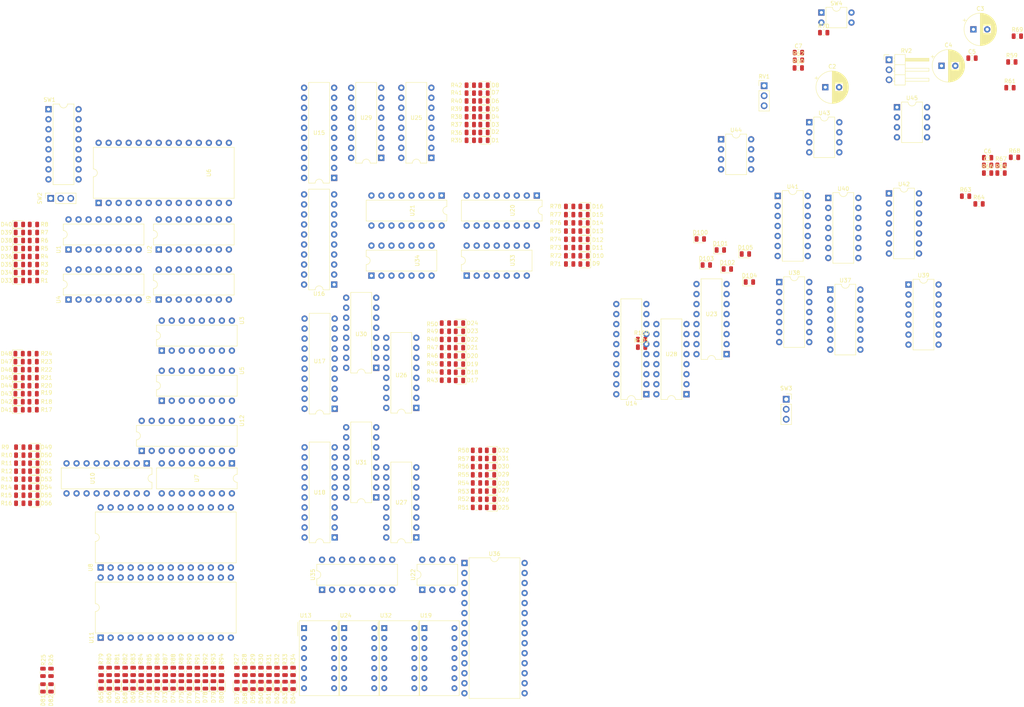
<source format=kicad_pcb>
(kicad_pcb (version 20171130) (host pcbnew "(5.0.1)-4")
  (layers (0 F.Cu signal) (31 B.Cu signal) (34 B.Paste user) (35 F.Paste user) (36 B.SilkS user) (37 F.SilkS user) (38 B.Mask user) (39 F.Mask user) (44 Edge.Cuts user))
  (net 0 "")
  (net 1 REGI_D2)
  (net 2 "Net-(D21-Pad2)")
  (net 3 "Net-(D23-Pad2)")
  (net 4 REGI_D4)
  (net 5 REGI_D5)
  (net 6 "Net-(D24-Pad2)")
  (net 7 "Net-(D25-Pad2)")
  (net 8 REGI_D6)
  (net 9 REGI_D7)
  (net 10 "Net-(D26-Pad2)")
  (net 11 "Net-(D14-Pad2)")
  (net 12 VCC)
  (net 13 "Net-(D15-Pad2)")
  (net 14 "Net-(D18-Pad2)")
  (net 15 "Net-(D16-Pad2)")
  (net 16 "Net-(D10-Pad2)")
  (net 17 BUS_D2)
  (net 18 "Net-(D29-Pad2)")
  (net 19 "Net-(D30-Pad2)")
  (net 20 BUS_D3)
  (net 21 BUS_D4)
  (net 22 "Net-(D31-Pad2)")
  (net 23 "Net-(D32-Pad2)")
  (net 24 BUS_D5)
  (net 25 BUS_D6)
  (net 26 "Net-(D33-Pad2)")
  (net 27 "Net-(D34-Pad2)")
  (net 28 BUS_D7)
  (net 29 REGA_D0)
  (net 30 "Net-(D35-Pad2)")
  (net 31 "Net-(D27-Pad2)")
  (net 32 BUS_D0)
  (net 33 MAR1)
  (net 34 "Net-(D7-Pad2)")
  (net 35 "Net-(D59-Pad2)")
  (net 36 MASTER_CLK)
  (net 37 "Net-(D9-Pad2)")
  (net 38 "Net-(D5-Pad2)")
  (net 39 MAR3)
  (net 40 MAR4)
  (net 41 "Net-(D4-Pad2)")
  (net 42 "Net-(D3-Pad2)")
  (net 43 MAR5)
  (net 44 MAR6)
  (net 45 "Net-(D2-Pad2)")
  (net 46 "Net-(D1-Pad2)")
  (net 47 MAR7)
  (net 48 MAR2)
  (net 49 "Net-(D6-Pad2)")
  (net 50 "Net-(R69-Pad2)")
  (net 51 MAR0)
  (net 52 "Net-(D8-Pad2)")
  (net 53 "Net-(D37-Pad2)")
  (net 54 REGA_D2)
  (net 55 "Net-(D11-Pad2)")
  (net 56 "Net-(D17-Pad2)")
  (net 57 "Net-(D12-Pad2)")
  (net 58 "Net-(D13-Pad2)")
  (net 59 REGI_D0)
  (net 60 "Net-(D19-Pad2)")
  (net 61 "Net-(D36-Pad2)")
  (net 62 REGA_D1)
  (net 63 "Net-(R70-Pad2)")
  (net 64 "Net-(D20-Pad2)")
  (net 65 REGI_D1)
  (net 66 CLK_MANUAL)
  (net 67 "Net-(D61-Pad2)")
  (net 68 "Net-(D55-Pad2)")
  (net 69 REGO_D4)
  (net 70 REGO_D5)
  (net 71 "Net-(D56-Pad2)")
  (net 72 "Net-(D57-Pad2)")
  (net 73 REGO_D6)
  (net 74 REGO_D7)
  (net 75 "Net-(D58-Pad2)")
  (net 76 "Net-(R59-Pad2)")
  (net 77 "Net-(R60-Pad1)")
  (net 78 "Net-(C2-Pad1)")
  (net 79 "Net-(D39-Pad2)")
  (net 80 REGA_D4)
  (net 81 CLK_SOURCE)
  (net 82 "Net-(D60-Pad2)")
  (net 83 "Net-(D38-Pad2)")
  (net 84 REGA_D3)
  (net 85 CLK_SELECT)
  (net 86 "Net-(D62-Pad2)")
  (net 87 "Net-(C3-Pad1)")
  (net 88 "Net-(R65-Pad1)")
  (net 89 "Net-(R66-Pad2)")
  (net 90 "Net-(C4-Pad1)")
  (net 91 "Net-(R68-Pad2)")
  (net 92 "Net-(D44-Pad2)")
  (net 93 REGB_D1)
  (net 94 REGB_D3)
  (net 95 "Net-(D46-Pad2)")
  (net 96 "Net-(D53-Pad2)")
  (net 97 REGO_D2)
  (net 98 REGA_D5)
  (net 99 "Net-(D40-Pad2)")
  (net 100 "Net-(D41-Pad2)")
  (net 101 REGA_D6)
  (net 102 REGA_D7)
  (net 103 "Net-(D42-Pad2)")
  (net 104 "Net-(D43-Pad2)")
  (net 105 REGB_D0)
  (net 106 REGB_D2)
  (net 107 "Net-(D45-Pad2)")
  (net 108 "Net-(D22-Pad2)")
  (net 109 REGI_D3)
  (net 110 REGB_D4)
  (net 111 "Net-(D47-Pad2)")
  (net 112 "Net-(D48-Pad2)")
  (net 113 REGB_D5)
  (net 114 REGB_D6)
  (net 115 "Net-(D49-Pad2)")
  (net 116 "Net-(D50-Pad2)")
  (net 117 REGB_D7)
  (net 118 REGO_D0)
  (net 119 "Net-(D51-Pad2)")
  (net 120 "Net-(D52-Pad2)")
  (net 121 REGO_D1)
  (net 122 REGO_D3)
  (net 123 "Net-(D54-Pad2)")
  (net 124 "Net-(D28-Pad2)")
  (net 125 BUS_D1)
  (net 126 GND)
  (net 127 "Net-(C5-Pad1)")
  (net 128 "Net-(U45-Pad7)")
  (net 129 "Net-(U22-Pad3)")
  (net 130 "Net-(C1-Pad1)")
  (net 131 "Net-(C7-Pad1)")
  (net 132 "Net-(C6-Pad1)")
  (net 133 "Net-(SW3-Pad2)")
  (net 134 ~IO)
  (net 135 ~RO)
  (net 136 ~RI)
  (net 137 ~MI)
  (net 138 HLT)
  (net 139 "Net-(U10-Pad1)")
  (net 140 "Net-(U10-Pad2)")
  (net 141 "Net-(U10-Pad3)")
  (net 142 ~AO)
  (net 143 "Net-(U11-Pad25)")
  (net 144 ~AI)
  (net 145 ~II)
  (net 146 ~CE)
  (net 147 J)
  (net 148 ~BO)
  (net 149 ~SO)
  (net 150 SU)
  (net 151 ~BI)
  (net 152 ~OI)
  (net 153 ~CO)
  (net 154 "Net-(U35-Pad14)")
  (net 155 "Net-(U35-Pad13)")
  (net 156 ~PO)
  (net 157 "Net-(U14-Pad2)")
  (net 158 "Net-(U14-Pad3)")
  (net 159 "Net-(U14-Pad4)")
  (net 160 "Net-(U14-Pad5)")
  (net 161 "Net-(U14-Pad6)")
  (net 162 "Net-(U14-Pad7)")
  (net 163 "Net-(U14-Pad8)")
  (net 164 "Net-(U14-Pad9)")
  (net 165 SO)
  (net 166 CE)
  (net 167 "Net-(U23-Pad10)")
  (net 168 "Net-(U20-Pad9)")
  (net 169 "Net-(U20-Pad2)")
  (net 170 "Net-(U20-Pad11)")
  (net 171 "Net-(U20-Pad6)")
  (net 172 "Net-(U20-Pad15)")
  (net 173 "Net-(U2-Pad5)")
  (net 174 "Net-(SW1-Pad10)")
  (net 175 "Net-(SW1-Pad11)")
  (net 176 "Net-(U2-Pad4)")
  (net 177 "Net-(U2-Pad6)")
  (net 178 "Net-(SW1-Pad9)")
  (net 179 "Net-(SW1-Pad12)")
  (net 180 "Net-(U2-Pad3)")
  (net 181 "Net-(U7-Pad15)")
  (net 182 "Net-(U21-Pad15)")
  (net 183 "Net-(U21-Pad6)")
  (net 184 "Net-(U21-Pad11)")
  (net 185 "Net-(U21-Pad2)")
  (net 186 "Net-(U21-Pad9)")
  (net 187 "Net-(U23-Pad15)")
  (net 188 ~PI)
  (net 189 "Net-(U1-Pad3)")
  (net 190 "Net-(SW1-Pad16)")
  (net 191 "Net-(SW1-Pad13)")
  (net 192 "Net-(U1-Pad6)")
  (net 193 "Net-(U1-Pad4)")
  (net 194 "Net-(SW1-Pad15)")
  (net 195 "Net-(SW1-Pad14)")
  (net 196 "Net-(U1-Pad5)")
  (net 197 "Net-(U35-Pad10)")
  (net 198 "Net-(U35-Pad11)")
  (net 199 "Net-(U35-Pad12)")
  (net 200 "Net-(U35-Pad15)")
  (net 201 "Net-(U41-Pad1)")
  (net 202 "Net-(U37-Pad1)")
  (net 203 "Net-(U38-Pad2)")
  (net 204 "Net-(U38-Pad1)")
  (net 205 "Net-(U37-Pad2)")
  (net 206 "Net-(U24-Pad4)")
  (net 207 "Net-(U24-Pad5)")
  (net 208 "Net-(U24-Pad6)")
  (net 209 "Net-(U24-Pad12)")
  (net 210 "Net-(U19-Pad12)")
  (net 211 "Net-(U19-Pad6)")
  (net 212 "Net-(U19-Pad5)")
  (net 213 "Net-(U19-Pad4)")
  (net 214 "Net-(U32-Pad4)")
  (net 215 "Net-(U32-Pad5)")
  (net 216 "Net-(U32-Pad6)")
  (net 217 "Net-(U32-Pad12)")
  (net 218 "Net-(U13-Pad12)")
  (net 219 "Net-(U13-Pad6)")
  (net 220 "Net-(U13-Pad5)")
  (net 221 "Net-(U13-Pad4)")
  (net 222 "Net-(RV2-Pad1)")
  (net 223 "Net-(RV1-Pad1)")
  (net 224 /SEG0)
  (net 225 /SEG7)
  (net 226 /SEG3)
  (net 227 /SEG4)
  (net 228 /SEG5)
  (net 229 /SEG6)
  (net 230 /SEG1)
  (net 231 /SEG2)
  (net 232 "Net-(D63-Pad2)")
  (net 233 "Net-(D64-Pad2)")
  (net 234 ALU_D6)
  (net 235 "Net-(D101-Pad2)")
  (net 236 "Net-(D100-Pad2)")
  (net 237 ALU_D7)
  (net 238 "Net-(D102-Pad2)")
  (net 239 "Net-(D103-Pad2)")
  (net 240 "Net-(D104-Pad2)")
  (net 241 "Net-(D105-Pad2)")
  (net 242 ALU_D0)
  (net 243 ALU_D1)
  (net 244 ALU_D2)
  (net 245 ALU_D3)
  (net 246 ALU_D4)
  (net 247 ALU_D5)
  (net 248 "Net-(D51-Pad1)")
  (net 249 "Net-(D52-Pad1)")
  (net 250 "Net-(D53-Pad1)")
  (net 251 "Net-(D54-Pad1)")
  (net 252 "Net-(D55-Pad1)")
  (net 253 "Net-(D56-Pad1)")
  (net 254 "Net-(D49-Pad1)")
  (net 255 "Net-(D50-Pad1)")
  (net 256 "Net-(D100-Pad1)")
  (net 257 "Net-(D101-Pad1)")
  (net 258 "Net-(R25-Pad1)")
  (net 259 "Net-(D73-Pad2)")
  (net 260 "Net-(D74-Pad2)")
  (net 261 "Net-(R26-Pad1)")
  (net 262 "Net-(D69-Pad2)")
  (net 263 "Net-(D71-Pad2)")
  (net 264 "Net-(D65-Pad2)")
  (net 265 "Net-(D66-Pad2)")
  (net 266 "Net-(D67-Pad2)")
  (net 267 "Net-(D68-Pad2)")
  (net 268 "Net-(D72-Pad2)")
  (net 269 "Net-(D75-Pad2)")
  (net 270 "Net-(D76-Pad2)")
  (net 271 "Net-(D77-Pad2)")
  (net 272 "Net-(D78-Pad2)")
  (net 273 "Net-(D79-Pad2)")
  (net 274 "Net-(D80-Pad2)")
  (net 275 "Net-(D81-Pad2)")
  (net 276 "Net-(D82-Pad2)")
  (net 277 "Net-(D70-Pad2)")
  (net 278 "Net-(U11-Pad13)")
  (net 279 "Net-(U11-Pad12)")
  (net 280 "Net-(U11-Pad11)")
  (net 281 "Net-(D81-Pad1)")
  (module Connector_PinHeader_2.54mm:PinHeader_1x03_P2.54mm_Vertical (layer F.Cu) (at 215.138 31.496)
    (fp_text reference RV1 (at 0 -2.33) (layer F.SilkS))
    (fp_text value 100k)
    (pad 1 thru_hole rect (at 0 0) (size 1.7 1.7) (drill 1) (layers *.Cu *.Mask) (net 223 "Net-(RV1-Pad1)"))
    (pad 2 thru_hole oval (at 0 2.54) (size 1.7 1.7) (drill 1) (layers *.Cu *.Mask) (net 76 "Net-(R59-Pad2)"))
    (pad 3 thru_hole oval (at 0 5.08) (size 1.7 1.7) (drill 1) (layers *.Cu *.Mask) (net 77 "Net-(R60-Pad1)"))
  )
  (module Connector_PinSocket_2.54mm:PinSocket_1x03_P2.54mm_Vertical (layer F.Cu) (at 220.726 110.998)
    (fp_text reference SW3 (at 0 -2.77) (layer F.SilkS))
    (fp_text value SW_SPDT)
    (pad 1 thru_hole rect (at 0 0) (size 1.7 1.7) (drill 1) (layers *.Cu *.Mask) (net 63 "Net-(R70-Pad2)"))
    (pad 2 thru_hole oval (at 0 2.54) (size 1.7 1.7) (drill 1) (layers *.Cu *.Mask) (net 133 "Net-(SW3-Pad2)"))
    (pad 3 thru_hole oval (at 0 5.08) (size 1.7 1.7) (drill 1) (layers *.Cu *.Mask) (net 91 "Net-(R68-Pad2)"))
  )
  (module LED_SMD:LED_0805_2012Metric (layer F.Cu) (at 75.565 183.436 90)
    (fp_text reference D79 (at -3.175 0.067246 90) (layer F.SilkS))
    (fp_text value LED)
    (pad 1 smd roundrect (at -0.9375 0 90) (size 0.975 1.4) (layers F.Cu F.Paste F.Mask) (net 126 GND))
    (pad 2 smd roundrect (at 0.9375 0 90) (size 0.975 1.4) (layers F.Cu F.Paste F.Mask) (net 273 "Net-(D79-Pad2)"))
  )
  (module LED_SMD:LED_0805_2012Metric (layer F.Cu) (at 61.341 183.436 90)
    (fp_text reference D72 (at -3.175 -0.029877 90) (layer F.SilkS))
    (fp_text value LED)
    (pad 2 smd roundrect (at 0.9375 0 90) (size 0.975 1.4) (layers F.Cu F.Paste F.Mask) (net 268 "Net-(D72-Pad2)"))
    (pad 1 smd roundrect (at -0.9375 0 90) (size 0.975 1.4) (layers F.Cu F.Paste F.Mask) (net 126 GND))
  )
  (module LED_SMD:LED_0805_2012Metric (layer F.Cu) (at 63.373 183.436 90)
    (fp_text reference D73 (at -3.175 -0.052288 90) (layer F.SilkS))
    (fp_text value LED)
    (pad 1 smd roundrect (at -0.9375 0 90) (size 0.975 1.4) (layers F.Cu F.Paste F.Mask) (net 126 GND))
    (pad 2 smd roundrect (at 0.9375 0 90) (size 0.975 1.4) (layers F.Cu F.Paste F.Mask) (net 259 "Net-(D73-Pad2)"))
  )
  (module LED_SMD:LED_0805_2012Metric (layer F.Cu) (at 65.3527 183.436 90)
    (fp_text reference D74 (at -3.175 0.052301 90) (layer F.SilkS))
    (fp_text value LED)
    (pad 2 smd roundrect (at 0.9375 0 90) (size 0.975 1.4) (layers F.Cu F.Paste F.Mask) (net 260 "Net-(D74-Pad2)"))
    (pad 1 smd roundrect (at -0.9375 0 90) (size 0.975 1.4) (layers F.Cu F.Paste F.Mask) (net 126 GND))
  )
  (module LED_SMD:LED_0805_2012Metric (layer F.Cu) (at 69.469 183.436 90)
    (fp_text reference D76 (at -3.302 0.007479 90) (layer F.SilkS))
    (fp_text value LED)
    (pad 1 smd roundrect (at -0.9375 0 90) (size 0.975 1.4) (layers F.Cu F.Paste F.Mask) (net 126 GND))
    (pad 2 smd roundrect (at 0.9375 0 90) (size 0.975 1.4) (layers F.Cu F.Paste F.Mask) (net 270 "Net-(D76-Pad2)"))
  )
  (module LED_SMD:LED_0805_2012Metric (layer F.Cu) (at 71.501 183.436 90)
    (fp_text reference D77 (at -3.302 0.112068 90) (layer F.SilkS))
    (fp_text value LED)
    (pad 2 smd roundrect (at 0.9375 0 90) (size 0.975 1.4) (layers F.Cu F.Paste F.Mask) (net 271 "Net-(D77-Pad2)"))
    (pad 1 smd roundrect (at -0.9375 0 90) (size 0.975 1.4) (layers F.Cu F.Paste F.Mask) (net 126 GND))
  )
  (module LED_SMD:LED_0805_2012Metric (layer F.Cu) (at 73.533 183.436 90)
    (fp_text reference D78 (at -3.175 -0.037343 90) (layer F.SilkS))
    (fp_text value LED)
    (pad 1 smd roundrect (at -0.9375 0 90) (size 0.975 1.4) (layers F.Cu F.Paste F.Mask) (net 126 GND))
    (pad 2 smd roundrect (at 0.9375 0 90) (size 0.975 1.4) (layers F.Cu F.Paste F.Mask) (net 272 "Net-(D78-Pad2)"))
  )
  (module LED_SMD:LED_0805_2012Metric (layer F.Cu) (at 77.597 183.436 90)
    (fp_text reference D80 (at -3.175 0.044835 90) (layer F.SilkS))
    (fp_text value LED)
    (pad 2 smd roundrect (at 0.9375 0 90) (size 0.975 1.4) (layers F.Cu F.Paste F.Mask) (net 274 "Net-(D80-Pad2)"))
    (pad 1 smd roundrect (at -0.9375 0 90) (size 0.975 1.4) (layers F.Cu F.Paste F.Mask) (net 126 GND))
  )
  (module LED_SMD:LED_0805_2012Metric (layer F.Cu) (at 32.385 184.198 90)
    (fp_text reference D81 (at -3.175 0.022424 90) (layer F.SilkS))
    (fp_text value LED)
    (pad 1 smd roundrect (at -0.9375 0 90) (size 0.975 1.4) (layers F.Cu F.Paste F.Mask) (net 281 "Net-(D81-Pad1)"))
    (pad 2 smd roundrect (at 0.9375 0 90) (size 0.975 1.4) (layers F.Cu F.Paste F.Mask) (net 275 "Net-(D81-Pad2)"))
  )
  (module LED_SMD:LED_0805_2012Metric (layer F.Cu) (at 34.417 184.198 90)
    (fp_text reference D82 (at -3.2235 0 90) (layer F.SilkS))
    (fp_text value LED)
    (pad 2 smd roundrect (at 0.9375 0 90) (size 0.975 1.4) (layers F.Cu F.Paste F.Mask) (net 276 "Net-(D82-Pad2)"))
    (pad 1 smd roundrect (at -0.9375 0 90) (size 0.975 1.4) (layers F.Cu F.Paste F.Mask) (net 281 "Net-(D81-Pad1)"))
  )
  (module LED_SMD:LED_0805_2012Metric (layer F.Cu) (at 67.437 183.436 90)
    (fp_text reference D75 (at -3.175 0.02989 90) (layer F.SilkS))
    (fp_text value LED)
    (pad 1 smd roundrect (at -0.9375 0 90) (size 0.975 1.4) (layers F.Cu F.Paste F.Mask) (net 126 GND))
    (pad 2 smd roundrect (at 0.9375 0 90) (size 0.975 1.4) (layers F.Cu F.Paste F.Mask) (net 269 "Net-(D75-Pad2)"))
  )
  (module LED_SMD:LED_0805_2012Metric (layer F.Cu) (at 59.309 183.436 90)
    (fp_text reference D71 (at -3.175 -0.007466 90) (layer F.SilkS))
    (fp_text value LED)
    (pad 2 smd roundrect (at 0.9375 0 90) (size 0.975 1.4) (layers F.Cu F.Paste F.Mask) (net 263 "Net-(D71-Pad2)"))
    (pad 1 smd roundrect (at -0.9375 0 90) (size 0.975 1.4) (layers F.Cu F.Paste F.Mask) (net 126 GND))
  )
  (module LED_SMD:LED_0805_2012Metric (layer F.Cu) (at 49.1714 183.436 90)
    (fp_text reference D66 (at -3.175 -0.022411 90) (layer F.SilkS))
    (fp_text value LED)
    (pad 1 smd roundrect (at -0.9375 0 90) (size 0.975 1.4) (layers F.Cu F.Paste F.Mask) (net 126 GND))
    (pad 2 smd roundrect (at 0.9375 0 90) (size 0.975 1.4) (layers F.Cu F.Paste F.Mask) (net 265 "Net-(D66-Pad2)"))
  )
  (module LED_SMD:LED_0805_2012Metric (layer F.Cu) (at 51.2258 183.436 90)
    (fp_text reference D67 (at -3.302 0.082178 90) (layer F.SilkS))
    (fp_text value LED)
    (pad 2 smd roundrect (at 0.9375 0 90) (size 0.975 1.4) (layers F.Cu F.Paste F.Mask) (net 266 "Net-(D67-Pad2)"))
    (pad 1 smd roundrect (at -0.9375 0 90) (size 0.975 1.4) (layers F.Cu F.Paste F.Mask) (net 126 GND))
  )
  (module LED_SMD:LED_0805_2012Metric (layer F.Cu) (at 53.2802 183.436 90)
    (fp_text reference D68 (at -3.302 -0.067233 90) (layer F.SilkS))
    (fp_text value LED)
    (pad 1 smd roundrect (at -0.9375 0 90) (size 0.975 1.4) (layers F.Cu F.Paste F.Mask) (net 126 GND))
    (pad 2 smd roundrect (at 0.9375 0 90) (size 0.975 1.4) (layers F.Cu F.Paste F.Mask) (net 267 "Net-(D68-Pad2)"))
  )
  (module LED_SMD:LED_0805_2012Metric (layer F.Cu) (at 55.2076 183.436 90)
    (fp_text reference D69 (at -3.175 0.037356 90) (layer F.SilkS))
    (fp_text value LED)
    (pad 2 smd roundrect (at 0.9375 0 90) (size 0.975 1.4) (layers F.Cu F.Paste F.Mask) (net 262 "Net-(D69-Pad2)"))
    (pad 1 smd roundrect (at -0.9375 0 90) (size 0.975 1.4) (layers F.Cu F.Paste F.Mask) (net 126 GND))
  )
  (module LED_SMD:LED_0805_2012Metric (layer F.Cu) (at 57.277 183.436 90)
    (fp_text reference D70 (at -3.175 0.014945 90) (layer F.SilkS))
    (fp_text value LED)
    (pad 1 smd roundrect (at -0.9375 0 90) (size 0.975 1.4) (layers F.Cu F.Paste F.Mask) (net 126 GND))
    (pad 2 smd roundrect (at 0.9375 0 90) (size 0.975 1.4) (layers F.Cu F.Paste F.Mask) (net 277 "Net-(D70-Pad2)"))
  )
  (module LED_SMD:LED_0805_2012Metric (layer F.Cu) (at 47.117 183.436 90)
    (fp_text reference D65 (at -3.175 0 90) (layer F.SilkS))
    (fp_text value LED)
    (pad 2 smd roundrect (at 0.9375 0 90) (size 0.975 1.4) (layers F.Cu F.Paste F.Mask) (net 264 "Net-(D65-Pad2)"))
    (pad 1 smd roundrect (at -0.9375 0 90) (size 0.975 1.4) (layers F.Cu F.Paste F.Mask) (net 126 GND))
  )
  (module Resistor_SMD:R_0805_2012Metric (layer F.Cu) (at 57.277 180.008 270)
    (fp_text reference R84 (at -3.1265 0.127 270) (layer F.SilkS))
    (fp_text value 330)
    (pad 1 smd roundrect (at -0.9375 0 270) (size 0.975 1.4) (layers F.Cu F.Paste F.Mask) (net 145 ~II))
    (pad 2 smd roundrect (at 0.9375 0 270) (size 0.975 1.4) (layers F.Cu F.Paste F.Mask) (net 277 "Net-(D70-Pad2)"))
  )
  (module Resistor_SMD:R_0805_2012Metric (layer F.Cu) (at 77.597 180.008 270)
    (fp_text reference R94 (at -3.1265 0 270) (layer F.SilkS))
    (fp_text value 330)
    (pad 2 smd roundrect (at 0.9375 0 270) (size 0.975 1.4) (layers F.Cu F.Paste F.Mask) (net 274 "Net-(D80-Pad2)"))
    (pad 1 smd roundrect (at -0.9375 0 270) (size 0.975 1.4) (layers F.Cu F.Paste F.Mask) (net 148 ~BO))
  )
  (module Resistor_SMD:R_0805_2012Metric (layer F.Cu) (at 75.565 180.008 270)
    (fp_text reference R93 (at -3.1265 0 270) (layer F.SilkS))
    (fp_text value 330)
    (pad 1 smd roundrect (at -0.9375 0 270) (size 0.975 1.4) (layers F.Cu F.Paste F.Mask) (net 147 J))
    (pad 2 smd roundrect (at 0.9375 0 270) (size 0.975 1.4) (layers F.Cu F.Paste F.Mask) (net 273 "Net-(D79-Pad2)"))
  )
  (module Resistor_SMD:R_0805_2012Metric (layer F.Cu) (at 73.533 180.008 270)
    (fp_text reference R92 (at -3.1265 0 270) (layer F.SilkS))
    (fp_text value 330)
    (pad 2 smd roundrect (at 0.9375 0 270) (size 0.975 1.4) (layers F.Cu F.Paste F.Mask) (net 272 "Net-(D78-Pad2)"))
    (pad 1 smd roundrect (at -0.9375 0 270) (size 0.975 1.4) (layers F.Cu F.Paste F.Mask) (net 146 ~CE))
  )
  (module Resistor_SMD:R_0805_2012Metric (layer F.Cu) (at 71.501 180.008 270)
    (fp_text reference R91 (at -3.1265 0 270) (layer F.SilkS))
    (fp_text value 330)
    (pad 1 smd roundrect (at -0.9375 0 270) (size 0.975 1.4) (layers F.Cu F.Paste F.Mask) (net 153 ~CO))
    (pad 2 smd roundrect (at 0.9375 0 270) (size 0.975 1.4) (layers F.Cu F.Paste F.Mask) (net 271 "Net-(D77-Pad2)"))
  )
  (module Resistor_SMD:R_0805_2012Metric (layer F.Cu) (at 69.469 180.008 270)
    (fp_text reference R90 (at -3.1265 0 270) (layer F.SilkS))
    (fp_text value 330)
    (pad 2 smd roundrect (at 0.9375 0 270) (size 0.975 1.4) (layers F.Cu F.Paste F.Mask) (net 270 "Net-(D76-Pad2)"))
    (pad 1 smd roundrect (at -0.9375 0 270) (size 0.975 1.4) (layers F.Cu F.Paste F.Mask) (net 152 ~OI))
  )
  (module Resistor_SMD:R_0805_2012Metric (layer F.Cu) (at 67.437 180.008 270)
    (fp_text reference R89 (at -3.1265 0 270) (layer F.SilkS))
    (fp_text value 330)
    (pad 1 smd roundrect (at -0.9375 0 270) (size 0.975 1.4) (layers F.Cu F.Paste F.Mask) (net 151 ~BI))
    (pad 2 smd roundrect (at 0.9375 0 270) (size 0.975 1.4) (layers F.Cu F.Paste F.Mask) (net 269 "Net-(D75-Pad2)"))
  )
  (module Resistor_SMD:R_0805_2012Metric (layer F.Cu) (at 65.405 180.008 270)
    (fp_text reference R88 (at -3.048 0 270) (layer F.SilkS))
    (fp_text value 330)
    (pad 2 smd roundrect (at 0.9375 0 270) (size 0.975 1.4) (layers F.Cu F.Paste F.Mask) (net 260 "Net-(D74-Pad2)"))
    (pad 1 smd roundrect (at -0.9375 0 270) (size 0.975 1.4) (layers F.Cu F.Paste F.Mask) (net 150 SU))
  )
  (module Resistor_SMD:R_0805_2012Metric (layer F.Cu) (at 63.373 180.008 270)
    (fp_text reference R87 (at -3.1265 0 270) (layer F.SilkS))
    (fp_text value 330)
    (pad 1 smd roundrect (at -0.9375 0 270) (size 0.975 1.4) (layers F.Cu F.Paste F.Mask) (net 149 ~SO))
    (pad 2 smd roundrect (at 0.9375 0 270) (size 0.975 1.4) (layers F.Cu F.Paste F.Mask) (net 259 "Net-(D73-Pad2)"))
  )
  (module Resistor_SMD:R_0805_2012Metric (layer F.Cu) (at 61.341 180.008 270)
    (fp_text reference R86 (at -3.1265 0 270) (layer F.SilkS))
    (fp_text value 330)
    (pad 2 smd roundrect (at 0.9375 0 270) (size 0.975 1.4) (layers F.Cu F.Paste F.Mask) (net 268 "Net-(D72-Pad2)"))
    (pad 1 smd roundrect (at -0.9375 0 270) (size 0.975 1.4) (layers F.Cu F.Paste F.Mask) (net 142 ~AO))
  )
  (module Resistor_SMD:R_0805_2012Metric (layer F.Cu) (at 53.213 180.008 270)
    (fp_text reference R82 (at -3.1265 0 270) (layer F.SilkS))
    (fp_text value 330)
    (pad 1 smd roundrect (at -0.9375 0 270) (size 0.975 1.4) (layers F.Cu F.Paste F.Mask) (net 135 ~RO))
    (pad 2 smd roundrect (at 0.9375 0 270) (size 0.975 1.4) (layers F.Cu F.Paste F.Mask) (net 267 "Net-(D68-Pad2)"))
  )
  (module Resistor_SMD:R_0805_2012Metric (layer F.Cu) (at 51.181 180.008 270)
    (fp_text reference R81 (at -3.1265 0 270) (layer F.SilkS))
    (fp_text value 330)
    (pad 2 smd roundrect (at 0.9375 0 270) (size 0.975 1.4) (layers F.Cu F.Paste F.Mask) (net 266 "Net-(D67-Pad2)"))
    (pad 1 smd roundrect (at -0.9375 0 270) (size 0.975 1.4) (layers F.Cu F.Paste F.Mask) (net 136 ~RI))
  )
  (module Resistor_SMD:R_0805_2012Metric (layer F.Cu) (at 49.149 180.008 270)
    (fp_text reference R80 (at -3.1265 0 270) (layer F.SilkS))
    (fp_text value 330)
    (pad 1 smd roundrect (at -0.9375 0 270) (size 0.975 1.4) (layers F.Cu F.Paste F.Mask) (net 137 ~MI))
    (pad 2 smd roundrect (at 0.9375 0 270) (size 0.975 1.4) (layers F.Cu F.Paste F.Mask) (net 265 "Net-(D66-Pad2)"))
  )
  (module Resistor_SMD:R_0805_2012Metric (layer F.Cu) (at 47.117 180.008 270)
    (fp_text reference R79 (at -3.1265 0 270) (layer F.SilkS))
    (fp_text value 330)
    (pad 2 smd roundrect (at 0.9375 0 270) (size 0.975 1.4) (layers F.Cu F.Paste F.Mask) (net 264 "Net-(D65-Pad2)"))
    (pad 1 smd roundrect (at -0.9375 0 270) (size 0.975 1.4) (layers F.Cu F.Paste F.Mask) (net 138 HLT))
  )
  (module Resistor_SMD:R_0805_2012Metric (layer F.Cu) (at 59.309 180.008 270)
    (fp_text reference R85 (at -3.048 0 270) (layer F.SilkS))
    (fp_text value 330)
    (pad 1 smd roundrect (at -0.9375 0 270) (size 0.975 1.4) (layers F.Cu F.Paste F.Mask) (net 144 ~AI))
    (pad 2 smd roundrect (at 0.9375 0 270) (size 0.975 1.4) (layers F.Cu F.Paste F.Mask) (net 263 "Net-(D71-Pad2)"))
  )
  (module Resistor_SMD:R_0805_2012Metric (layer F.Cu) (at 55.245 180.008 270)
    (fp_text reference R83 (at -3.1265 0 270) (layer F.SilkS))
    (fp_text value 330)
    (pad 2 smd roundrect (at 0.9375 0 270) (size 0.975 1.4) (layers F.Cu F.Paste F.Mask) (net 262 "Net-(D69-Pad2)"))
    (pad 1 smd roundrect (at -0.9375 0 270) (size 0.975 1.4) (layers F.Cu F.Paste F.Mask) (net 134 ~IO))
  )
  (module Resistor_SMD:R_0805_2012Metric (layer F.Cu) (at 34.417 180.262 270)
    (fp_text reference R26 (at -3.1265 0 270) (layer F.SilkS))
    (fp_text value 330)
    (pad 1 smd roundrect (at -0.9375 0 270) (size 0.975 1.4) (layers F.Cu F.Paste F.Mask) (net 261 "Net-(R26-Pad1)"))
    (pad 2 smd roundrect (at 0.9375 0 270) (size 0.975 1.4) (layers F.Cu F.Paste F.Mask) (net 276 "Net-(D82-Pad2)"))
  )
  (module Resistor_SMD:R_0805_2012Metric (layer F.Cu) (at 32.385 180.262 270)
    (fp_text reference R25 (at -3.1265 -0.127 270) (layer F.SilkS))
    (fp_text value 330)
    (pad 2 smd roundrect (at 0.9375 0 270) (size 0.975 1.4) (layers F.Cu F.Paste F.Mask) (net 275 "Net-(D81-Pad2)"))
    (pad 1 smd roundrect (at -0.9375 0 270) (size 0.975 1.4) (layers F.Cu F.Paste F.Mask) (net 258 "Net-(R25-Pad1)"))
  )
  (module Resistor_SMD:R_0805_2012Metric (layer F.Cu) (at 184.077 97.794)
    (fp_text reference R101 (at 0 -1.65) (layer F.SilkS))
    (fp_text value 1k)
    (pad 2 smd roundrect (at 0.9375 0) (size 0.975 1.4) (layers F.Cu F.Paste F.Mask) (net 235 "Net-(D101-Pad2)"))
    (pad 1 smd roundrect (at -0.9375 0) (size 0.975 1.4) (layers F.Cu F.Paste F.Mask) (net 12 VCC))
  )
  (module Resistor_SMD:R_0805_2012Metric (layer F.Cu) (at 184.077 95.844)
    (fp_text reference R100 (at 0 -1.65) (layer F.SilkS))
    (fp_text value 1k)
    (pad 1 smd roundrect (at -0.9375 0) (size 0.975 1.4) (layers F.Cu F.Paste F.Mask) (net 12 VCC))
    (pad 2 smd roundrect (at 0.9375 0) (size 0.975 1.4) (layers F.Cu F.Paste F.Mask) (net 236 "Net-(D100-Pad2)"))
  )
  (module LED_SMD:LED_0805_2012Metric (layer F.Cu) (at 210.39 74.168)
    (fp_text reference D105 (at 0 -1.65) (layer F.SilkS))
    (fp_text value LED)
    (pad 2 smd roundrect (at 0.9375 0) (size 0.975 1.4) (layers F.Cu F.Paste F.Mask) (net 241 "Net-(D105-Pad2)"))
    (pad 1 smd roundrect (at -0.9375 0) (size 0.975 1.4) (layers F.Cu F.Paste F.Mask) (net 126 GND))
  )
  (module LED_SMD:LED_0805_2012Metric (layer F.Cu) (at 205.818 77.978)
    (fp_text reference D102 (at 0 -1.65) (layer F.SilkS))
    (fp_text value LED)
    (pad 1 smd roundrect (at -0.9375 0) (size 0.975 1.4) (layers F.Cu F.Paste F.Mask) (net 126 GND))
    (pad 2 smd roundrect (at 0.9375 0) (size 0.975 1.4) (layers F.Cu F.Paste F.Mask) (net 238 "Net-(D102-Pad2)"))
  )
  (module LED_SMD:LED_0805_2012Metric (layer F.Cu) (at 204.04 73.152)
    (fp_text reference D101 (at 0 -1.65) (layer F.SilkS))
    (fp_text value LED)
    (pad 2 smd roundrect (at 0.9375 0) (size 0.975 1.4) (layers F.Cu F.Paste F.Mask) (net 235 "Net-(D101-Pad2)"))
    (pad 1 smd roundrect (at -0.9375 0) (size 0.975 1.4) (layers F.Cu F.Paste F.Mask) (net 257 "Net-(D101-Pad1)"))
  )
  (module LED_SMD:LED_0805_2012Metric (layer F.Cu) (at 198.96 70.358)
    (fp_text reference D100 (at 0 -1.65) (layer F.SilkS))
    (fp_text value LED)
    (pad 1 smd roundrect (at -0.9375 0) (size 0.975 1.4) (layers F.Cu F.Paste F.Mask) (net 256 "Net-(D100-Pad1)"))
    (pad 2 smd roundrect (at 0.9375 0) (size 0.975 1.4) (layers F.Cu F.Paste F.Mask) (net 236 "Net-(D100-Pad2)"))
  )
  (module LED_SMD:LED_0805_2012Metric (layer F.Cu) (at 95.758 183.564 90)
    (fp_text reference D64 (at -3.2535 0 90) (layer F.SilkS))
    (fp_text value LED)
    (pad 2 smd roundrect (at 0.9375 0 90) (size 0.975 1.4) (layers F.Cu F.Paste F.Mask) (net 233 "Net-(D64-Pad2)"))
    (pad 1 smd roundrect (at -0.9375 0 90) (size 0.975 1.4) (layers F.Cu F.Paste F.Mask) (net 126 GND))
  )
  (module LED_SMD:LED_0805_2012Metric (layer F.Cu) (at 93.726 183.564 90)
    (fp_text reference D63 (at -3.2535 0 90) (layer F.SilkS))
    (fp_text value LED)
    (pad 1 smd roundrect (at -0.9375 0 90) (size 0.975 1.4) (layers F.Cu F.Paste F.Mask) (net 126 GND))
    (pad 2 smd roundrect (at 0.9375 0 90) (size 0.975 1.4) (layers F.Cu F.Paste F.Mask) (net 232 "Net-(D63-Pad2)"))
  )
  (module LED_SMD:LED_0805_2012Metric (layer F.Cu) (at 200.484 76.962)
    (fp_text reference D103 (at 0 -1.65) (layer F.SilkS))
    (fp_text value LED)
    (pad 2 smd roundrect (at 0.9375 0) (size 0.975 1.4) (layers F.Cu F.Paste F.Mask) (net 239 "Net-(D103-Pad2)"))
    (pad 1 smd roundrect (at -0.9375 0) (size 0.975 1.4) (layers F.Cu F.Paste F.Mask) (net 126 GND))
  )
  (module LED_SMD:LED_0805_2012Metric (layer F.Cu) (at 211.406 81.28)
    (fp_text reference D104 (at 0 -1.65) (layer F.SilkS))
    (fp_text value LED)
    (pad 1 smd roundrect (at -0.9375 0) (size 0.975 1.4) (layers F.Cu F.Paste F.Mask) (net 126 GND))
    (pad 2 smd roundrect (at 0.9375 0) (size 0.975 1.4) (layers F.Cu F.Paste F.Mask) (net 240 "Net-(D104-Pad2)"))
  )
  (module Resistor_SMD:R_0805_2012Metric (layer F.Cu) (at 165.845 66.2723)
    (fp_text reference R76 (at -3.556 0) (layer F.SilkS))
    (fp_text value 330)
    (pad 2 smd roundrect (at 0.9375 0) (size 0.975 1.4) (layers F.Cu F.Paste F.Mask) (net 11 "Net-(D14-Pad2)"))
    (pad 1 smd roundrect (at -0.9375 0) (size 0.975 1.4) (layers F.Cu F.Paste F.Mask) (net 247 ALU_D5))
  )
  (module Resistor_SMD:R_0805_2012Metric (layer F.Cu) (at 165.845 68.357)
    (fp_text reference R75 (at -3.556 0) (layer F.SilkS))
    (fp_text value 330)
    (pad 1 smd roundrect (at -0.9375 0) (size 0.975 1.4) (layers F.Cu F.Paste F.Mask) (net 246 ALU_D4))
    (pad 2 smd roundrect (at 0.9375 0) (size 0.975 1.4) (layers F.Cu F.Paste F.Mask) (net 58 "Net-(D13-Pad2)"))
  )
  (module Resistor_SMD:R_0805_2012Metric (layer F.Cu) (at 165.845 70.4416)
    (fp_text reference R74 (at -3.556 0) (layer F.SilkS))
    (fp_text value 330)
    (pad 2 smd roundrect (at 0.9375 0) (size 0.975 1.4) (layers F.Cu F.Paste F.Mask) (net 57 "Net-(D12-Pad2)"))
    (pad 1 smd roundrect (at -0.9375 0) (size 0.975 1.4) (layers F.Cu F.Paste F.Mask) (net 245 ALU_D3))
  )
  (module Resistor_SMD:R_0805_2012Metric (layer F.Cu) (at 165.845 72.5263)
    (fp_text reference R73 (at -3.556 0) (layer F.SilkS))
    (fp_text value 330)
    (pad 1 smd roundrect (at -0.9375 0) (size 0.975 1.4) (layers F.Cu F.Paste F.Mask) (net 244 ALU_D2))
    (pad 2 smd roundrect (at 0.9375 0) (size 0.975 1.4) (layers F.Cu F.Paste F.Mask) (net 55 "Net-(D11-Pad2)"))
  )
  (module Resistor_SMD:R_0805_2012Metric (layer F.Cu) (at 165.845 74.6109)
    (fp_text reference R72 (at -3.4775 0) (layer F.SilkS))
    (fp_text value 330)
    (pad 2 smd roundrect (at 0.9375 0) (size 0.975 1.4) (layers F.Cu F.Paste F.Mask) (net 16 "Net-(D10-Pad2)"))
    (pad 1 smd roundrect (at -0.9375 0) (size 0.975 1.4) (layers F.Cu F.Paste F.Mask) (net 243 ALU_D1))
  )
  (module Resistor_SMD:R_0805_2012Metric (layer F.Cu) (at 165.845 76.6956)
    (fp_text reference R71 (at -3.556 0) (layer F.SilkS))
    (fp_text value 330)
    (pad 1 smd roundrect (at -0.9375 0) (size 0.975 1.4) (layers F.Cu F.Paste F.Mask) (net 242 ALU_D0))
    (pad 2 smd roundrect (at 0.9375 0) (size 0.975 1.4) (layers F.Cu F.Paste F.Mask) (net 37 "Net-(D9-Pad2)"))
  )
  (module Resistor_SMD:R_0805_2012Metric (layer F.Cu) (at 165.845 62.103)
    (fp_text reference R78 (at -3.556 0) (layer F.SilkS))
    (fp_text value 330)
    (pad 2 smd roundrect (at 0.9375 0) (size 0.975 1.4) (layers F.Cu F.Paste F.Mask) (net 15 "Net-(D16-Pad2)"))
    (pad 1 smd roundrect (at -0.9375 0) (size 0.975 1.4) (layers F.Cu F.Paste F.Mask) (net 237 ALU_D7))
  )
  (module Resistor_SMD:R_0805_2012Metric (layer F.Cu) (at 165.845 64.1877)
    (fp_text reference R77 (at -3.556 0) (layer F.SilkS))
    (fp_text value 330)
    (pad 1 smd roundrect (at -0.9375 0) (size 0.975 1.4) (layers F.Cu F.Paste F.Mask) (net 234 ALU_D6))
    (pad 2 smd roundrect (at 0.9375 0) (size 0.975 1.4) (layers F.Cu F.Paste F.Mask) (net 13 "Net-(D15-Pad2)"))
  )
  (module Connector_PinSocket_2.54mm:PinSocket_1x03_P2.54mm_Vertical (layer F.Cu) (at 34.347 60.0545 90)
    (fp_text reference SW2 (at 0 -2.77 90) (layer F.SilkS))
    (fp_text value SW_SPDT)
    (pad 1 thru_hole rect (at 0 0 90) (size 1.7 1.7) (drill 1) (layers *.Cu *.Mask) (net 256 "Net-(D100-Pad1)"))
    (pad 2 thru_hole oval (at 0 2.54 90) (size 1.7 1.7) (drill 1) (layers *.Cu *.Mask) (net 126 GND))
    (pad 3 thru_hole oval (at 0 5.08 90) (size 1.7 1.7) (drill 1) (layers *.Cu *.Mask) (net 257 "Net-(D101-Pad1)"))
  )
  (module Package_DIP:DIP-16_W7.62mm (layer F.Cu) (at 33.782 37.465)
    (fp_text reference SW1 (at 0.254 -2.413) (layer F.SilkS))
    (fp_text value SW_DIP_x08)
    (pad 1 thru_hole rect (at 0 0) (size 1.6 1.6) (drill 0.8) (layers *.Cu *.Mask) (net 126 GND))
    (pad 9 thru_hole oval (at 7.62 17.78) (size 1.6 1.6) (drill 0.8) (layers *.Cu *.Mask) (net 178 "Net-(SW1-Pad9)"))
    (pad 2 thru_hole oval (at 0 2.54) (size 1.6 1.6) (drill 0.8) (layers *.Cu *.Mask) (net 126 GND))
    (pad 10 thru_hole oval (at 7.62 15.24) (size 1.6 1.6) (drill 0.8) (layers *.Cu *.Mask) (net 174 "Net-(SW1-Pad10)"))
    (pad 3 thru_hole oval (at 0 5.08) (size 1.6 1.6) (drill 0.8) (layers *.Cu *.Mask) (net 126 GND))
    (pad 11 thru_hole oval (at 7.62 12.7) (size 1.6 1.6) (drill 0.8) (layers *.Cu *.Mask) (net 175 "Net-(SW1-Pad11)"))
    (pad 4 thru_hole oval (at 0 7.62) (size 1.6 1.6) (drill 0.8) (layers *.Cu *.Mask) (net 126 GND))
    (pad 12 thru_hole oval (at 7.62 10.16) (size 1.6 1.6) (drill 0.8) (layers *.Cu *.Mask) (net 179 "Net-(SW1-Pad12)"))
    (pad 5 thru_hole oval (at 0 10.16) (size 1.6 1.6) (drill 0.8) (layers *.Cu *.Mask) (net 126 GND))
    (pad 13 thru_hole oval (at 7.62 7.62) (size 1.6 1.6) (drill 0.8) (layers *.Cu *.Mask) (net 191 "Net-(SW1-Pad13)"))
    (pad 6 thru_hole oval (at 0 12.7) (size 1.6 1.6) (drill 0.8) (layers *.Cu *.Mask) (net 126 GND))
    (pad 14 thru_hole oval (at 7.62 5.08) (size 1.6 1.6) (drill 0.8) (layers *.Cu *.Mask) (net 195 "Net-(SW1-Pad14)"))
    (pad 7 thru_hole oval (at 0 15.24) (size 1.6 1.6) (drill 0.8) (layers *.Cu *.Mask) (net 126 GND))
    (pad 15 thru_hole oval (at 7.62 2.54) (size 1.6 1.6) (drill 0.8) (layers *.Cu *.Mask) (net 194 "Net-(SW1-Pad15)"))
    (pad 8 thru_hole oval (at 0 17.78) (size 1.6 1.6) (drill 0.8) (layers *.Cu *.Mask) (net 126 GND))
    (pad 16 thru_hole oval (at 7.62 0) (size 1.6 1.6) (drill 0.8) (layers *.Cu *.Mask) (net 190 "Net-(SW1-Pad16)"))
  )
  (module Capacitor_SMD:C_0805_2012Metric (layer F.Cu) (at 271.758 51.6907)
    (fp_text reference C1 (at 0 -1.65) (layer F.SilkS))
    (fp_text value 0.1uF)
    (pad 2 smd roundrect (at 0.9375 0) (size 0.975 1.4) (layers F.Cu F.Paste F.Mask) (net 126 GND))
    (pad 1 smd roundrect (at -0.9375 0) (size 0.975 1.4) (layers F.Cu F.Paste F.Mask) (net 130 "Net-(C1-Pad1)"))
  )
  (module Capacitor_SMD:C_0805_2012Metric (layer F.Cu) (at 267.808 24.4987)
    (fp_text reference C5 (at 0 -1.65) (layer F.SilkS))
    (fp_text value 0.1uF)
    (pad 1 smd roundrect (at -0.9375 0) (size 0.975 1.4) (layers F.Cu F.Paste F.Mask) (net 127 "Net-(C5-Pad1)"))
    (pad 2 smd roundrect (at 0.9375 0) (size 0.975 1.4) (layers F.Cu F.Paste F.Mask) (net 126 GND))
  )
  (module Capacitor_SMD:C_0805_2012Metric (layer F.Cu) (at 271.758 49.7407)
    (fp_text reference C6 (at 0 -1.65) (layer F.SilkS))
    (fp_text value 0.1uF)
    (pad 2 smd roundrect (at 0.9375 0) (size 0.975 1.4) (layers F.Cu F.Paste F.Mask) (net 126 GND))
    (pad 1 smd roundrect (at -0.9375 0) (size 0.975 1.4) (layers F.Cu F.Paste F.Mask) (net 132 "Net-(C6-Pad1)"))
  )
  (module Capacitor_SMD:C_0805_2012Metric (layer F.Cu) (at 223.821 23.0867)
    (fp_text reference C7 (at 0 -1.65) (layer F.SilkS))
    (fp_text value 0.1uF)
    (pad 1 smd roundrect (at -0.9375 0) (size 0.975 1.4) (layers F.Cu F.Paste F.Mask) (net 131 "Net-(C7-Pad1)"))
    (pad 2 smd roundrect (at 0.9375 0) (size 0.975 1.4) (layers F.Cu F.Paste F.Mask) (net 126 GND))
  )
  (module Capacitor_THT:CP_Radial_D8.0mm_P3.50mm (layer F.Cu) (at 230.632 31.877)
    (fp_text reference C2 (at 1.75 -5.25) (layer F.SilkS))
    (fp_text value 1uF)
    (pad 1 thru_hole rect (at 0 0) (size 1.6 1.6) (drill 0.8) (layers *.Cu *.Mask) (net 78 "Net-(C2-Pad1)"))
    (pad 2 thru_hole circle (at 3.5 0) (size 1.6 1.6) (drill 0.8) (layers *.Cu *.Mask) (net 126 GND))
  )
  (module Capacitor_THT:CP_Radial_D8.0mm_P3.50mm (layer F.Cu) (at 268.162 17.2087)
    (fp_text reference C3 (at 1.75 -5.25) (layer F.SilkS))
    (fp_text value 1uF)
    (pad 2 thru_hole circle (at 3.5 0) (size 1.6 1.6) (drill 0.8) (layers *.Cu *.Mask) (net 126 GND))
    (pad 1 thru_hole rect (at 0 0) (size 1.6 1.6) (drill 0.8) (layers *.Cu *.Mask) (net 87 "Net-(C3-Pad1)"))
  )
  (module Capacitor_THT:CP_Radial_D8.0mm_P3.50mm (layer F.Cu) (at 260.082 26.4487)
    (fp_text reference C4 (at 1.75 -5.25) (layer F.SilkS))
    (fp_text value 0.1uF)
    (pad 1 thru_hole rect (at 0 0) (size 1.6 1.6) (drill 0.8) (layers *.Cu *.Mask) (net 90 "Net-(C4-Pad1)"))
    (pad 2 thru_hole circle (at 3.5 0) (size 1.6 1.6) (drill 0.8) (layers *.Cu *.Mask) (net 126 GND))
  )
  (module Connector_PinHeader_2.54mm:PinHeader_1x03_P2.54mm_Horizontal (layer F.Cu) (at 246.788 24.9087)
    (fp_text reference RV2 (at 4.385 -2.27) (layer F.SilkS))
    (fp_text value 100k)
    (pad 1 thru_hole rect (at 0 0) (size 1.7 1.7) (drill 1) (layers *.Cu *.Mask) (net 222 "Net-(RV2-Pad1)"))
    (pad 2 thru_hole oval (at 0 2.54) (size 1.7 1.7) (drill 1) (layers *.Cu *.Mask) (net 89 "Net-(R66-Pad2)"))
    (pad 3 thru_hole oval (at 0 5.08) (size 1.7 1.7) (drill 1) (layers *.Cu *.Mask) (net 88 "Net-(R65-Pad1)"))
  )
  (module Display_7Segment:MAN71A (layer F.Cu) (at 98.552 169.037)
    (fp_text reference U13 (at 0.4 -3.2) (layer F.SilkS))
    (fp_text value MAN71A)
    (pad 14 thru_hole circle (at 7.62 0) (size 1.5 1.5) (drill 0.7) (layers *.Cu *.Mask) (net 12 VCC))
    (pad 13 thru_hole circle (at 7.62 2.54) (size 1.5 1.5) (drill 0.7) (layers *.Cu *.Mask) (net 230 /SEG1))
    (pad 12 thru_hole circle (at 7.62 5.08) (size 1.5 1.5) (drill 0.7) (layers *.Cu *.Mask) (net 218 "Net-(U13-Pad12)"))
    (pad 11 thru_hole circle (at 7.62 7.62) (size 1.5 1.5) (drill 0.7) (layers *.Cu *.Mask) (net 229 /SEG6))
    (pad 10 thru_hole circle (at 7.62 10.16) (size 1.5 1.5) (drill 0.7) (layers *.Cu *.Mask) (net 231 /SEG2))
    (pad 9 thru_hole circle (at 7.62 12.7) (size 1.5 1.5) (drill 0.7) (layers *.Cu *.Mask) (net 225 /SEG7))
    (pad 8 thru_hole circle (at 7.62 15.24) (size 1.5 1.5) (drill 0.7) (layers *.Cu *.Mask) (net 226 /SEG3))
    (pad 7 thru_hole circle (at 0 15.24) (size 1.5 1.5) (drill 0.7) (layers *.Cu *.Mask) (net 227 /SEG4))
    (pad 6 thru_hole circle (at 0 12.7) (size 1.5 1.5) (drill 0.7) (layers *.Cu *.Mask) (net 219 "Net-(U13-Pad6)"))
    (pad 5 thru_hole circle (at 0 10.16) (size 1.5 1.5) (drill 0.7) (layers *.Cu *.Mask) (net 220 "Net-(U13-Pad5)"))
    (pad 4 thru_hole circle (at 0 7.62) (size 1.5 1.5) (drill 0.7) (layers *.Cu *.Mask) (net 221 "Net-(U13-Pad4)"))
    (pad 3 thru_hole circle (at 0 5.08) (size 1.5 1.5) (drill 0.7) (layers *.Cu *.Mask) (net 12 VCC))
    (pad 2 thru_hole circle (at 0 2.54) (size 1.5 1.5) (drill 0.7) (layers *.Cu *.Mask) (net 228 /SEG5))
    (pad 1 thru_hole rect (at 0 0) (size 1.5 1.5) (drill 0.7) (layers *.Cu *.Mask) (net 224 /SEG0))
  )
  (module Display_7Segment:MAN71A (layer F.Cu) (at 118.872 169.037)
    (fp_text reference U32 (at 0.4 -3.2) (layer F.SilkS))
    (fp_text value MAN71A)
    (pad 1 thru_hole rect (at 0 0) (size 1.5 1.5) (drill 0.7) (layers *.Cu *.Mask) (net 224 /SEG0))
    (pad 2 thru_hole circle (at 0 2.54) (size 1.5 1.5) (drill 0.7) (layers *.Cu *.Mask) (net 228 /SEG5))
    (pad 3 thru_hole circle (at 0 5.08) (size 1.5 1.5) (drill 0.7) (layers *.Cu *.Mask) (net 12 VCC))
    (pad 4 thru_hole circle (at 0 7.62) (size 1.5 1.5) (drill 0.7) (layers *.Cu *.Mask) (net 214 "Net-(U32-Pad4)"))
    (pad 5 thru_hole circle (at 0 10.16) (size 1.5 1.5) (drill 0.7) (layers *.Cu *.Mask) (net 215 "Net-(U32-Pad5)"))
    (pad 6 thru_hole circle (at 0 12.7) (size 1.5 1.5) (drill 0.7) (layers *.Cu *.Mask) (net 216 "Net-(U32-Pad6)"))
    (pad 7 thru_hole circle (at 0 15.24) (size 1.5 1.5) (drill 0.7) (layers *.Cu *.Mask) (net 227 /SEG4))
    (pad 8 thru_hole circle (at 7.62 15.24) (size 1.5 1.5) (drill 0.7) (layers *.Cu *.Mask) (net 226 /SEG3))
    (pad 9 thru_hole circle (at 7.62 12.7) (size 1.5 1.5) (drill 0.7) (layers *.Cu *.Mask) (net 225 /SEG7))
    (pad 10 thru_hole circle (at 7.62 10.16) (size 1.5 1.5) (drill 0.7) (layers *.Cu *.Mask) (net 231 /SEG2))
    (pad 11 thru_hole circle (at 7.62 7.62) (size 1.5 1.5) (drill 0.7) (layers *.Cu *.Mask) (net 229 /SEG6))
    (pad 12 thru_hole circle (at 7.62 5.08) (size 1.5 1.5) (drill 0.7) (layers *.Cu *.Mask) (net 217 "Net-(U32-Pad12)"))
    (pad 13 thru_hole circle (at 7.62 2.54) (size 1.5 1.5) (drill 0.7) (layers *.Cu *.Mask) (net 230 /SEG1))
    (pad 14 thru_hole circle (at 7.62 0) (size 1.5 1.5) (drill 0.7) (layers *.Cu *.Mask) (net 12 VCC))
  )
  (module Display_7Segment:MAN71A (layer F.Cu) (at 129.032 169.037)
    (fp_text reference U19 (at 0.4 -3.2) (layer F.SilkS))
    (fp_text value MAN71A)
    (pad 14 thru_hole circle (at 7.62 0) (size 1.5 1.5) (drill 0.7) (layers *.Cu *.Mask) (net 12 VCC))
    (pad 13 thru_hole circle (at 7.62 2.54) (size 1.5 1.5) (drill 0.7) (layers *.Cu *.Mask) (net 230 /SEG1))
    (pad 12 thru_hole circle (at 7.62 5.08) (size 1.5 1.5) (drill 0.7) (layers *.Cu *.Mask) (net 210 "Net-(U19-Pad12)"))
    (pad 11 thru_hole circle (at 7.62 7.62) (size 1.5 1.5) (drill 0.7) (layers *.Cu *.Mask) (net 229 /SEG6))
    (pad 10 thru_hole circle (at 7.62 10.16) (size 1.5 1.5) (drill 0.7) (layers *.Cu *.Mask) (net 231 /SEG2))
    (pad 9 thru_hole circle (at 7.62 12.7) (size 1.5 1.5) (drill 0.7) (layers *.Cu *.Mask) (net 225 /SEG7))
    (pad 8 thru_hole circle (at 7.62 15.24) (size 1.5 1.5) (drill 0.7) (layers *.Cu *.Mask) (net 226 /SEG3))
    (pad 7 thru_hole circle (at 0 15.24) (size 1.5 1.5) (drill 0.7) (layers *.Cu *.Mask) (net 227 /SEG4))
    (pad 6 thru_hole circle (at 0 12.7) (size 1.5 1.5) (drill 0.7) (layers *.Cu *.Mask) (net 211 "Net-(U19-Pad6)"))
    (pad 5 thru_hole circle (at 0 10.16) (size 1.5 1.5) (drill 0.7) (layers *.Cu *.Mask) (net 212 "Net-(U19-Pad5)"))
    (pad 4 thru_hole circle (at 0 7.62) (size 1.5 1.5) (drill 0.7) (layers *.Cu *.Mask) (net 213 "Net-(U19-Pad4)"))
    (pad 3 thru_hole circle (at 0 5.08) (size 1.5 1.5) (drill 0.7) (layers *.Cu *.Mask) (net 12 VCC))
    (pad 2 thru_hole circle (at 0 2.54) (size 1.5 1.5) (drill 0.7) (layers *.Cu *.Mask) (net 228 /SEG5))
    (pad 1 thru_hole rect (at 0 0) (size 1.5 1.5) (drill 0.7) (layers *.Cu *.Mask) (net 224 /SEG0))
  )
  (module Display_7Segment:MAN71A (layer F.Cu) (at 108.712 169.037)
    (fp_text reference U24 (at 0.4 -3.2) (layer F.SilkS))
    (fp_text value MAN71A)
    (pad 1 thru_hole rect (at 0 0) (size 1.5 1.5) (drill 0.7) (layers *.Cu *.Mask) (net 224 /SEG0))
    (pad 2 thru_hole circle (at 0 2.54) (size 1.5 1.5) (drill 0.7) (layers *.Cu *.Mask) (net 228 /SEG5))
    (pad 3 thru_hole circle (at 0 5.08) (size 1.5 1.5) (drill 0.7) (layers *.Cu *.Mask) (net 12 VCC))
    (pad 4 thru_hole circle (at 0 7.62) (size 1.5 1.5) (drill 0.7) (layers *.Cu *.Mask) (net 206 "Net-(U24-Pad4)"))
    (pad 5 thru_hole circle (at 0 10.16) (size 1.5 1.5) (drill 0.7) (layers *.Cu *.Mask) (net 207 "Net-(U24-Pad5)"))
    (pad 6 thru_hole circle (at 0 12.7) (size 1.5 1.5) (drill 0.7) (layers *.Cu *.Mask) (net 208 "Net-(U24-Pad6)"))
    (pad 7 thru_hole circle (at 0 15.24) (size 1.5 1.5) (drill 0.7) (layers *.Cu *.Mask) (net 227 /SEG4))
    (pad 8 thru_hole circle (at 7.62 15.24) (size 1.5 1.5) (drill 0.7) (layers *.Cu *.Mask) (net 226 /SEG3))
    (pad 9 thru_hole circle (at 7.62 12.7) (size 1.5 1.5) (drill 0.7) (layers *.Cu *.Mask) (net 225 /SEG7))
    (pad 10 thru_hole circle (at 7.62 10.16) (size 1.5 1.5) (drill 0.7) (layers *.Cu *.Mask) (net 231 /SEG2))
    (pad 11 thru_hole circle (at 7.62 7.62) (size 1.5 1.5) (drill 0.7) (layers *.Cu *.Mask) (net 229 /SEG6))
    (pad 12 thru_hole circle (at 7.62 5.08) (size 1.5 1.5) (drill 0.7) (layers *.Cu *.Mask) (net 209 "Net-(U24-Pad12)"))
    (pad 13 thru_hole circle (at 7.62 2.54) (size 1.5 1.5) (drill 0.7) (layers *.Cu *.Mask) (net 230 /SEG1))
    (pad 14 thru_hole circle (at 7.62 0) (size 1.5 1.5) (drill 0.7) (layers *.Cu *.Mask) (net 12 VCC))
  )
  (module LED_SMD:LED_0805_2012Metric (layer F.Cu) (at 169.496 72.5351 180)
    (fp_text reference D11 (at -3.4775 0 180) (layer F.SilkS))
    (fp_text value LED)
    (pad 2 smd roundrect (at 0.9375 0 180) (size 0.975 1.4) (layers F.Cu F.Paste F.Mask) (net 55 "Net-(D11-Pad2)"))
    (pad 1 smd roundrect (at -0.9375 0 180) (size 0.975 1.4) (layers F.Cu F.Paste F.Mask) (net 126 GND))
  )
  (module LED_SMD:LED_0805_2012Metric (layer F.Cu) (at 169.496 66.2759 180)
    (fp_text reference D14 (at -3.4775 0 180) (layer F.SilkS))
    (fp_text value LED)
    (pad 1 smd roundrect (at -0.9375 0 180) (size 0.975 1.4) (layers F.Cu F.Paste F.Mask) (net 126 GND))
    (pad 2 smd roundrect (at 0.9375 0 180) (size 0.975 1.4) (layers F.Cu F.Paste F.Mask) (net 11 "Net-(D14-Pad2)"))
  )
  (module LED_SMD:LED_0805_2012Metric (layer F.Cu) (at 26.416 78.867)
    (fp_text reference D34 (at -3.302 0) (layer F.SilkS))
    (fp_text value LED)
    (pad 2 smd roundrect (at 0.9375 0) (size 0.975 1.4) (layers F.Cu F.Paste F.Mask) (net 27 "Net-(D34-Pad2)"))
    (pad 1 smd roundrect (at -0.9375 0) (size 0.975 1.4) (layers F.Cu F.Paste F.Mask) (net 126 GND))
  )
  (module LED_SMD:LED_0805_2012Metric (layer F.Cu) (at 137.922 97.9297 180)
    (fp_text reference D21 (at -3.302 0.071903 180) (layer F.SilkS))
    (fp_text value LED)
    (pad 1 smd roundrect (at -0.9375 0 180) (size 0.975 1.4) (layers F.Cu F.Paste F.Mask) (net 126 GND))
    (pad 2 smd roundrect (at 0.9375 0 180) (size 0.975 1.4) (layers F.Cu F.Paste F.Mask) (net 2 "Net-(D21-Pad2)"))
  )
  (module LED_SMD:LED_0805_2012Metric (layer F.Cu) (at 137.922 95.8511 180)
    (fp_text reference D22 (at -3.302 0 180) (layer F.SilkS))
    (fp_text value LED)
    (pad 2 smd roundrect (at 0.9375 0 180) (size 0.975 1.4) (layers F.Cu F.Paste F.Mask) (net 108 "Net-(D22-Pad2)"))
    (pad 1 smd roundrect (at -0.9375 0 180) (size 0.975 1.4) (layers F.Cu F.Paste F.Mask) (net 126 GND))
  )
  (module LED_SMD:LED_0805_2012Metric (layer F.Cu) (at 137.922 93.7726 180)
    (fp_text reference D23 (at -3.302 0.071903 180) (layer F.SilkS))
    (fp_text value LED)
    (pad 1 smd roundrect (at -0.9375 0 180) (size 0.975 1.4) (layers F.Cu F.Paste F.Mask) (net 126 GND))
    (pad 2 smd roundrect (at 0.9375 0 180) (size 0.975 1.4) (layers F.Cu F.Paste F.Mask) (net 3 "Net-(D23-Pad2)"))
  )
  (module LED_SMD:LED_0805_2012Metric (layer F.Cu) (at 137.922 91.694 180)
    (fp_text reference D24 (at -3.302 0 180) (layer F.SilkS))
    (fp_text value LED)
    (pad 2 smd roundrect (at 0.9375 0 180) (size 0.975 1.4) (layers F.Cu F.Paste F.Mask) (net 6 "Net-(D24-Pad2)"))
    (pad 1 smd roundrect (at -0.9375 0 180) (size 0.975 1.4) (layers F.Cu F.Paste F.Mask) (net 126 GND))
  )
  (module LED_SMD:LED_0805_2012Metric (layer F.Cu) (at 145.796 138.43 180)
    (fp_text reference D25 (at -3.302 0 180) (layer F.SilkS))
    (fp_text value LED)
    (pad 1 smd roundrect (at -0.9375 0 180) (size 0.975 1.4) (layers F.Cu F.Paste F.Mask) (net 126 GND))
    (pad 2 smd roundrect (at 0.9375 0 180) (size 0.975 1.4) (layers F.Cu F.Paste F.Mask) (net 7 "Net-(D25-Pad2)"))
  )
  (module LED_SMD:LED_0805_2012Metric (layer F.Cu) (at 145.796 136.362 180)
    (fp_text reference D26 (at -3.302 -0.036285 180) (layer F.SilkS))
    (fp_text value LED)
    (pad 2 smd roundrect (at 0.9375 0 180) (size 0.975 1.4) (layers F.Cu F.Paste F.Mask) (net 10 "Net-(D26-Pad2)"))
    (pad 1 smd roundrect (at -0.9375 0 180) (size 0.975 1.4) (layers F.Cu F.Paste F.Mask) (net 126 GND))
  )
  (module LED_SMD:LED_0805_2012Metric (layer F.Cu) (at 145.796 134.293 180)
    (fp_text reference D27 (at -3.302 0.18143 180) (layer F.SilkS))
    (fp_text value LED)
    (pad 1 smd roundrect (at -0.9375 0 180) (size 0.975 1.4) (layers F.Cu F.Paste F.Mask) (net 126 GND))
    (pad 2 smd roundrect (at 0.9375 0 180) (size 0.975 1.4) (layers F.Cu F.Paste F.Mask) (net 31 "Net-(D27-Pad2)"))
  )
  (module LED_SMD:LED_0805_2012Metric (layer F.Cu) (at 145.796 132.225 180)
    (fp_text reference D28 (at -3.302 -0.108855 180) (layer F.SilkS))
    (fp_text value LED)
    (pad 2 smd roundrect (at 0.9375 0 180) (size 0.975 1.4) (layers F.Cu F.Paste F.Mask) (net 124 "Net-(D28-Pad2)"))
    (pad 1 smd roundrect (at -0.9375 0 180) (size 0.975 1.4) (layers F.Cu F.Paste F.Mask) (net 126 GND))
  )
  (module LED_SMD:LED_0805_2012Metric (layer F.Cu) (at 145.796 130.157 180)
    (fp_text reference D29 (at -3.302 0.10886 180) (layer F.SilkS))
    (fp_text value LED)
    (pad 1 smd roundrect (at -0.9375 0 180) (size 0.975 1.4) (layers F.Cu F.Paste F.Mask) (net 126 GND))
    (pad 2 smd roundrect (at 0.9375 0 180) (size 0.975 1.4) (layers F.Cu F.Paste F.Mask) (net 18 "Net-(D29-Pad2)"))
  )
  (module LED_SMD:LED_0805_2012Metric (layer F.Cu) (at 145.796 128.089 180)
    (fp_text reference D30 (at -3.302 0.072575 180) (layer F.SilkS))
    (fp_text value LED)
    (pad 2 smd roundrect (at 0.9375 0 180) (size 0.975 1.4) (layers F.Cu F.Paste F.Mask) (net 19 "Net-(D30-Pad2)"))
    (pad 1 smd roundrect (at -0.9375 0 180) (size 0.975 1.4) (layers F.Cu F.Paste F.Mask) (net 126 GND))
  )
  (module LED_SMD:LED_0805_2012Metric (layer F.Cu) (at 30.0576 131.276 180)
    (fp_text reference D53 (at -3.175 0 180) (layer F.SilkS))
    (fp_text value LED)
    (pad 1 smd roundrect (at -0.9375 0 180) (size 0.975 1.4) (layers F.Cu F.Paste F.Mask) (net 250 "Net-(D53-Pad1)"))
    (pad 2 smd roundrect (at 0.9375 0 180) (size 0.975 1.4) (layers F.Cu F.Paste F.Mask) (net 96 "Net-(D53-Pad2)"))
  )
  (module LED_SMD:LED_0805_2012Metric (layer F.Cu) (at 169.496 68.3623 180)
    (fp_text reference D13 (at -3.4775 0 180) (layer F.SilkS))
    (fp_text value LED)
    (pad 2 smd roundrect (at 0.9375 0 180) (size 0.975 1.4) (layers F.Cu F.Paste F.Mask) (net 58 "Net-(D13-Pad2)"))
    (pad 1 smd roundrect (at -0.9375 0 180) (size 0.975 1.4) (layers F.Cu F.Paste F.Mask) (net 126 GND))
  )
  (module LED_SMD:LED_0805_2012Metric (layer F.Cu) (at 30.0576 135.34 180)
    (fp_text reference D55 (at -3.175 0 180) (layer F.SilkS))
    (fp_text value LED)
    (pad 1 smd roundrect (at -0.9375 0 180) (size 0.975 1.4) (layers F.Cu F.Paste F.Mask) (net 252 "Net-(D55-Pad1)"))
    (pad 2 smd roundrect (at 0.9375 0 180) (size 0.975 1.4) (layers F.Cu F.Paste F.Mask) (net 68 "Net-(D55-Pad2)"))
  )
  (module LED_SMD:LED_0805_2012Metric (layer F.Cu) (at 30.0576 129.244 180)
    (fp_text reference D52 (at -3.175 0 180) (layer F.SilkS))
    (fp_text value LED)
    (pad 2 smd roundrect (at 0.9375 0 180) (size 0.975 1.4) (layers F.Cu F.Paste F.Mask) (net 120 "Net-(D52-Pad2)"))
    (pad 1 smd roundrect (at -0.9375 0 180) (size 0.975 1.4) (layers F.Cu F.Paste F.Mask) (net 249 "Net-(D52-Pad1)"))
  )
  (module LED_SMD:LED_0805_2012Metric (layer F.Cu) (at 30.0576 137.372 180)
    (fp_text reference D56 (at -3.175 0 180) (layer F.SilkS))
    (fp_text value LED)
    (pad 1 smd roundrect (at -0.9375 0 180) (size 0.975 1.4) (layers F.Cu F.Paste F.Mask) (net 253 "Net-(D56-Pad1)"))
    (pad 2 smd roundrect (at 0.9375 0 180) (size 0.975 1.4) (layers F.Cu F.Paste F.Mask) (net 71 "Net-(D56-Pad2)"))
  )
  (module LED_SMD:LED_0805_2012Metric (layer F.Cu) (at 81.534 183.564 90)
    (fp_text reference D57 (at -3.302 0 90) (layer F.SilkS))
    (fp_text value LED)
    (pad 2 smd roundrect (at 0.9375 0 90) (size 0.975 1.4) (layers F.Cu F.Paste F.Mask) (net 72 "Net-(D57-Pad2)"))
    (pad 1 smd roundrect (at -0.9375 0 90) (size 0.975 1.4) (layers F.Cu F.Paste F.Mask) (net 126 GND))
  )
  (module LED_SMD:LED_0805_2012Metric (layer F.Cu) (at 83.566 183.564 90)
    (fp_text reference D58 (at -3.302 0 90) (layer F.SilkS))
    (fp_text value LED)
    (pad 1 smd roundrect (at -0.9375 0 90) (size 0.975 1.4) (layers F.Cu F.Paste F.Mask) (net 126 GND))
    (pad 2 smd roundrect (at 0.9375 0 90) (size 0.975 1.4) (layers F.Cu F.Paste F.Mask) (net 75 "Net-(D58-Pad2)"))
  )
  (module LED_SMD:LED_0805_2012Metric (layer F.Cu) (at 85.598 183.564 90)
    (fp_text reference D59 (at -3.175 0 90) (layer F.SilkS))
    (fp_text value LED)
    (pad 2 smd roundrect (at 0.9375 0 90) (size 0.975 1.4) (layers F.Cu F.Paste F.Mask) (net 35 "Net-(D59-Pad2)"))
    (pad 1 smd roundrect (at -0.9375 0 90) (size 0.975 1.4) (layers F.Cu F.Paste F.Mask) (net 126 GND))
  )
  (module LED_SMD:LED_0805_2012Metric (layer F.Cu) (at 87.63 183.564 90)
    (fp_text reference D60 (at -3.2535 0 90) (layer F.SilkS))
    (fp_text value LED)
    (pad 1 smd roundrect (at -0.9375 0 90) (size 0.975 1.4) (layers F.Cu F.Paste F.Mask) (net 126 GND))
    (pad 2 smd roundrect (at 0.9375 0 90) (size 0.975 1.4) (layers F.Cu F.Paste F.Mask) (net 82 "Net-(D60-Pad2)"))
  )
  (module LED_SMD:LED_0805_2012Metric (layer F.Cu) (at 91.694 183.564 90)
    (fp_text reference D62 (at -3.2535 0 90) (layer F.SilkS))
    (fp_text value LED)
    (pad 2 smd roundrect (at 0.9375 0 90) (size 0.975 1.4) (layers F.Cu F.Paste F.Mask) (net 86 "Net-(D62-Pad2)"))
    (pad 1 smd roundrect (at -0.9375 0 90) (size 0.975 1.4) (layers F.Cu F.Paste F.Mask) (net 126 GND))
  )
  (module LED_SMD:LED_0805_2012Metric (layer F.Cu) (at 26.416 80.899)
    (fp_text reference D33 (at -3.302 0) (layer F.SilkS))
    (fp_text value LED)
    (pad 1 smd roundrect (at -0.9375 0) (size 0.975 1.4) (layers F.Cu F.Paste F.Mask) (net 126 GND))
    (pad 2 smd roundrect (at 0.9375 0) (size 0.975 1.4) (layers F.Cu F.Paste F.Mask) (net 26 "Net-(D33-Pad2)"))
  )
  (module LED_SMD:LED_0805_2012Metric (layer F.Cu) (at 137.922 106.244 180)
    (fp_text reference D17 (at -3.302 0.071903 180) (layer F.SilkS))
    (fp_text value LED)
    (pad 2 smd roundrect (at 0.9375 0 180) (size 0.975 1.4) (layers F.Cu F.Paste F.Mask) (net 56 "Net-(D17-Pad2)"))
    (pad 1 smd roundrect (at -0.9375 0 180) (size 0.975 1.4) (layers F.Cu F.Paste F.Mask) (net 126 GND))
  )
  (module LED_SMD:LED_0805_2012Metric (layer F.Cu) (at 137.922 104.165 180)
    (fp_text reference D18 (at -3.302 0 180) (layer F.SilkS))
    (fp_text value LED)
    (pad 1 smd roundrect (at -0.9375 0 180) (size 0.975 1.4) (layers F.Cu F.Paste F.Mask) (net 126 GND))
    (pad 2 smd roundrect (at 0.9375 0 180) (size 0.975 1.4) (layers F.Cu F.Paste F.Mask) (net 14 "Net-(D18-Pad2)"))
  )
  (module LED_SMD:LED_0805_2012Metric (layer F.Cu) (at 137.922 102.087 180)
    (fp_text reference D19 (at -3.302 0 180) (layer F.SilkS))
    (fp_text value LED)
    (pad 2 smd roundrect (at 0.9375 0 180) (size 0.975 1.4) (layers F.Cu F.Paste F.Mask) (net 60 "Net-(D19-Pad2)"))
    (pad 1 smd roundrect (at -0.9375 0 180) (size 0.975 1.4) (layers F.Cu F.Paste F.Mask) (net 126 GND))
  )
  (module LED_SMD:LED_0805_2012Metric (layer F.Cu) (at 137.922 100.008 180)
    (fp_text reference D20 (at -3.302 0 180) (layer F.SilkS))
    (fp_text value LED)
    (pad 1 smd roundrect (at -0.9375 0 180) (size 0.975 1.4) (layers F.Cu F.Paste F.Mask) (net 126 GND))
    (pad 2 smd roundrect (at 0.9375 0 180) (size 0.975 1.4) (layers F.Cu F.Paste F.Mask) (net 64 "Net-(D20-Pad2)"))
  )
  (module LED_SMD:LED_0805_2012Metric (layer F.Cu) (at 169.496 62.103 180)
    (fp_text reference D16 (at -3.4775 0 180) (layer F.SilkS))
    (fp_text value LED)
    (pad 2 smd roundrect (at 0.9375 0 180) (size 0.975 1.4) (layers F.Cu F.Paste F.Mask) (net 15 "Net-(D16-Pad2)"))
    (pad 1 smd roundrect (at -0.9375 0 180) (size 0.975 1.4) (layers F.Cu F.Paste F.Mask) (net 126 GND))
  )
  (module LED_SMD:LED_0805_2012Metric (layer F.Cu) (at 169.496 64.1894 180)
    (fp_text reference D15 (at -3.4775 0 180) (layer F.SilkS))
    (fp_text value LED)
    (pad 1 smd roundrect (at -0.9375 0 180) (size 0.975 1.4) (layers F.Cu F.Paste F.Mask) (net 126 GND))
    (pad 2 smd roundrect (at 0.9375 0 180) (size 0.975 1.4) (layers F.Cu F.Paste F.Mask) (net 13 "Net-(D15-Pad2)"))
  )
  (module LED_SMD:LED_0805_2012Metric (layer F.Cu) (at 145.796 123.952 180)
    (fp_text reference D32 (at -3.302 0 180) (layer F.SilkS))
    (fp_text value LED)
    (pad 2 smd roundrect (at 0.9375 0 180) (size 0.975 1.4) (layers F.Cu F.Paste F.Mask) (net 23 "Net-(D32-Pad2)"))
    (pad 1 smd roundrect (at -0.9375 0 180) (size 0.975 1.4) (layers F.Cu F.Paste F.Mask) (net 126 GND))
  )
  (module LED_SMD:LED_0805_2012Metric (layer F.Cu) (at 26.3375 105.537)
    (fp_text reference D45 (at -3.2235 0) (layer F.SilkS))
    (fp_text value LED)
    (pad 1 smd roundrect (at -0.9375 0) (size 0.975 1.4) (layers F.Cu F.Paste F.Mask) (net 126 GND))
    (pad 2 smd roundrect (at 0.9375 0) (size 0.975 1.4) (layers F.Cu F.Paste F.Mask) (net 107 "Net-(D45-Pad2)"))
  )
  (module LED_SMD:LED_0805_2012Metric (layer F.Cu) (at 26.416 70.739)
    (fp_text reference D38 (at -3.302 0) (layer F.SilkS))
    (fp_text value LED)
    (pad 2 smd roundrect (at 0.9375 0) (size 0.975 1.4) (layers F.Cu F.Paste F.Mask) (net 83 "Net-(D38-Pad2)"))
    (pad 1 smd roundrect (at -0.9375 0) (size 0.975 1.4) (layers F.Cu F.Paste F.Mask) (net 126 GND))
  )
  (module LED_SMD:LED_0805_2012Metric (layer F.Cu) (at 26.416 66.675)
    (fp_text reference D40 (at -3.302 0) (layer F.SilkS))
    (fp_text value LED)
    (pad 1 smd roundrect (at -0.9375 0) (size 0.975 1.4) (layers F.Cu F.Paste F.Mask) (net 126 GND))
    (pad 2 smd roundrect (at 0.9375 0) (size 0.975 1.4) (layers F.Cu F.Paste F.Mask) (net 99 "Net-(D40-Pad2)"))
  )
  (module LED_SMD:LED_0805_2012Metric (layer F.Cu) (at 26.3375 113.665)
    (fp_text reference D41 (at -3.2235 0) (layer F.SilkS))
    (fp_text value LED)
    (pad 2 smd roundrect (at 0.9375 0) (size 0.975 1.4) (layers F.Cu F.Paste F.Mask) (net 100 "Net-(D41-Pad2)"))
    (pad 1 smd roundrect (at -0.9375 0) (size 0.975 1.4) (layers F.Cu F.Paste F.Mask) (net 126 GND))
  )
  (module LED_SMD:LED_0805_2012Metric (layer F.Cu) (at 26.3375 111.633)
    (fp_text reference D42 (at -3.2235 0) (layer F.SilkS))
    (fp_text value LED)
    (pad 1 smd roundrect (at -0.9375 0) (size 0.975 1.4) (layers F.Cu F.Paste F.Mask) (net 126 GND))
    (pad 2 smd roundrect (at 0.9375 0) (size 0.975 1.4) (layers F.Cu F.Paste F.Mask) (net 103 "Net-(D42-Pad2)"))
  )
  (module LED_SMD:LED_0805_2012Metric (layer F.Cu) (at 26.3375 109.601)
    (fp_text reference D43 (at -3.2235 0) (layer F.SilkS))
    (fp_text value LED)
    (pad 2 smd roundrect (at 0.9375 0) (size 0.975 1.4) (layers F.Cu F.Paste F.Mask) (net 104 "Net-(D43-Pad2)"))
    (pad 1 smd roundrect (at -0.9375 0) (size 0.975 1.4) (layers F.Cu F.Paste F.Mask) (net 126 GND))
  )
  (module LED_SMD:LED_0805_2012Metric (layer F.Cu) (at 26.3375 107.569)
    (fp_text reference D44 (at -3.2235 0) (layer F.SilkS))
    (fp_text value LED)
    (pad 1 smd roundrect (at -0.9375 0) (size 0.975 1.4) (layers F.Cu F.Paste F.Mask) (net 126 GND))
    (pad 2 smd roundrect (at 0.9375 0) (size 0.975 1.4) (layers F.Cu F.Paste F.Mask) (net 92 "Net-(D44-Pad2)"))
  )
  (module LED_SMD:LED_0805_2012Metric (layer F.Cu) (at 26.3375 103.505)
    (fp_text reference D46 (at -3.2235 0) (layer F.SilkS))
    (fp_text value LED)
    (pad 2 smd roundrect (at 0.9375 0) (size 0.975 1.4) (layers F.Cu F.Paste F.Mask) (net 95 "Net-(D46-Pad2)"))
    (pad 1 smd roundrect (at -0.9375 0) (size 0.975 1.4) (layers F.Cu F.Paste F.Mask) (net 126 GND))
  )
  (module LED_SMD:LED_0805_2012Metric (layer F.Cu) (at 26.3375 101.473)
    (fp_text reference D47 (at -3.2235 0) (layer F.SilkS))
    (fp_text value LED)
    (pad 1 smd roundrect (at -0.9375 0) (size 0.975 1.4) (layers F.Cu F.Paste F.Mask) (net 126 GND))
    (pad 2 smd roundrect (at 0.9375 0) (size 0.975 1.4) (layers F.Cu F.Paste F.Mask) (net 111 "Net-(D47-Pad2)"))
  )
  (module LED_SMD:LED_0805_2012Metric (layer F.Cu) (at 169.496 70.4487 180)
    (fp_text reference D12 (at -3.4775 -0.127 180) (layer F.SilkS))
    (fp_text value LED)
    (pad 2 smd roundrect (at 0.9375 0 180) (size 0.975 1.4) (layers F.Cu F.Paste F.Mask) (net 57 "Net-(D12-Pad2)"))
    (pad 1 smd roundrect (at -0.9375 0 180) (size 0.975 1.4) (layers F.Cu F.Paste F.Mask) (net 126 GND))
  )
  (module LED_SMD:LED_0805_2012Metric (layer F.Cu) (at 30.0576 123.148 180)
    (fp_text reference D49 (at -3.175 0 180) (layer F.SilkS))
    (fp_text value LED)
    (pad 1 smd roundrect (at -0.9375 0 180) (size 0.975 1.4) (layers F.Cu F.Paste F.Mask) (net 254 "Net-(D49-Pad1)"))
    (pad 2 smd roundrect (at 0.9375 0 180) (size 0.975 1.4) (layers F.Cu F.Paste F.Mask) (net 115 "Net-(D49-Pad2)"))
  )
  (module LED_SMD:LED_0805_2012Metric (layer F.Cu) (at 30.0576 125.18 180)
    (fp_text reference D50 (at -3.175 0 180) (layer F.SilkS))
    (fp_text value LED)
    (pad 2 smd roundrect (at 0.9375 0 180) (size 0.975 1.4) (layers F.Cu F.Paste F.Mask) (net 116 "Net-(D50-Pad2)"))
    (pad 1 smd roundrect (at -0.9375 0 180) (size 0.975 1.4) (layers F.Cu F.Paste F.Mask) (net 255 "Net-(D50-Pad1)"))
  )
  (module LED_SMD:LED_0805_2012Metric (layer F.Cu) (at 30.0576 127.212 180)
    (fp_text reference D51 (at -3.175 0 180) (layer F.SilkS))
    (fp_text value LED)
    (pad 1 smd roundrect (at -0.9375 0 180) (size 0.975 1.4) (layers F.Cu F.Paste F.Mask) (net 248 "Net-(D51-Pad1)"))
    (pad 2 smd roundrect (at 0.9375 0 180) (size 0.975 1.4) (layers F.Cu F.Paste F.Mask) (net 119 "Net-(D51-Pad2)"))
  )
  (module LED_SMD:LED_0805_2012Metric (layer F.Cu) (at 30.0576 133.308 180)
    (fp_text reference D54 (at -3.175 0 180) (layer F.SilkS))
    (fp_text value LED)
    (pad 2 smd roundrect (at 0.9375 0 180) (size 0.975 1.4) (layers F.Cu F.Paste F.Mask) (net 123 "Net-(D54-Pad2)"))
    (pad 1 smd roundrect (at -0.9375 0 180) (size 0.975 1.4) (layers F.Cu F.Paste F.Mask) (net 251 "Net-(D54-Pad1)"))
  )
  (module LED_SMD:LED_0805_2012Metric (layer F.Cu) (at 26.416 68.707)
    (fp_text reference D39 (at -3.302 0) (layer F.SilkS))
    (fp_text value LED)
    (pad 1 smd roundrect (at -0.9375 0) (size 0.975 1.4) (layers F.Cu F.Paste F.Mask) (net 126 GND))
    (pad 2 smd roundrect (at 0.9375 0) (size 0.975 1.4) (layers F.Cu F.Paste F.Mask) (net 79 "Net-(D39-Pad2)"))
  )
  (module LED_SMD:LED_0805_2012Metric (layer F.Cu) (at 26.416 72.771)
    (fp_text reference D37 (at -3.302 0) (layer F.SilkS))
    (fp_text value LED)
    (pad 2 smd roundrect (at 0.9375 0) (size 0.975 1.4) (layers F.Cu F.Paste F.Mask) (net 53 "Net-(D37-Pad2)"))
    (pad 1 smd roundrect (at -0.9375 0) (size 0.975 1.4) (layers F.Cu F.Paste F.Mask) (net 126 GND))
  )
  (module LED_SMD:LED_0805_2012Metric (layer F.Cu) (at 169.496 74.6216 180)
    (fp_text reference D10 (at -3.556 0 180) (layer F.SilkS))
    (fp_text value LED)
    (pad 1 smd roundrect (at -0.9375 0 180) (size 0.975 1.4) (layers F.Cu F.Paste F.Mask) (net 126 GND))
    (pad 2 smd roundrect (at 0.9375 0 180) (size 0.975 1.4) (layers F.Cu F.Paste F.Mask) (net 16 "Net-(D10-Pad2)"))
  )
  (module LED_SMD:LED_0805_2012Metric (layer F.Cu) (at 145.796 126.02 180)
    (fp_text reference D31 (at -3.302 0.03629 180) (layer F.SilkS))
    (fp_text value LED)
    (pad 2 smd roundrect (at 0.9375 0 180) (size 0.975 1.4) (layers F.Cu F.Paste F.Mask) (net 22 "Net-(D31-Pad2)"))
    (pad 1 smd roundrect (at -0.9375 0 180) (size 0.975 1.4) (layers F.Cu F.Paste F.Mask) (net 126 GND))
  )
  (module LED_SMD:LED_0805_2012Metric (layer F.Cu) (at 169.496 76.708 180)
    (fp_text reference D9 (at -3.048 0.127 180) (layer F.SilkS))
    (fp_text value LED)
    (pad 1 smd roundrect (at -0.9375 0 180) (size 0.975 1.4) (layers F.Cu F.Paste F.Mask) (net 126 GND))
    (pad 2 smd roundrect (at 0.9375 0 180) (size 0.975 1.4) (layers F.Cu F.Paste F.Mask) (net 37 "Net-(D9-Pad2)"))
  )
  (module LED_SMD:LED_0805_2012Metric (layer F.Cu) (at 144.145 31.369 180)
    (fp_text reference D8 (at -2.8725 0 180) (layer F.SilkS))
    (fp_text value LED)
    (pad 2 smd roundrect (at 0.9375 0 180) (size 0.975 1.4) (layers F.Cu F.Paste F.Mask) (net 52 "Net-(D8-Pad2)"))
    (pad 1 smd roundrect (at -0.9375 0 180) (size 0.975 1.4) (layers F.Cu F.Paste F.Mask) (net 126 GND))
  )
  (module LED_SMD:LED_0805_2012Metric (layer F.Cu) (at 144.145 33.3647 180)
    (fp_text reference D7 (at -2.8725 0.181432 180) (layer F.SilkS))
    (fp_text value LED)
    (pad 1 smd roundrect (at -0.9375 0 180) (size 0.975 1.4) (layers F.Cu F.Paste F.Mask) (net 126 GND))
    (pad 2 smd roundrect (at 0.9375 0 180) (size 0.975 1.4) (layers F.Cu F.Paste F.Mask) (net 34 "Net-(D7-Pad2)"))
  )
  (module LED_SMD:LED_0805_2012Metric (layer F.Cu) (at 144.145 35.3604 180)
    (fp_text reference D6 (at -2.8725 0 180) (layer F.SilkS))
    (fp_text value LED)
    (pad 2 smd roundrect (at 0.9375 0 180) (size 0.975 1.4) (layers F.Cu F.Paste F.Mask) (net 49 "Net-(D6-Pad2)"))
    (pad 1 smd roundrect (at -0.9375 0 180) (size 0.975 1.4) (layers F.Cu F.Paste F.Mask) (net 126 GND))
  )
  (module LED_SMD:LED_0805_2012Metric (layer F.Cu) (at 144.145 37.3561 180)
    (fp_text reference D5 (at -2.8725 -0.090712 180) (layer F.SilkS))
    (fp_text value LED)
    (pad 1 smd roundrect (at -0.9375 0 180) (size 0.975 1.4) (layers F.Cu F.Paste F.Mask) (net 126 GND))
    (pad 2 smd roundrect (at 0.9375 0 180) (size 0.975 1.4) (layers F.Cu F.Paste F.Mask) (net 38 "Net-(D5-Pad2)"))
  )
  (module LED_SMD:LED_0805_2012Metric (layer F.Cu) (at 144.145 39.3519 180)
    (fp_text reference D4 (at -2.8725 0 180) (layer F.SilkS))
    (fp_text value LED hide)
    (pad 2 smd roundrect (at 0.9375 0 180) (size 0.975 1.4) (layers F.Cu F.Paste F.Mask) (net 41 "Net-(D4-Pad2)"))
    (pad 1 smd roundrect (at -0.9375 0 180) (size 0.975 1.4) (layers F.Cu F.Paste F.Mask) (net 126 GND))
  )
  (module LED_SMD:LED_0805_2012Metric (layer F.Cu) (at 144.145 41.3476 180)
    (fp_text reference D3 (at -2.8725 0 180) (layer F.SilkS))
    (fp_text value LED hide)
    (pad 1 smd roundrect (at -0.9375 0 180) (size 0.975 1.4) (layers F.Cu F.Paste F.Mask) (net 126 GND))
    (pad 2 smd roundrect (at 0.9375 0 180) (size 0.975 1.4) (layers F.Cu F.Paste F.Mask) (net 42 "Net-(D3-Pad2)"))
  )
  (module LED_SMD:LED_0805_2012Metric (layer F.Cu) (at 144.145 43.3433 180)
    (fp_text reference D2 (at -2.8725 0.165058 180) (layer F.SilkS))
    (fp_text value LED hide)
    (pad 2 smd roundrect (at 0.9375 0 180) (size 0.975 1.4) (layers F.Cu F.Paste F.Mask) (net 45 "Net-(D2-Pad2)"))
    (pad 1 smd roundrect (at -0.9375 0 180) (size 0.975 1.4) (layers F.Cu F.Paste F.Mask) (net 126 GND))
  )
  (module LED_SMD:LED_0805_2012Metric (layer F.Cu) (at 144.145 45.339 180)
    (fp_text reference D1 (at -2.8725 0 180) (layer F.SilkS))
    (fp_text value LED hide)
    (pad 1 smd roundrect (at -0.9375 0 180) (size 0.975 1.4) (layers F.Cu F.Paste F.Mask) (net 126 GND))
    (pad 2 smd roundrect (at 0.9375 0 180) (size 0.975 1.4) (layers F.Cu F.Paste F.Mask) (net 46 "Net-(D1-Pad2)"))
  )
  (module LED_SMD:LED_0805_2012Metric (layer F.Cu) (at 89.662 183.564 90)
    (fp_text reference D61 (at -3.2535 -0.127 90) (layer F.SilkS))
    (fp_text value LED)
    (pad 2 smd roundrect (at 0.9375 0 90) (size 0.975 1.4) (layers F.Cu F.Paste F.Mask) (net 67 "Net-(D61-Pad2)"))
    (pad 1 smd roundrect (at -0.9375 0 90) (size 0.975 1.4) (layers F.Cu F.Paste F.Mask) (net 126 GND))
  )
  (module LED_SMD:LED_0805_2012Metric (layer F.Cu) (at 26.3375 99.441)
    (fp_text reference D48 (at -3.2235 0) (layer F.SilkS))
    (fp_text value LED)
    (pad 1 smd roundrect (at -0.9375 0) (size 0.975 1.4) (layers F.Cu F.Paste F.Mask) (net 126 GND))
    (pad 2 smd roundrect (at 0.9375 0) (size 0.975 1.4) (layers F.Cu F.Paste F.Mask) (net 112 "Net-(D48-Pad2)"))
  )
  (module LED_SMD:LED_0805_2012Metric (layer F.Cu) (at 26.416 76.835)
    (fp_text reference D35 (at -3.302 0) (layer F.SilkS))
    (fp_text value LED)
    (pad 2 smd roundrect (at 0.9375 0) (size 0.975 1.4) (layers F.Cu F.Paste F.Mask) (net 30 "Net-(D35-Pad2)"))
    (pad 1 smd roundrect (at -0.9375 0) (size 0.975 1.4) (layers F.Cu F.Paste F.Mask) (net 126 GND))
  )
  (module LED_SMD:LED_0805_2012Metric (layer F.Cu) (at 26.416 74.803)
    (fp_text reference D36 (at -3.302 0) (layer F.SilkS))
    (fp_text value LED)
    (pad 1 smd roundrect (at -0.9375 0) (size 0.975 1.4) (layers F.Cu F.Paste F.Mask) (net 126 GND))
    (pad 2 smd roundrect (at 0.9375 0) (size 0.975 1.4) (layers F.Cu F.Paste F.Mask) (net 61 "Net-(D36-Pad2)"))
  )
  (module Package_DIP:DIP-14_W7.62mm (layer F.Cu) (at 139.75 79.6615 90)
    (fp_text reference U33 (at 3.842474 11.634391 90) (layer F.SilkS))
    (fp_text value 74HC86)
    (pad 14 thru_hole oval (at 7.62 0 90) (size 1.6 1.6) (drill 0.8) (layers *.Cu *.Mask))
    (pad 7 thru_hole oval (at 0 15.24 90) (size 1.6 1.6) (drill 0.8) (layers *.Cu *.Mask))
    (pad 13 thru_hole oval (at 7.62 2.54 90) (size 1.6 1.6) (drill 0.8) (layers *.Cu *.Mask) (net 150 SU))
    (pad 6 thru_hole oval (at 0 12.7 90) (size 1.6 1.6) (drill 0.8) (layers *.Cu *.Mask) (net 169 "Net-(U20-Pad2)"))
    (pad 12 thru_hole oval (at 7.62 5.08 90) (size 1.6 1.6) (drill 0.8) (layers *.Cu *.Mask) (net 94 REGB_D3))
    (pad 5 thru_hole oval (at 0 10.16 90) (size 1.6 1.6) (drill 0.8) (layers *.Cu *.Mask) (net 150 SU))
    (pad 11 thru_hole oval (at 7.62 7.62 90) (size 1.6 1.6) (drill 0.8) (layers *.Cu *.Mask) (net 170 "Net-(U20-Pad11)"))
    (pad 4 thru_hole oval (at 0 7.62 90) (size 1.6 1.6) (drill 0.8) (layers *.Cu *.Mask) (net 93 REGB_D1))
    (pad 10 thru_hole oval (at 7.62 10.16 90) (size 1.6 1.6) (drill 0.8) (layers *.Cu *.Mask) (net 150 SU))
    (pad 3 thru_hole oval (at 0 5.08 90) (size 1.6 1.6) (drill 0.8) (layers *.Cu *.Mask) (net 171 "Net-(U20-Pad6)"))
    (pad 9 thru_hole oval (at 7.62 12.7 90) (size 1.6 1.6) (drill 0.8) (layers *.Cu *.Mask) (net 106 REGB_D2))
    (pad 2 thru_hole oval (at 0 2.54 90) (size 1.6 1.6) (drill 0.8) (layers *.Cu *.Mask) (net 150 SU))
    (pad 8 thru_hole oval (at 7.62 15.24 90) (size 1.6 1.6) (drill 0.8) (layers *.Cu *.Mask) (net 172 "Net-(U20-Pad15)"))
    (pad 1 thru_hole rect (at 0 0 90) (size 1.6 1.6) (drill 0.8) (layers *.Cu *.Mask) (net 105 REGB_D0))
  )
  (module Package_DIP:DIP-14_W7.62mm (layer F.Cu) (at 251.714 81.915)
    (fp_text reference U39 (at 3.81 -2.33) (layer F.SilkS))
    (fp_text value 74AHC1G04)
    (pad 1 thru_hole rect (at 0 0) (size 1.6 1.6) (drill 0.8) (layers *.Cu *.Mask))
    (pad 8 thru_hole oval (at 7.62 15.24) (size 1.6 1.6) (drill 0.8) (layers *.Cu *.Mask))
    (pad 2 thru_hole oval (at 0 2.54) (size 1.6 1.6) (drill 0.8) (layers *.Cu *.Mask) (net 138 HLT))
    (pad 9 thru_hole oval (at 7.62 12.7) (size 1.6 1.6) (drill 0.8) (layers *.Cu *.Mask))
    (pad 3 thru_hole oval (at 0 5.08) (size 1.6 1.6) (drill 0.8) (layers *.Cu *.Mask) (net 126 GND))
    (pad 10 thru_hole oval (at 7.62 10.16) (size 1.6 1.6) (drill 0.8) (layers *.Cu *.Mask))
    (pad 4 thru_hole oval (at 0 7.62) (size 1.6 1.6) (drill 0.8) (layers *.Cu *.Mask) (net 205 "Net-(U37-Pad2)"))
    (pad 11 thru_hole oval (at 7.62 7.62) (size 1.6 1.6) (drill 0.8) (layers *.Cu *.Mask))
    (pad 5 thru_hole oval (at 0 10.16) (size 1.6 1.6) (drill 0.8) (layers *.Cu *.Mask) (net 12 VCC))
    (pad 12 thru_hole oval (at 7.62 5.08) (size 1.6 1.6) (drill 0.8) (layers *.Cu *.Mask))
    (pad 6 thru_hole oval (at 0 12.7) (size 1.6 1.6) (drill 0.8) (layers *.Cu *.Mask))
    (pad 13 thru_hole oval (at 7.62 2.54) (size 1.6 1.6) (drill 0.8) (layers *.Cu *.Mask))
    (pad 7 thru_hole oval (at 0 15.24) (size 1.6 1.6) (drill 0.8) (layers *.Cu *.Mask))
    (pad 14 thru_hole oval (at 7.62 0) (size 1.6 1.6) (drill 0.8) (layers *.Cu *.Mask))
  )
  (module Package_DIP:DIP-14_W7.62mm (layer F.Cu) (at 218.567 59.436)
    (fp_text reference U41 (at 3.81 -2.33) (layer F.SilkS))
    (fp_text value 74AHC1G08)
    (pad 14 thru_hole oval (at 7.62 0) (size 1.6 1.6) (drill 0.8) (layers *.Cu *.Mask))
    (pad 7 thru_hole oval (at 0 15.24) (size 1.6 1.6) (drill 0.8) (layers *.Cu *.Mask))
    (pad 13 thru_hole oval (at 7.62 2.54) (size 1.6 1.6) (drill 0.8) (layers *.Cu *.Mask))
    (pad 6 thru_hole oval (at 0 12.7) (size 1.6 1.6) (drill 0.8) (layers *.Cu *.Mask))
    (pad 12 thru_hole oval (at 7.62 5.08) (size 1.6 1.6) (drill 0.8) (layers *.Cu *.Mask))
    (pad 5 thru_hole oval (at 0 10.16) (size 1.6 1.6) (drill 0.8) (layers *.Cu *.Mask) (net 12 VCC))
    (pad 11 thru_hole oval (at 7.62 7.62) (size 1.6 1.6) (drill 0.8) (layers *.Cu *.Mask))
    (pad 4 thru_hole oval (at 0 7.62) (size 1.6 1.6) (drill 0.8) (layers *.Cu *.Mask) (net 203 "Net-(U38-Pad2)"))
    (pad 10 thru_hole oval (at 7.62 10.16) (size 1.6 1.6) (drill 0.8) (layers *.Cu *.Mask))
    (pad 3 thru_hole oval (at 0 5.08) (size 1.6 1.6) (drill 0.8) (layers *.Cu *.Mask) (net 126 GND))
    (pad 9 thru_hole oval (at 7.62 12.7) (size 1.6 1.6) (drill 0.8) (layers *.Cu *.Mask))
    (pad 2 thru_hole oval (at 0 2.54) (size 1.6 1.6) (drill 0.8) (layers *.Cu *.Mask) (net 66 CLK_MANUAL))
    (pad 8 thru_hole oval (at 7.62 15.24) (size 1.6 1.6) (drill 0.8) (layers *.Cu *.Mask))
    (pad 1 thru_hole rect (at 0 0) (size 1.6 1.6) (drill 0.8) (layers *.Cu *.Mask) (net 201 "Net-(U41-Pad1)"))
  )
  (module Package_DIP:DIP-14_W7.62mm (layer F.Cu) (at 231.394 59.944)
    (fp_text reference U40 (at 3.81 -2.33) (layer F.SilkS))
    (fp_text value 74AHC1G08)
    (pad 1 thru_hole rect (at 0 0) (size 1.6 1.6) (drill 0.8) (layers *.Cu *.Mask) (net 81 CLK_SOURCE))
    (pad 8 thru_hole oval (at 7.62 15.24) (size 1.6 1.6) (drill 0.8) (layers *.Cu *.Mask))
    (pad 2 thru_hole oval (at 0 2.54) (size 1.6 1.6) (drill 0.8) (layers *.Cu *.Mask) (net 85 CLK_SELECT))
    (pad 9 thru_hole oval (at 7.62 12.7) (size 1.6 1.6) (drill 0.8) (layers *.Cu *.Mask))
    (pad 3 thru_hole oval (at 0 5.08) (size 1.6 1.6) (drill 0.8) (layers *.Cu *.Mask) (net 126 GND))
    (pad 10 thru_hole oval (at 7.62 10.16) (size 1.6 1.6) (drill 0.8) (layers *.Cu *.Mask))
    (pad 4 thru_hole oval (at 0 7.62) (size 1.6 1.6) (drill 0.8) (layers *.Cu *.Mask) (net 204 "Net-(U38-Pad1)"))
    (pad 11 thru_hole oval (at 7.62 7.62) (size 1.6 1.6) (drill 0.8) (layers *.Cu *.Mask))
    (pad 5 thru_hole oval (at 0 10.16) (size 1.6 1.6) (drill 0.8) (layers *.Cu *.Mask) (net 12 VCC))
    (pad 12 thru_hole oval (at 7.62 5.08) (size 1.6 1.6) (drill 0.8) (layers *.Cu *.Mask))
    (pad 6 thru_hole oval (at 0 12.7) (size 1.6 1.6) (drill 0.8) (layers *.Cu *.Mask))
    (pad 13 thru_hole oval (at 7.62 2.54) (size 1.6 1.6) (drill 0.8) (layers *.Cu *.Mask))
    (pad 7 thru_hole oval (at 0 15.24) (size 1.6 1.6) (drill 0.8) (layers *.Cu *.Mask))
    (pad 14 thru_hole oval (at 7.62 0) (size 1.6 1.6) (drill 0.8) (layers *.Cu *.Mask))
  )
  (module Package_DIP:DIP-14_W7.62mm (layer F.Cu) (at 231.902 83.185)
    (fp_text reference U37 (at 3.81 -2.33) (layer F.SilkS))
    (fp_text value 74AHC1G08)
    (pad 14 thru_hole oval (at 7.62 0) (size 1.6 1.6) (drill 0.8) (layers *.Cu *.Mask))
    (pad 7 thru_hole oval (at 0 15.24) (size 1.6 1.6) (drill 0.8) (layers *.Cu *.Mask))
    (pad 13 thru_hole oval (at 7.62 2.54) (size 1.6 1.6) (drill 0.8) (layers *.Cu *.Mask))
    (pad 6 thru_hole oval (at 0 12.7) (size 1.6 1.6) (drill 0.8) (layers *.Cu *.Mask))
    (pad 12 thru_hole oval (at 7.62 5.08) (size 1.6 1.6) (drill 0.8) (layers *.Cu *.Mask))
    (pad 5 thru_hole oval (at 0 10.16) (size 1.6 1.6) (drill 0.8) (layers *.Cu *.Mask) (net 12 VCC))
    (pad 11 thru_hole oval (at 7.62 7.62) (size 1.6 1.6) (drill 0.8) (layers *.Cu *.Mask))
    (pad 4 thru_hole oval (at 0 7.62) (size 1.6 1.6) (drill 0.8) (layers *.Cu *.Mask) (net 36 MASTER_CLK))
    (pad 10 thru_hole oval (at 7.62 10.16) (size 1.6 1.6) (drill 0.8) (layers *.Cu *.Mask))
    (pad 3 thru_hole oval (at 0 5.08) (size 1.6 1.6) (drill 0.8) (layers *.Cu *.Mask) (net 126 GND))
    (pad 9 thru_hole oval (at 7.62 12.7) (size 1.6 1.6) (drill 0.8) (layers *.Cu *.Mask))
    (pad 2 thru_hole oval (at 0 2.54) (size 1.6 1.6) (drill 0.8) (layers *.Cu *.Mask) (net 205 "Net-(U37-Pad2)"))
    (pad 8 thru_hole oval (at 7.62 15.24) (size 1.6 1.6) (drill 0.8) (layers *.Cu *.Mask))
    (pad 1 thru_hole rect (at 0 0) (size 1.6 1.6) (drill 0.8) (layers *.Cu *.Mask) (net 202 "Net-(U37-Pad1)"))
  )
  (module Package_DIP:DIP-14_W7.62mm (layer F.Cu) (at 115.62 79.6615 90)
    (fp_text reference U34 (at 3.81 11.634391 90) (layer F.SilkS))
    (fp_text value 74HC86)
    (pad 1 thru_hole rect (at 0 0 90) (size 1.6 1.6) (drill 0.8) (layers *.Cu *.Mask) (net 110 REGB_D4))
    (pad 8 thru_hole oval (at 7.62 15.24 90) (size 1.6 1.6) (drill 0.8) (layers *.Cu *.Mask) (net 182 "Net-(U21-Pad15)"))
    (pad 2 thru_hole oval (at 0 2.54 90) (size 1.6 1.6) (drill 0.8) (layers *.Cu *.Mask) (net 150 SU))
    (pad 9 thru_hole oval (at 7.62 12.7 90) (size 1.6 1.6) (drill 0.8) (layers *.Cu *.Mask) (net 114 REGB_D6))
    (pad 3 thru_hole oval (at 0 5.08 90) (size 1.6 1.6) (drill 0.8) (layers *.Cu *.Mask) (net 183 "Net-(U21-Pad6)"))
    (pad 10 thru_hole oval (at 7.62 10.16 90) (size 1.6 1.6) (drill 0.8) (layers *.Cu *.Mask) (net 150 SU))
    (pad 4 thru_hole oval (at 0 7.62 90) (size 1.6 1.6) (drill 0.8) (layers *.Cu *.Mask) (net 113 REGB_D5))
    (pad 11 thru_hole oval (at 7.62 7.62 90) (size 1.6 1.6) (drill 0.8) (layers *.Cu *.Mask) (net 184 "Net-(U21-Pad11)"))
    (pad 5 thru_hole oval (at 0 10.16 90) (size 1.6 1.6) (drill 0.8) (layers *.Cu *.Mask) (net 150 SU))
    (pad 12 thru_hole oval (at 7.62 5.08 90) (size 1.6 1.6) (drill 0.8) (layers *.Cu *.Mask) (net 117 REGB_D7))
    (pad 6 thru_hole oval (at 0 12.7 90) (size 1.6 1.6) (drill 0.8) (layers *.Cu *.Mask) (net 185 "Net-(U21-Pad2)"))
    (pad 13 thru_hole oval (at 7.62 2.54 90) (size 1.6 1.6) (drill 0.8) (layers *.Cu *.Mask) (net 150 SU))
    (pad 7 thru_hole oval (at 0 15.24 90) (size 1.6 1.6) (drill 0.8) (layers *.Cu *.Mask))
    (pad 14 thru_hole oval (at 7.62 0 90) (size 1.6 1.6) (drill 0.8) (layers *.Cu *.Mask))
  )
  (module Package_DIP:DIP-14_W7.62mm (layer F.Cu) (at 218.948 81.28)
    (fp_text reference U38 (at 3.81 -2.33) (layer F.SilkS))
    (fp_text value 74AHC1G32)
    (pad 14 thru_hole oval (at 7.62 0) (size 1.6 1.6) (drill 0.8) (layers *.Cu *.Mask))
    (pad 7 thru_hole oval (at 0 15.24) (size 1.6 1.6) (drill 0.8) (layers *.Cu *.Mask))
    (pad 13 thru_hole oval (at 7.62 2.54) (size 1.6 1.6) (drill 0.8) (layers *.Cu *.Mask))
    (pad 6 thru_hole oval (at 0 12.7) (size 1.6 1.6) (drill 0.8) (layers *.Cu *.Mask))
    (pad 12 thru_hole oval (at 7.62 5.08) (size 1.6 1.6) (drill 0.8) (layers *.Cu *.Mask))
    (pad 5 thru_hole oval (at 0 10.16) (size 1.6 1.6) (drill 0.8) (layers *.Cu *.Mask) (net 12 VCC))
    (pad 11 thru_hole oval (at 7.62 7.62) (size 1.6 1.6) (drill 0.8) (layers *.Cu *.Mask))
    (pad 4 thru_hole oval (at 0 7.62) (size 1.6 1.6) (drill 0.8) (layers *.Cu *.Mask) (net 202 "Net-(U37-Pad1)"))
    (pad 10 thru_hole oval (at 7.62 10.16) (size 1.6 1.6) (drill 0.8) (layers *.Cu *.Mask))
    (pad 3 thru_hole oval (at 0 5.08) (size 1.6 1.6) (drill 0.8) (layers *.Cu *.Mask) (net 126 GND))
    (pad 9 thru_hole oval (at 7.62 12.7) (size 1.6 1.6) (drill 0.8) (layers *.Cu *.Mask))
    (pad 2 thru_hole oval (at 0 2.54) (size 1.6 1.6) (drill 0.8) (layers *.Cu *.Mask) (net 203 "Net-(U38-Pad2)"))
    (pad 8 thru_hole oval (at 7.62 15.24) (size 1.6 1.6) (drill 0.8) (layers *.Cu *.Mask))
    (pad 1 thru_hole rect (at 0 0) (size 1.6 1.6) (drill 0.8) (layers *.Cu *.Mask) (net 204 "Net-(U38-Pad1)"))
  )
  (module Package_DIP:DIP-14_W7.62mm (layer F.Cu) (at 246.761 58.801)
    (fp_text reference U42 (at 3.81 -2.33) (layer F.SilkS))
    (fp_text value 74AHC1G04)
    (pad 1 thru_hole rect (at 0 0) (size 1.6 1.6) (drill 0.8) (layers *.Cu *.Mask))
    (pad 8 thru_hole oval (at 7.62 15.24) (size 1.6 1.6) (drill 0.8) (layers *.Cu *.Mask))
    (pad 2 thru_hole oval (at 0 2.54) (size 1.6 1.6) (drill 0.8) (layers *.Cu *.Mask) (net 85 CLK_SELECT))
    (pad 9 thru_hole oval (at 7.62 12.7) (size 1.6 1.6) (drill 0.8) (layers *.Cu *.Mask))
    (pad 3 thru_hole oval (at 0 5.08) (size 1.6 1.6) (drill 0.8) (layers *.Cu *.Mask) (net 126 GND))
    (pad 10 thru_hole oval (at 7.62 10.16) (size 1.6 1.6) (drill 0.8) (layers *.Cu *.Mask))
    (pad 4 thru_hole oval (at 0 7.62) (size 1.6 1.6) (drill 0.8) (layers *.Cu *.Mask) (net 201 "Net-(U41-Pad1)"))
    (pad 11 thru_hole oval (at 7.62 7.62) (size 1.6 1.6) (drill 0.8) (layers *.Cu *.Mask))
    (pad 5 thru_hole oval (at 0 10.16) (size 1.6 1.6) (drill 0.8) (layers *.Cu *.Mask) (net 12 VCC))
    (pad 12 thru_hole oval (at 7.62 5.08) (size 1.6 1.6) (drill 0.8) (layers *.Cu *.Mask))
    (pad 6 thru_hole oval (at 0 12.7) (size 1.6 1.6) (drill 0.8) (layers *.Cu *.Mask))
    (pad 13 thru_hole oval (at 7.62 2.54) (size 1.6 1.6) (drill 0.8) (layers *.Cu *.Mask))
    (pad 7 thru_hole oval (at 0 15.24) (size 1.6 1.6) (drill 0.8) (layers *.Cu *.Mask))
    (pad 14 thru_hole oval (at 7.62 0) (size 1.6 1.6) (drill 0.8) (layers *.Cu *.Mask))
  )
  (module Package_DIP:DIP-16_W7.62mm (layer F.Cu) (at 127 146.05 180)
    (fp_text reference U27 (at 3.81 8.89 180) (layer F.SilkS))
    (fp_text value 74HC173)
    (pad 16 thru_hole oval (at 7.62 0 180) (size 1.6 1.6) (drill 0.8) (layers *.Cu *.Mask) (net 12 VCC))
    (pad 8 thru_hole oval (at 0 17.78 180) (size 1.6 1.6) (drill 0.8) (layers *.Cu *.Mask) (net 126 GND))
    (pad 15 thru_hole oval (at 7.62 2.54 180) (size 1.6 1.6) (drill 0.8) (layers *.Cu *.Mask) (net 126 GND))
    (pad 7 thru_hole oval (at 0 15.24 180) (size 1.6 1.6) (drill 0.8) (layers *.Cu *.Mask) (net 36 MASTER_CLK))
    (pad 14 thru_hole oval (at 7.62 5.08 180) (size 1.6 1.6) (drill 0.8) (layers *.Cu *.Mask) (net 32 BUS_D0))
    (pad 6 thru_hole oval (at 0 12.7 180) (size 1.6 1.6) (drill 0.8) (layers *.Cu *.Mask) (net 122 REGO_D3))
    (pad 13 thru_hole oval (at 7.62 7.62 180) (size 1.6 1.6) (drill 0.8) (layers *.Cu *.Mask) (net 125 BUS_D1))
    (pad 5 thru_hole oval (at 0 10.16 180) (size 1.6 1.6) (drill 0.8) (layers *.Cu *.Mask) (net 97 REGO_D2))
    (pad 12 thru_hole oval (at 7.62 10.16 180) (size 1.6 1.6) (drill 0.8) (layers *.Cu *.Mask) (net 17 BUS_D2))
    (pad 4 thru_hole oval (at 0 7.62 180) (size 1.6 1.6) (drill 0.8) (layers *.Cu *.Mask) (net 121 REGO_D1))
    (pad 11 thru_hole oval (at 7.62 12.7 180) (size 1.6 1.6) (drill 0.8) (layers *.Cu *.Mask) (net 20 BUS_D3))
    (pad 3 thru_hole oval (at 0 5.08 180) (size 1.6 1.6) (drill 0.8) (layers *.Cu *.Mask) (net 118 REGO_D0))
    (pad 10 thru_hole oval (at 7.62 15.24 180) (size 1.6 1.6) (drill 0.8) (layers *.Cu *.Mask) (net 188 ~PI))
    (pad 2 thru_hole oval (at 0 2.54 180) (size 1.6 1.6) (drill 0.8) (layers *.Cu *.Mask) (net 126 GND))
    (pad 9 thru_hole oval (at 7.62 17.78 180) (size 1.6 1.6) (drill 0.8) (layers *.Cu *.Mask) (net 188 ~PI))
    (pad 1 thru_hole rect (at 0 0 180) (size 1.6 1.6) (drill 0.8) (layers *.Cu *.Mask) (net 126 GND))
  )
  (module Package_DIP:DIP-16_W7.62mm (layer F.Cu) (at 38.862 73.025 90)
    (fp_text reference U1 (at 0 -2.54 90) (layer F.SilkS))
    (fp_text value 74HC173)
    (pad 1 thru_hole rect (at 0 0 90) (size 1.6 1.6) (drill 0.8) (layers *.Cu *.Mask) (net 126 GND))
    (pad 9 thru_hole oval (at 7.62 17.78 90) (size 1.6 1.6) (drill 0.8) (layers *.Cu *.Mask) (net 137 ~MI))
    (pad 2 thru_hole oval (at 0 2.54 90) (size 1.6 1.6) (drill 0.8) (layers *.Cu *.Mask) (net 126 GND))
    (pad 10 thru_hole oval (at 7.62 15.24 90) (size 1.6 1.6) (drill 0.8) (layers *.Cu *.Mask) (net 137 ~MI))
    (pad 3 thru_hole oval (at 0 5.08 90) (size 1.6 1.6) (drill 0.8) (layers *.Cu *.Mask) (net 189 "Net-(U1-Pad3)"))
    (pad 11 thru_hole oval (at 7.62 12.7 90) (size 1.6 1.6) (drill 0.8) (layers *.Cu *.Mask) (net 28 BUS_D7))
    (pad 4 thru_hole oval (at 0 7.62 90) (size 1.6 1.6) (drill 0.8) (layers *.Cu *.Mask) (net 193 "Net-(U1-Pad4)"))
    (pad 12 thru_hole oval (at 7.62 10.16 90) (size 1.6 1.6) (drill 0.8) (layers *.Cu *.Mask) (net 25 BUS_D6))
    (pad 5 thru_hole oval (at 0 10.16 90) (size 1.6 1.6) (drill 0.8) (layers *.Cu *.Mask) (net 196 "Net-(U1-Pad5)"))
    (pad 13 thru_hole oval (at 7.62 7.62 90) (size 1.6 1.6) (drill 0.8) (layers *.Cu *.Mask) (net 24 BUS_D5))
    (pad 6 thru_hole oval (at 0 12.7 90) (size 1.6 1.6) (drill 0.8) (layers *.Cu *.Mask) (net 192 "Net-(U1-Pad6)"))
    (pad 14 thru_hole oval (at 7.62 5.08 90) (size 1.6 1.6) (drill 0.8) (layers *.Cu *.Mask) (net 21 BUS_D4))
    (pad 7 thru_hole oval (at 0 15.24 90) (size 1.6 1.6) (drill 0.8) (layers *.Cu *.Mask) (net 36 MASTER_CLK))
    (pad 15 thru_hole oval (at 7.62 2.54 90) (size 1.6 1.6) (drill 0.8) (layers *.Cu *.Mask) (net 126 GND))
    (pad 8 thru_hole oval (at 0 17.78 90) (size 1.6 1.6) (drill 0.8) (layers *.Cu *.Mask) (net 126 GND))
    (pad 16 thru_hole oval (at 7.62 0 90) (size 1.6 1.6) (drill 0.8) (layers *.Cu *.Mask) (net 12 VCC))
  )
  (module Package_DIP:DIP-16_W7.62mm (layer F.Cu) (at 61.722 73.025 90)
    (fp_text reference U2 (at 0 -2.33 90) (layer F.SilkS))
    (fp_text value 74HC173)
    (pad 16 thru_hole oval (at 7.62 0 90) (size 1.6 1.6) (drill 0.8) (layers *.Cu *.Mask) (net 12 VCC))
    (pad 8 thru_hole oval (at 0 17.78 90) (size 1.6 1.6) (drill 0.8) (layers *.Cu *.Mask) (net 126 GND))
    (pad 15 thru_hole oval (at 7.62 2.54 90) (size 1.6 1.6) (drill 0.8) (layers *.Cu *.Mask) (net 126 GND))
    (pad 7 thru_hole oval (at 0 15.24 90) (size 1.6 1.6) (drill 0.8) (layers *.Cu *.Mask) (net 36 MASTER_CLK))
    (pad 14 thru_hole oval (at 7.62 5.08 90) (size 1.6 1.6) (drill 0.8) (layers *.Cu *.Mask) (net 32 BUS_D0))
    (pad 6 thru_hole oval (at 0 12.7 90) (size 1.6 1.6) (drill 0.8) (layers *.Cu *.Mask) (net 177 "Net-(U2-Pad6)"))
    (pad 13 thru_hole oval (at 7.62 7.62 90) (size 1.6 1.6) (drill 0.8) (layers *.Cu *.Mask) (net 125 BUS_D1))
    (pad 5 thru_hole oval (at 0 10.16 90) (size 1.6 1.6) (drill 0.8) (layers *.Cu *.Mask) (net 173 "Net-(U2-Pad5)"))
    (pad 12 thru_hole oval (at 7.62 10.16 90) (size 1.6 1.6) (drill 0.8) (layers *.Cu *.Mask) (net 17 BUS_D2))
    (pad 4 thru_hole oval (at 0 7.62 90) (size 1.6 1.6) (drill 0.8) (layers *.Cu *.Mask) (net 176 "Net-(U2-Pad4)"))
    (pad 11 thru_hole oval (at 7.62 12.7 90) (size 1.6 1.6) (drill 0.8) (layers *.Cu *.Mask) (net 20 BUS_D3))
    (pad 3 thru_hole oval (at 0 5.08 90) (size 1.6 1.6) (drill 0.8) (layers *.Cu *.Mask) (net 180 "Net-(U2-Pad3)"))
    (pad 10 thru_hole oval (at 7.62 15.24 90) (size 1.6 1.6) (drill 0.8) (layers *.Cu *.Mask) (net 137 ~MI))
    (pad 2 thru_hole oval (at 0 2.54 90) (size 1.6 1.6) (drill 0.8) (layers *.Cu *.Mask) (net 126 GND))
    (pad 9 thru_hole oval (at 7.62 17.78 90) (size 1.6 1.6) (drill 0.8) (layers *.Cu *.Mask) (net 137 ~MI))
    (pad 1 thru_hole rect (at 0 0 90) (size 1.6 1.6) (drill 0.8) (layers *.Cu *.Mask) (net 126 GND))
  )
  (module Package_DIP:DIP-16_W7.62mm (layer F.Cu) (at 103.109 159.308 90)
    (fp_text reference U35 (at 3.81 -2.33 90) (layer F.SilkS))
    (fp_text value 74HC161)
    (pad 1 thru_hole rect (at 0 0 90) (size 1.6 1.6) (drill 0.8) (layers *.Cu *.Mask) (net 12 VCC))
    (pad 9 thru_hole oval (at 7.62 17.78 90) (size 1.6 1.6) (drill 0.8) (layers *.Cu *.Mask) (net 12 VCC))
    (pad 2 thru_hole oval (at 0 2.54 90) (size 1.6 1.6) (drill 0.8) (layers *.Cu *.Mask) (net 129 "Net-(U22-Pad3)"))
    (pad 10 thru_hole oval (at 7.62 15.24 90) (size 1.6 1.6) (drill 0.8) (layers *.Cu *.Mask) (net 197 "Net-(U35-Pad10)"))
    (pad 3 thru_hole oval (at 0 5.08 90) (size 1.6 1.6) (drill 0.8) (layers *.Cu *.Mask) (net 197 "Net-(U35-Pad10)"))
    (pad 11 thru_hole oval (at 7.62 12.7 90) (size 1.6 1.6) (drill 0.8) (layers *.Cu *.Mask) (net 198 "Net-(U35-Pad11)"))
    (pad 4 thru_hole oval (at 0 7.62 90) (size 1.6 1.6) (drill 0.8) (layers *.Cu *.Mask) (net 197 "Net-(U35-Pad10)"))
    (pad 12 thru_hole oval (at 7.62 10.16 90) (size 1.6 1.6) (drill 0.8) (layers *.Cu *.Mask) (net 199 "Net-(U35-Pad12)"))
    (pad 5 thru_hole oval (at 0 10.16 90) (size 1.6 1.6) (drill 0.8) (layers *.Cu *.Mask) (net 197 "Net-(U35-Pad10)"))
    (pad 13 thru_hole oval (at 7.62 7.62 90) (size 1.6 1.6) (drill 0.8) (layers *.Cu *.Mask) (net 155 "Net-(U35-Pad13)"))
    (pad 6 thru_hole oval (at 0 12.7 90) (size 1.6 1.6) (drill 0.8) (layers *.Cu *.Mask) (net 197 "Net-(U35-Pad10)"))
    (pad 14 thru_hole oval (at 7.62 5.08 90) (size 1.6 1.6) (drill 0.8) (layers *.Cu *.Mask) (net 154 "Net-(U35-Pad14)"))
    (pad 7 thru_hole oval (at 0 15.24 90) (size 1.6 1.6) (drill 0.8) (layers *.Cu *.Mask) (net 197 "Net-(U35-Pad10)"))
    (pad 15 thru_hole oval (at 7.62 2.54 90) (size 1.6 1.6) (drill 0.8) (layers *.Cu *.Mask) (net 200 "Net-(U35-Pad15)"))
    (pad 8 thru_hole oval (at 0 17.78 90) (size 1.6 1.6) (drill 0.8) (layers *.Cu *.Mask) (net 126 GND))
    (pad 16 thru_hole oval (at 7.62 0 90) (size 1.6 1.6) (drill 0.8) (layers *.Cu *.Mask) (net 12 VCC))
  )
  (module Package_DIP:DIP-16_W7.62mm (layer F.Cu) (at 62.484 98.679 90)
    (fp_text reference U3 (at 7.62 20.32 90) (layer F.SilkS))
    (fp_text value 74HC173)
    (pad 16 thru_hole oval (at 7.62 0 90) (size 1.6 1.6) (drill 0.8) (layers *.Cu *.Mask) (net 12 VCC))
    (pad 8 thru_hole oval (at 0 17.78 90) (size 1.6 1.6) (drill 0.8) (layers *.Cu *.Mask) (net 126 GND))
    (pad 15 thru_hole oval (at 7.62 2.54 90) (size 1.6 1.6) (drill 0.8) (layers *.Cu *.Mask) (net 126 GND))
    (pad 7 thru_hole oval (at 0 15.24 90) (size 1.6 1.6) (drill 0.8) (layers *.Cu *.Mask) (net 36 MASTER_CLK))
    (pad 14 thru_hole oval (at 7.62 5.08 90) (size 1.6 1.6) (drill 0.8) (layers *.Cu *.Mask) (net 21 BUS_D4))
    (pad 6 thru_hole oval (at 0 12.7 90) (size 1.6 1.6) (drill 0.8) (layers *.Cu *.Mask) (net 9 REGI_D7))
    (pad 13 thru_hole oval (at 7.62 7.62 90) (size 1.6 1.6) (drill 0.8) (layers *.Cu *.Mask) (net 24 BUS_D5))
    (pad 5 thru_hole oval (at 0 10.16 90) (size 1.6 1.6) (drill 0.8) (layers *.Cu *.Mask) (net 8 REGI_D6))
    (pad 12 thru_hole oval (at 7.62 10.16 90) (size 1.6 1.6) (drill 0.8) (layers *.Cu *.Mask) (net 25 BUS_D6))
    (pad 4 thru_hole oval (at 0 7.62 90) (size 1.6 1.6) (drill 0.8) (layers *.Cu *.Mask) (net 5 REGI_D5))
    (pad 11 thru_hole oval (at 7.62 12.7 90) (size 1.6 1.6) (drill 0.8) (layers *.Cu *.Mask) (net 28 BUS_D7))
    (pad 3 thru_hole oval (at 0 5.08 90) (size 1.6 1.6) (drill 0.8) (layers *.Cu *.Mask) (net 4 REGI_D4))
    (pad 10 thru_hole oval (at 7.62 15.24 90) (size 1.6 1.6) (drill 0.8) (layers *.Cu *.Mask) (net 145 ~II))
    (pad 2 thru_hole oval (at 0 2.54 90) (size 1.6 1.6) (drill 0.8) (layers *.Cu *.Mask) (net 126 GND))
    (pad 9 thru_hole oval (at 7.62 17.78 90) (size 1.6 1.6) (drill 0.8) (layers *.Cu *.Mask) (net 145 ~II))
    (pad 1 thru_hole rect (at 0 0 90) (size 1.6 1.6) (drill 0.8) (layers *.Cu *.Mask) (net 126 GND))
  )
  (module Package_DIP:DIP-16_W7.62mm (layer F.Cu) (at 38.862 85.725 90)
    (fp_text reference U4 (at 0 -2.54 90) (layer F.SilkS))
    (fp_text value 74HC157)
    (pad 1 thru_hole rect (at 0 0 90) (size 1.6 1.6) (drill 0.8) (layers *.Cu *.Mask) (net 236 "Net-(D100-Pad2)"))
    (pad 9 thru_hole oval (at 7.62 17.78 90) (size 1.6 1.6) (drill 0.8) (layers *.Cu *.Mask) (net 51 MAR0))
    (pad 2 thru_hole oval (at 0 2.54 90) (size 1.6 1.6) (drill 0.8) (layers *.Cu *.Mask) (net 189 "Net-(U1-Pad3)"))
    (pad 10 thru_hole oval (at 7.62 15.24 90) (size 1.6 1.6) (drill 0.8) (layers *.Cu *.Mask) (net 190 "Net-(SW1-Pad16)"))
    (pad 3 thru_hole oval (at 0 5.08 90) (size 1.6 1.6) (drill 0.8) (layers *.Cu *.Mask) (net 191 "Net-(SW1-Pad13)"))
    (pad 11 thru_hole oval (at 7.62 12.7 90) (size 1.6 1.6) (drill 0.8) (layers *.Cu *.Mask) (net 192 "Net-(U1-Pad6)"))
    (pad 4 thru_hole oval (at 0 7.62 90) (size 1.6 1.6) (drill 0.8) (layers *.Cu *.Mask) (net 39 MAR3))
    (pad 12 thru_hole oval (at 7.62 10.16 90) (size 1.6 1.6) (drill 0.8) (layers *.Cu *.Mask) (net 33 MAR1))
    (pad 5 thru_hole oval (at 0 10.16 90) (size 1.6 1.6) (drill 0.8) (layers *.Cu *.Mask) (net 193 "Net-(U1-Pad4)"))
    (pad 13 thru_hole oval (at 7.62 7.62 90) (size 1.6 1.6) (drill 0.8) (layers *.Cu *.Mask) (net 194 "Net-(SW1-Pad15)"))
    (pad 6 thru_hole oval (at 0 12.7 90) (size 1.6 1.6) (drill 0.8) (layers *.Cu *.Mask) (net 195 "Net-(SW1-Pad14)"))
    (pad 14 thru_hole oval (at 7.62 5.08 90) (size 1.6 1.6) (drill 0.8) (layers *.Cu *.Mask) (net 196 "Net-(U1-Pad5)"))
    (pad 7 thru_hole oval (at 0 15.24 90) (size 1.6 1.6) (drill 0.8) (layers *.Cu *.Mask) (net 48 MAR2))
    (pad 15 thru_hole oval (at 7.62 2.54 90) (size 1.6 1.6) (drill 0.8) (layers *.Cu *.Mask) (net 126 GND))
    (pad 8 thru_hole oval (at 0 17.78 90) (size 1.6 1.6) (drill 0.8) (layers *.Cu *.Mask) (net 126 GND))
    (pad 16 thru_hole oval (at 7.62 0 90) (size 1.6 1.6) (drill 0.8) (layers *.Cu *.Mask) (net 12 VCC))
  )
  (module Package_DIP:DIP-16_W7.62mm (layer F.Cu) (at 116.84 135.89 180)
    (fp_text reference U31 (at 3.81 8.89 180) (layer F.SilkS))
    (fp_text value 74HC173)
    (pad 16 thru_hole oval (at 7.62 0 180) (size 1.6 1.6) (drill 0.8) (layers *.Cu *.Mask) (net 12 VCC))
    (pad 8 thru_hole oval (at 0 17.78 180) (size 1.6 1.6) (drill 0.8) (layers *.Cu *.Mask) (net 126 GND))
    (pad 15 thru_hole oval (at 7.62 2.54 180) (size 1.6 1.6) (drill 0.8) (layers *.Cu *.Mask) (net 126 GND))
    (pad 7 thru_hole oval (at 0 15.24 180) (size 1.6 1.6) (drill 0.8) (layers *.Cu *.Mask) (net 36 MASTER_CLK))
    (pad 14 thru_hole oval (at 7.62 5.08 180) (size 1.6 1.6) (drill 0.8) (layers *.Cu *.Mask) (net 21 BUS_D4))
    (pad 6 thru_hole oval (at 0 12.7 180) (size 1.6 1.6) (drill 0.8) (layers *.Cu *.Mask) (net 74 REGO_D7))
    (pad 13 thru_hole oval (at 7.62 7.62 180) (size 1.6 1.6) (drill 0.8) (layers *.Cu *.Mask) (net 24 BUS_D5))
    (pad 5 thru_hole oval (at 0 10.16 180) (size 1.6 1.6) (drill 0.8) (layers *.Cu *.Mask) (net 73 REGO_D6))
    (pad 12 thru_hole oval (at 7.62 10.16 180) (size 1.6 1.6) (drill 0.8) (layers *.Cu *.Mask) (net 25 BUS_D6))
    (pad 4 thru_hole oval (at 0 7.62 180) (size 1.6 1.6) (drill 0.8) (layers *.Cu *.Mask) (net 70 REGO_D5))
    (pad 11 thru_hole oval (at 7.62 12.7 180) (size 1.6 1.6) (drill 0.8) (layers *.Cu *.Mask) (net 28 BUS_D7))
    (pad 3 thru_hole oval (at 0 5.08 180) (size 1.6 1.6) (drill 0.8) (layers *.Cu *.Mask) (net 69 REGO_D4))
    (pad 10 thru_hole oval (at 7.62 15.24 180) (size 1.6 1.6) (drill 0.8) (layers *.Cu *.Mask) (net 188 ~PI))
    (pad 2 thru_hole oval (at 0 2.54 180) (size 1.6 1.6) (drill 0.8) (layers *.Cu *.Mask) (net 126 GND))
    (pad 9 thru_hole oval (at 7.62 17.78 180) (size 1.6 1.6) (drill 0.8) (layers *.Cu *.Mask) (net 188 ~PI))
    (pad 1 thru_hole rect (at 0 0 180) (size 1.6 1.6) (drill 0.8) (layers *.Cu *.Mask) (net 126 GND))
  )
  (module Package_DIP:DIP-16_W7.62mm (layer F.Cu) (at 116.84 103.023 180)
    (fp_text reference U30 (at 3.81 8.535019 180) (layer F.SilkS))
    (fp_text value 74HC173)
    (pad 1 thru_hole rect (at 0 0 180) (size 1.6 1.6) (drill 0.8) (layers *.Cu *.Mask) (net 126 GND))
    (pad 9 thru_hole oval (at 7.62 17.78 180) (size 1.6 1.6) (drill 0.8) (layers *.Cu *.Mask) (net 151 ~BI))
    (pad 2 thru_hole oval (at 0 2.54 180) (size 1.6 1.6) (drill 0.8) (layers *.Cu *.Mask) (net 126 GND))
    (pad 10 thru_hole oval (at 7.62 15.24 180) (size 1.6 1.6) (drill 0.8) (layers *.Cu *.Mask) (net 151 ~BI))
    (pad 3 thru_hole oval (at 0 5.08 180) (size 1.6 1.6) (drill 0.8) (layers *.Cu *.Mask) (net 110 REGB_D4))
    (pad 11 thru_hole oval (at 7.62 12.7 180) (size 1.6 1.6) (drill 0.8) (layers *.Cu *.Mask) (net 28 BUS_D7))
    (pad 4 thru_hole oval (at 0 7.62 180) (size 1.6 1.6) (drill 0.8) (layers *.Cu *.Mask) (net 113 REGB_D5))
    (pad 12 thru_hole oval (at 7.62 10.16 180) (size 1.6 1.6) (drill 0.8) (layers *.Cu *.Mask) (net 25 BUS_D6))
    (pad 5 thru_hole oval (at 0 10.16 180) (size 1.6 1.6) (drill 0.8) (layers *.Cu *.Mask) (net 114 REGB_D6))
    (pad 13 thru_hole oval (at 7.62 7.62 180) (size 1.6 1.6) (drill 0.8) (layers *.Cu *.Mask) (net 24 BUS_D5))
    (pad 6 thru_hole oval (at 0 12.7 180) (size 1.6 1.6) (drill 0.8) (layers *.Cu *.Mask) (net 117 REGB_D7))
    (pad 14 thru_hole oval (at 7.62 5.08 180) (size 1.6 1.6) (drill 0.8) (layers *.Cu *.Mask) (net 21 BUS_D4))
    (pad 7 thru_hole oval (at 0 15.24 180) (size 1.6 1.6) (drill 0.8) (layers *.Cu *.Mask) (net 36 MASTER_CLK))
    (pad 15 thru_hole oval (at 7.62 2.54 180) (size 1.6 1.6) (drill 0.8) (layers *.Cu *.Mask) (net 126 GND))
    (pad 8 thru_hole oval (at 0 17.78 180) (size 1.6 1.6) (drill 0.8) (layers *.Cu *.Mask) (net 126 GND))
    (pad 16 thru_hole oval (at 7.62 0 180) (size 1.6 1.6) (drill 0.8) (layers *.Cu *.Mask) (net 12 VCC))
  )
  (module Package_DIP:DIP-16_W7.62mm (layer F.Cu) (at 118.11 49.784 180)
    (fp_text reference U29 (at 3.81 10.16 180) (layer F.SilkS))
    (fp_text value 74HC173)
    (pad 16 thru_hole oval (at 7.62 0 180) (size 1.6 1.6) (drill 0.8) (layers *.Cu *.Mask) (net 12 VCC))
    (pad 8 thru_hole oval (at 0 17.78 180) (size 1.6 1.6) (drill 0.8) (layers *.Cu *.Mask) (net 126 GND))
    (pad 15 thru_hole oval (at 7.62 2.54 180) (size 1.6 1.6) (drill 0.8) (layers *.Cu *.Mask) (net 126 GND))
    (pad 7 thru_hole oval (at 0 15.24 180) (size 1.6 1.6) (drill 0.8) (layers *.Cu *.Mask) (net 36 MASTER_CLK))
    (pad 14 thru_hole oval (at 7.62 5.08 180) (size 1.6 1.6) (drill 0.8) (layers *.Cu *.Mask) (net 21 BUS_D4))
    (pad 6 thru_hole oval (at 0 12.7 180) (size 1.6 1.6) (drill 0.8) (layers *.Cu *.Mask) (net 102 REGA_D7))
    (pad 13 thru_hole oval (at 7.62 7.62 180) (size 1.6 1.6) (drill 0.8) (layers *.Cu *.Mask) (net 24 BUS_D5))
    (pad 5 thru_hole oval (at 0 10.16 180) (size 1.6 1.6) (drill 0.8) (layers *.Cu *.Mask) (net 101 REGA_D6))
    (pad 12 thru_hole oval (at 7.62 10.16 180) (size 1.6 1.6) (drill 0.8) (layers *.Cu *.Mask) (net 25 BUS_D6))
    (pad 4 thru_hole oval (at 0 7.62 180) (size 1.6 1.6) (drill 0.8) (layers *.Cu *.Mask) (net 98 REGA_D5))
    (pad 11 thru_hole oval (at 7.62 12.7 180) (size 1.6 1.6) (drill 0.8) (layers *.Cu *.Mask) (net 28 BUS_D7))
    (pad 3 thru_hole oval (at 0 5.08 180) (size 1.6 1.6) (drill 0.8) (layers *.Cu *.Mask) (net 80 REGA_D4))
    (pad 10 thru_hole oval (at 7.62 15.24 180) (size 1.6 1.6) (drill 0.8) (layers *.Cu *.Mask) (net 144 ~AI))
    (pad 2 thru_hole oval (at 0 2.54 180) (size 1.6 1.6) (drill 0.8) (layers *.Cu *.Mask) (net 126 GND))
    (pad 9 thru_hole oval (at 7.62 17.78 180) (size 1.6 1.6) (drill 0.8) (layers *.Cu *.Mask) (net 144 ~AI))
    (pad 1 thru_hole rect (at 0 0 180) (size 1.6 1.6) (drill 0.8) (layers *.Cu *.Mask) (net 126 GND))
  )
  (module Package_DIP:DIP-16_W7.62mm (layer F.Cu) (at 127 113.183 180)
    (fp_text reference U26 (at 3.81 8.281019 180) (layer F.SilkS))
    (fp_text value 74HC173)
    (pad 1 thru_hole rect (at 0 0 180) (size 1.6 1.6) (drill 0.8) (layers *.Cu *.Mask) (net 126 GND))
    (pad 9 thru_hole oval (at 7.62 17.78 180) (size 1.6 1.6) (drill 0.8) (layers *.Cu *.Mask) (net 151 ~BI))
    (pad 2 thru_hole oval (at 0 2.54 180) (size 1.6 1.6) (drill 0.8) (layers *.Cu *.Mask) (net 126 GND))
    (pad 10 thru_hole oval (at 7.62 15.24 180) (size 1.6 1.6) (drill 0.8) (layers *.Cu *.Mask) (net 151 ~BI))
    (pad 3 thru_hole oval (at 0 5.08 180) (size 1.6 1.6) (drill 0.8) (layers *.Cu *.Mask) (net 105 REGB_D0))
    (pad 11 thru_hole oval (at 7.62 12.7 180) (size 1.6 1.6) (drill 0.8) (layers *.Cu *.Mask) (net 20 BUS_D3))
    (pad 4 thru_hole oval (at 0 7.62 180) (size 1.6 1.6) (drill 0.8) (layers *.Cu *.Mask) (net 93 REGB_D1))
    (pad 12 thru_hole oval (at 7.62 10.16 180) (size 1.6 1.6) (drill 0.8) (layers *.Cu *.Mask) (net 17 BUS_D2))
    (pad 5 thru_hole oval (at 0 10.16 180) (size 1.6 1.6) (drill 0.8) (layers *.Cu *.Mask) (net 106 REGB_D2))
    (pad 13 thru_hole oval (at 7.62 7.62 180) (size 1.6 1.6) (drill 0.8) (layers *.Cu *.Mask) (net 125 BUS_D1))
    (pad 6 thru_hole oval (at 0 12.7 180) (size 1.6 1.6) (drill 0.8) (layers *.Cu *.Mask) (net 94 REGB_D3))
    (pad 14 thru_hole oval (at 7.62 5.08 180) (size 1.6 1.6) (drill 0.8) (layers *.Cu *.Mask) (net 32 BUS_D0))
    (pad 7 thru_hole oval (at 0 15.24 180) (size 1.6 1.6) (drill 0.8) (layers *.Cu *.Mask) (net 36 MASTER_CLK))
    (pad 15 thru_hole oval (at 7.62 2.54 180) (size 1.6 1.6) (drill 0.8) (layers *.Cu *.Mask) (net 126 GND))
    (pad 8 thru_hole oval (at 0 17.78 180) (size 1.6 1.6) (drill 0.8) (layers *.Cu *.Mask) (net 126 GND))
    (pad 16 thru_hole oval (at 7.62 0 180) (size 1.6 1.6) (drill 0.8) (layers *.Cu *.Mask) (net 12 VCC))
  )
  (module Package_DIP:DIP-16_W7.62mm (layer F.Cu) (at 205.613 99.568 180)
    (fp_text reference U23 (at 3.81 10.16 180) (layer F.SilkS))
    (fp_text value 74HC161)
    (pad 16 thru_hole oval (at 7.62 0 180) (size 1.6 1.6) (drill 0.8) (layers *.Cu *.Mask) (net 12 VCC))
    (pad 8 thru_hole oval (at 0 17.78 180) (size 1.6 1.6) (drill 0.8) (layers *.Cu *.Mask) (net 126 GND))
    (pad 15 thru_hole oval (at 7.62 2.54 180) (size 1.6 1.6) (drill 0.8) (layers *.Cu *.Mask) (net 187 "Net-(U23-Pad15)"))
    (pad 7 thru_hole oval (at 0 15.24 180) (size 1.6 1.6) (drill 0.8) (layers *.Cu *.Mask) (net 167 "Net-(U23-Pad10)"))
    (pad 14 thru_hole oval (at 7.62 5.08 180) (size 1.6 1.6) (drill 0.8) (layers *.Cu *.Mask) (net 161 "Net-(U14-Pad6)"))
    (pad 6 thru_hole oval (at 0 12.7 180) (size 1.6 1.6) (drill 0.8) (layers *.Cu *.Mask) (net 28 BUS_D7))
    (pad 13 thru_hole oval (at 7.62 7.62 180) (size 1.6 1.6) (drill 0.8) (layers *.Cu *.Mask) (net 162 "Net-(U14-Pad7)"))
    (pad 5 thru_hole oval (at 0 10.16 180) (size 1.6 1.6) (drill 0.8) (layers *.Cu *.Mask) (net 25 BUS_D6))
    (pad 12 thru_hole oval (at 7.62 10.16 180) (size 1.6 1.6) (drill 0.8) (layers *.Cu *.Mask) (net 163 "Net-(U14-Pad8)"))
    (pad 4 thru_hole oval (at 0 7.62 180) (size 1.6 1.6) (drill 0.8) (layers *.Cu *.Mask) (net 24 BUS_D5))
    (pad 11 thru_hole oval (at 7.62 12.7 180) (size 1.6 1.6) (drill 0.8) (layers *.Cu *.Mask) (net 164 "Net-(U14-Pad9)"))
    (pad 3 thru_hole oval (at 0 5.08 180) (size 1.6 1.6) (drill 0.8) (layers *.Cu *.Mask) (net 21 BUS_D4))
    (pad 10 thru_hole oval (at 7.62 15.24 180) (size 1.6 1.6) (drill 0.8) (layers *.Cu *.Mask) (net 167 "Net-(U23-Pad10)"))
    (pad 2 thru_hole oval (at 0 2.54 180) (size 1.6 1.6) (drill 0.8) (layers *.Cu *.Mask) (net 36 MASTER_CLK))
    (pad 9 thru_hole oval (at 7.62 17.78 180) (size 1.6 1.6) (drill 0.8) (layers *.Cu *.Mask) (net 147 J))
    (pad 1 thru_hole rect (at 0 0 180) (size 1.6 1.6) (drill 0.8) (layers *.Cu *.Mask) (net 12 VCC))
  )
  (module Package_DIP:DIP-16_W7.62mm (layer F.Cu) (at 130.81 49.784 180)
    (fp_text reference U25 (at 3.81 10.16 180) (layer F.SilkS))
    (fp_text value 74HC173)
    (pad 1 thru_hole rect (at 0 0 180) (size 1.6 1.6) (drill 0.8) (layers *.Cu *.Mask) (net 126 GND))
    (pad 9 thru_hole oval (at 7.62 17.78 180) (size 1.6 1.6) (drill 0.8) (layers *.Cu *.Mask) (net 144 ~AI))
    (pad 2 thru_hole oval (at 0 2.54 180) (size 1.6 1.6) (drill 0.8) (layers *.Cu *.Mask) (net 126 GND))
    (pad 10 thru_hole oval (at 7.62 15.24 180) (size 1.6 1.6) (drill 0.8) (layers *.Cu *.Mask) (net 144 ~AI))
    (pad 3 thru_hole oval (at 0 5.08 180) (size 1.6 1.6) (drill 0.8) (layers *.Cu *.Mask) (net 29 REGA_D0))
    (pad 11 thru_hole oval (at 7.62 12.7 180) (size 1.6 1.6) (drill 0.8) (layers *.Cu *.Mask) (net 20 BUS_D3))
    (pad 4 thru_hole oval (at 0 7.62 180) (size 1.6 1.6) (drill 0.8) (layers *.Cu *.Mask) (net 62 REGA_D1))
    (pad 12 thru_hole oval (at 7.62 10.16 180) (size 1.6 1.6) (drill 0.8) (layers *.Cu *.Mask) (net 17 BUS_D2))
    (pad 5 thru_hole oval (at 0 10.16 180) (size 1.6 1.6) (drill 0.8) (layers *.Cu *.Mask) (net 54 REGA_D2))
    (pad 13 thru_hole oval (at 7.62 7.62 180) (size 1.6 1.6) (drill 0.8) (layers *.Cu *.Mask) (net 125 BUS_D1))
    (pad 6 thru_hole oval (at 0 12.7 180) (size 1.6 1.6) (drill 0.8) (layers *.Cu *.Mask) (net 84 REGA_D3))
    (pad 14 thru_hole oval (at 7.62 5.08 180) (size 1.6 1.6) (drill 0.8) (layers *.Cu *.Mask) (net 32 BUS_D0))
    (pad 7 thru_hole oval (at 0 15.24 180) (size 1.6 1.6) (drill 0.8) (layers *.Cu *.Mask) (net 36 MASTER_CLK))
    (pad 15 thru_hole oval (at 7.62 2.54 180) (size 1.6 1.6) (drill 0.8) (layers *.Cu *.Mask) (net 126 GND))
    (pad 8 thru_hole oval (at 0 17.78 180) (size 1.6 1.6) (drill 0.8) (layers *.Cu *.Mask) (net 126 GND))
    (pad 16 thru_hole oval (at 7.62 0 180) (size 1.6 1.6) (drill 0.8) (layers *.Cu *.Mask) (net 12 VCC))
  )
  (module Package_DIP:DIP-16_W7.62mm (layer F.Cu) (at 133.4 59.3415 270)
    (fp_text reference U21 (at 3.81 7.415609 270) (layer F.SilkS))
    (fp_text value 74HC283)
    (pad 16 thru_hole oval (at 7.62 0 270) (size 1.6 1.6) (drill 0.8) (layers *.Cu *.Mask) (net 12 VCC))
    (pad 8 thru_hole oval (at 0 17.78 270) (size 1.6 1.6) (drill 0.8) (layers *.Cu *.Mask) (net 126 GND))
    (pad 15 thru_hole oval (at 7.62 2.54 270) (size 1.6 1.6) (drill 0.8) (layers *.Cu *.Mask) (net 182 "Net-(U21-Pad15)"))
    (pad 7 thru_hole oval (at 0 15.24 270) (size 1.6 1.6) (drill 0.8) (layers *.Cu *.Mask) (net 168 "Net-(U20-Pad9)"))
    (pad 14 thru_hole oval (at 7.62 5.08 270) (size 1.6 1.6) (drill 0.8) (layers *.Cu *.Mask) (net 101 REGA_D6))
    (pad 6 thru_hole oval (at 0 12.7 270) (size 1.6 1.6) (drill 0.8) (layers *.Cu *.Mask) (net 183 "Net-(U21-Pad6)"))
    (pad 13 thru_hole oval (at 7.62 7.62 270) (size 1.6 1.6) (drill 0.8) (layers *.Cu *.Mask) (net 234 ALU_D6))
    (pad 5 thru_hole oval (at 0 10.16 270) (size 1.6 1.6) (drill 0.8) (layers *.Cu *.Mask) (net 80 REGA_D4))
    (pad 12 thru_hole oval (at 7.62 10.16 270) (size 1.6 1.6) (drill 0.8) (layers *.Cu *.Mask) (net 102 REGA_D7))
    (pad 4 thru_hole oval (at 0 7.62 270) (size 1.6 1.6) (drill 0.8) (layers *.Cu *.Mask) (net 246 ALU_D4))
    (pad 11 thru_hole oval (at 7.62 12.7 270) (size 1.6 1.6) (drill 0.8) (layers *.Cu *.Mask) (net 184 "Net-(U21-Pad11)"))
    (pad 3 thru_hole oval (at 0 5.08 270) (size 1.6 1.6) (drill 0.8) (layers *.Cu *.Mask) (net 98 REGA_D5))
    (pad 10 thru_hole oval (at 7.62 15.24 270) (size 1.6 1.6) (drill 0.8) (layers *.Cu *.Mask) (net 237 ALU_D7))
    (pad 2 thru_hole oval (at 0 2.54 270) (size 1.6 1.6) (drill 0.8) (layers *.Cu *.Mask) (net 185 "Net-(U21-Pad2)"))
    (pad 9 thru_hole oval (at 7.62 17.78 270) (size 1.6 1.6) (drill 0.8) (layers *.Cu *.Mask) (net 186 "Net-(U21-Pad9)"))
    (pad 1 thru_hole rect (at 0 0 270) (size 1.6 1.6) (drill 0.8) (layers *.Cu *.Mask) (net 247 ALU_D5))
  )
  (module Package_DIP:DIP-16_W7.62mm (layer F.Cu) (at 80.264 127.254 270)
    (fp_text reference U7 (at 3.81 8.89 270) (layer F.SilkS))
    (fp_text value 74HC161)
    (pad 1 thru_hole rect (at 0 0 270) (size 1.6 1.6) (drill 0.8) (layers *.Cu *.Mask) (net 12 VCC))
    (pad 9 thru_hole oval (at 7.62 17.78 270) (size 1.6 1.6) (drill 0.8) (layers *.Cu *.Mask) (net 12 VCC))
    (pad 2 thru_hole oval (at 0 2.54 270) (size 1.6 1.6) (drill 0.8) (layers *.Cu *.Mask) (net 36 MASTER_CLK))
    (pad 10 thru_hole oval (at 7.62 15.24 270) (size 1.6 1.6) (drill 0.8) (layers *.Cu *.Mask) (net 12 VCC))
    (pad 3 thru_hole oval (at 0 5.08 270) (size 1.6 1.6) (drill 0.8) (layers *.Cu *.Mask) (net 126 GND))
    (pad 11 thru_hole oval (at 7.62 12.7 270) (size 1.6 1.6) (drill 0.8) (layers *.Cu *.Mask) (net 143 "Net-(U11-Pad25)"))
    (pad 4 thru_hole oval (at 0 7.62 270) (size 1.6 1.6) (drill 0.8) (layers *.Cu *.Mask) (net 126 GND))
    (pad 12 thru_hole oval (at 7.62 10.16 270) (size 1.6 1.6) (drill 0.8) (layers *.Cu *.Mask) (net 141 "Net-(U10-Pad3)"))
    (pad 5 thru_hole oval (at 0 10.16 270) (size 1.6 1.6) (drill 0.8) (layers *.Cu *.Mask) (net 126 GND))
    (pad 13 thru_hole oval (at 7.62 7.62 270) (size 1.6 1.6) (drill 0.8) (layers *.Cu *.Mask) (net 140 "Net-(U10-Pad2)"))
    (pad 6 thru_hole oval (at 0 12.7 270) (size 1.6 1.6) (drill 0.8) (layers *.Cu *.Mask) (net 126 GND))
    (pad 14 thru_hole oval (at 7.62 5.08 270) (size 1.6 1.6) (drill 0.8) (layers *.Cu *.Mask) (net 139 "Net-(U10-Pad1)"))
    (pad 7 thru_hole oval (at 0 15.24 270) (size 1.6 1.6) (drill 0.8) (layers *.Cu *.Mask) (net 12 VCC))
    (pad 15 thru_hole oval (at 7.62 2.54 270) (size 1.6 1.6) (drill 0.8) (layers *.Cu *.Mask) (net 181 "Net-(U7-Pad15)"))
    (pad 8 thru_hole oval (at 0 17.78 270) (size 1.6 1.6) (drill 0.8) (layers *.Cu *.Mask) (net 126 GND))
    (pad 16 thru_hole oval (at 7.62 0 270) (size 1.6 1.6) (drill 0.8) (layers *.Cu *.Mask) (net 12 VCC))
  )
  (module Package_DIP:DIP-16_W7.62mm (layer F.Cu) (at 61.722 85.725 90)
    (fp_text reference U9 (at 0 -2.54 90) (layer F.SilkS))
    (fp_text value 74HC157)
    (pad 16 thru_hole oval (at 7.62 0 90) (size 1.6 1.6) (drill 0.8) (layers *.Cu *.Mask) (net 12 VCC))
    (pad 8 thru_hole oval (at 0 17.78 90) (size 1.6 1.6) (drill 0.8) (layers *.Cu *.Mask) (net 126 GND))
    (pad 15 thru_hole oval (at 7.62 2.54 90) (size 1.6 1.6) (drill 0.8) (layers *.Cu *.Mask) (net 126 GND))
    (pad 7 thru_hole oval (at 0 15.24 90) (size 1.6 1.6) (drill 0.8) (layers *.Cu *.Mask) (net 44 MAR6))
    (pad 14 thru_hole oval (at 7.62 5.08 90) (size 1.6 1.6) (drill 0.8) (layers *.Cu *.Mask) (net 173 "Net-(U2-Pad5)"))
    (pad 6 thru_hole oval (at 0 12.7 90) (size 1.6 1.6) (drill 0.8) (layers *.Cu *.Mask) (net 174 "Net-(SW1-Pad10)"))
    (pad 13 thru_hole oval (at 7.62 7.62 90) (size 1.6 1.6) (drill 0.8) (layers *.Cu *.Mask) (net 175 "Net-(SW1-Pad11)"))
    (pad 5 thru_hole oval (at 0 10.16 90) (size 1.6 1.6) (drill 0.8) (layers *.Cu *.Mask) (net 176 "Net-(U2-Pad4)"))
    (pad 12 thru_hole oval (at 7.62 10.16 90) (size 1.6 1.6) (drill 0.8) (layers *.Cu *.Mask) (net 43 MAR5))
    (pad 4 thru_hole oval (at 0 7.62 90) (size 1.6 1.6) (drill 0.8) (layers *.Cu *.Mask) (net 47 MAR7))
    (pad 11 thru_hole oval (at 7.62 12.7 90) (size 1.6 1.6) (drill 0.8) (layers *.Cu *.Mask) (net 177 "Net-(U2-Pad6)"))
    (pad 3 thru_hole oval (at 0 5.08 90) (size 1.6 1.6) (drill 0.8) (layers *.Cu *.Mask) (net 178 "Net-(SW1-Pad9)"))
    (pad 10 thru_hole oval (at 7.62 15.24 90) (size 1.6 1.6) (drill 0.8) (layers *.Cu *.Mask) (net 179 "Net-(SW1-Pad12)"))
    (pad 2 thru_hole oval (at 0 2.54 90) (size 1.6 1.6) (drill 0.8) (layers *.Cu *.Mask) (net 180 "Net-(U2-Pad3)"))
    (pad 9 thru_hole oval (at 7.62 17.78 90) (size 1.6 1.6) (drill 0.8) (layers *.Cu *.Mask) (net 40 MAR4))
    (pad 1 thru_hole rect (at 0 0 90) (size 1.6 1.6) (drill 0.8) (layers *.Cu *.Mask) (net 236 "Net-(D100-Pad2)"))
  )
  (module Package_DIP:DIP-16_W7.62mm (layer F.Cu) (at 157.53 59.3415 270)
    (fp_text reference U20 (at 3.777526 6.145609 270) (layer F.SilkS))
    (fp_text value 74HC283)
    (pad 1 thru_hole rect (at 0 0 270) (size 1.6 1.6) (drill 0.8) (layers *.Cu *.Mask) (net 243 ALU_D1))
    (pad 9 thru_hole oval (at 7.62 17.78 270) (size 1.6 1.6) (drill 0.8) (layers *.Cu *.Mask) (net 168 "Net-(U20-Pad9)"))
    (pad 2 thru_hole oval (at 0 2.54 270) (size 1.6 1.6) (drill 0.8) (layers *.Cu *.Mask) (net 169 "Net-(U20-Pad2)"))
    (pad 10 thru_hole oval (at 7.62 15.24 270) (size 1.6 1.6) (drill 0.8) (layers *.Cu *.Mask) (net 245 ALU_D3))
    (pad 3 thru_hole oval (at 0 5.08 270) (size 1.6 1.6) (drill 0.8) (layers *.Cu *.Mask) (net 62 REGA_D1))
    (pad 11 thru_hole oval (at 7.62 12.7 270) (size 1.6 1.6) (drill 0.8) (layers *.Cu *.Mask) (net 170 "Net-(U20-Pad11)"))
    (pad 4 thru_hole oval (at 0 7.62 270) (size 1.6 1.6) (drill 0.8) (layers *.Cu *.Mask) (net 242 ALU_D0))
    (pad 12 thru_hole oval (at 7.62 10.16 270) (size 1.6 1.6) (drill 0.8) (layers *.Cu *.Mask) (net 84 REGA_D3))
    (pad 5 thru_hole oval (at 0 10.16 270) (size 1.6 1.6) (drill 0.8) (layers *.Cu *.Mask) (net 29 REGA_D0))
    (pad 13 thru_hole oval (at 7.62 7.62 270) (size 1.6 1.6) (drill 0.8) (layers *.Cu *.Mask) (net 244 ALU_D2))
    (pad 6 thru_hole oval (at 0 12.7 270) (size 1.6 1.6) (drill 0.8) (layers *.Cu *.Mask) (net 171 "Net-(U20-Pad6)"))
    (pad 14 thru_hole oval (at 7.62 5.08 270) (size 1.6 1.6) (drill 0.8) (layers *.Cu *.Mask) (net 54 REGA_D2))
    (pad 7 thru_hole oval (at 0 15.24 270) (size 1.6 1.6) (drill 0.8) (layers *.Cu *.Mask) (net 150 SU))
    (pad 15 thru_hole oval (at 7.62 2.54 270) (size 1.6 1.6) (drill 0.8) (layers *.Cu *.Mask) (net 172 "Net-(U20-Pad15)"))
    (pad 8 thru_hole oval (at 0 17.78 270) (size 1.6 1.6) (drill 0.8) (layers *.Cu *.Mask) (net 126 GND))
    (pad 16 thru_hole oval (at 7.62 0 270) (size 1.6 1.6) (drill 0.8) (layers *.Cu *.Mask) (net 12 VCC))
  )
  (module Package_DIP:DIP-16_W7.62mm (layer F.Cu) (at 62.484 111.379 90)
    (fp_text reference U5 (at 7.62 20.32 90) (layer F.SilkS))
    (fp_text value 74HC173)
    (pad 16 thru_hole oval (at 7.62 0 90) (size 1.6 1.6) (drill 0.8) (layers *.Cu *.Mask) (net 12 VCC))
    (pad 8 thru_hole oval (at 0 17.78 90) (size 1.6 1.6) (drill 0.8) (layers *.Cu *.Mask) (net 126 GND))
    (pad 15 thru_hole oval (at 7.62 2.54 90) (size 1.6 1.6) (drill 0.8) (layers *.Cu *.Mask) (net 126 GND))
    (pad 7 thru_hole oval (at 0 15.24 90) (size 1.6 1.6) (drill 0.8) (layers *.Cu *.Mask) (net 36 MASTER_CLK))
    (pad 14 thru_hole oval (at 7.62 5.08 90) (size 1.6 1.6) (drill 0.8) (layers *.Cu *.Mask) (net 32 BUS_D0))
    (pad 6 thru_hole oval (at 0 12.7 90) (size 1.6 1.6) (drill 0.8) (layers *.Cu *.Mask) (net 109 REGI_D3))
    (pad 13 thru_hole oval (at 7.62 7.62 90) (size 1.6 1.6) (drill 0.8) (layers *.Cu *.Mask) (net 125 BUS_D1))
    (pad 5 thru_hole oval (at 0 10.16 90) (size 1.6 1.6) (drill 0.8) (layers *.Cu *.Mask) (net 1 REGI_D2))
    (pad 12 thru_hole oval (at 7.62 10.16 90) (size 1.6 1.6) (drill 0.8) (layers *.Cu *.Mask) (net 17 BUS_D2))
    (pad 4 thru_hole oval (at 0 7.62 90) (size 1.6 1.6) (drill 0.8) (layers *.Cu *.Mask) (net 65 REGI_D1))
    (pad 11 thru_hole oval (at 7.62 12.7 90) (size 1.6 1.6) (drill 0.8) (layers *.Cu *.Mask) (net 20 BUS_D3))
    (pad 3 thru_hole oval (at 0 5.08 90) (size 1.6 1.6) (drill 0.8) (layers *.Cu *.Mask) (net 59 REGI_D0))
    (pad 10 thru_hole oval (at 7.62 15.24 90) (size 1.6 1.6) (drill 0.8) (layers *.Cu *.Mask) (net 145 ~II))
    (pad 2 thru_hole oval (at 0 2.54 90) (size 1.6 1.6) (drill 0.8) (layers *.Cu *.Mask) (net 126 GND))
    (pad 9 thru_hole oval (at 7.62 17.78 90) (size 1.6 1.6) (drill 0.8) (layers *.Cu *.Mask) (net 145 ~II))
    (pad 1 thru_hole rect (at 0 0 90) (size 1.6 1.6) (drill 0.8) (layers *.Cu *.Mask) (net 126 GND))
  )
  (module Package_DIP:DIP-16_W7.62mm (layer F.Cu) (at 195.453 109.728 180)
    (fp_text reference U28 (at 3.81 10.16 180) (layer F.SilkS))
    (fp_text value 74HC161)
    (pad 1 thru_hole rect (at 0 0 180) (size 1.6 1.6) (drill 0.8) (layers *.Cu *.Mask) (net 12 VCC))
    (pad 9 thru_hole oval (at 7.62 17.78 180) (size 1.6 1.6) (drill 0.8) (layers *.Cu *.Mask) (net 147 J))
    (pad 2 thru_hole oval (at 0 2.54 180) (size 1.6 1.6) (drill 0.8) (layers *.Cu *.Mask) (net 36 MASTER_CLK))
    (pad 10 thru_hole oval (at 7.62 15.24 180) (size 1.6 1.6) (drill 0.8) (layers *.Cu *.Mask) (net 166 CE))
    (pad 3 thru_hole oval (at 0 5.08 180) (size 1.6 1.6) (drill 0.8) (layers *.Cu *.Mask) (net 32 BUS_D0))
    (pad 11 thru_hole oval (at 7.62 12.7 180) (size 1.6 1.6) (drill 0.8) (layers *.Cu *.Mask) (net 160 "Net-(U14-Pad5)"))
    (pad 4 thru_hole oval (at 0 7.62 180) (size 1.6 1.6) (drill 0.8) (layers *.Cu *.Mask) (net 125 BUS_D1))
    (pad 12 thru_hole oval (at 7.62 10.16 180) (size 1.6 1.6) (drill 0.8) (layers *.Cu *.Mask) (net 159 "Net-(U14-Pad4)"))
    (pad 5 thru_hole oval (at 0 10.16 180) (size 1.6 1.6) (drill 0.8) (layers *.Cu *.Mask) (net 17 BUS_D2))
    (pad 13 thru_hole oval (at 7.62 7.62 180) (size 1.6 1.6) (drill 0.8) (layers *.Cu *.Mask) (net 158 "Net-(U14-Pad3)"))
    (pad 6 thru_hole oval (at 0 12.7 180) (size 1.6 1.6) (drill 0.8) (layers *.Cu *.Mask) (net 20 BUS_D3))
    (pad 14 thru_hole oval (at 7.62 5.08 180) (size 1.6 1.6) (drill 0.8) (layers *.Cu *.Mask) (net 157 "Net-(U14-Pad2)"))
    (pad 7 thru_hole oval (at 0 15.24 180) (size 1.6 1.6) (drill 0.8) (layers *.Cu *.Mask) (net 166 CE))
    (pad 15 thru_hole oval (at 7.62 2.54 180) (size 1.6 1.6) (drill 0.8) (layers *.Cu *.Mask) (net 167 "Net-(U23-Pad10)"))
    (pad 8 thru_hole oval (at 0 17.78 180) (size 1.6 1.6) (drill 0.8) (layers *.Cu *.Mask) (net 126 GND))
    (pad 16 thru_hole oval (at 7.62 0 180) (size 1.6 1.6) (drill 0.8) (layers *.Cu *.Mask) (net 12 VCC))
  )
  (module Package_DIP:DIP-18_W7.62mm (layer F.Cu) (at 58.674 127.254 270)
    (fp_text reference U10 (at 3.81 13.716 270) (layer F.SilkS))
    (fp_text value 74LS138)
    (pad 1 thru_hole rect (at 0 0 270) (size 1.6 1.6) (drill 0.8) (layers *.Cu *.Mask) (net 139 "Net-(U10-Pad1)"))
    (pad 10 thru_hole oval (at 7.62 20.32 270) (size 1.6 1.6) (drill 0.8) (layers *.Cu *.Mask) (net 248 "Net-(D51-Pad1)"))
    (pad 2 thru_hole oval (at 0 2.54 270) (size 1.6 1.6) (drill 0.8) (layers *.Cu *.Mask) (net 140 "Net-(U10-Pad2)"))
    (pad 11 thru_hole oval (at 7.62 17.78 270) (size 1.6 1.6) (drill 0.8) (layers *.Cu *.Mask) (net 249 "Net-(D52-Pad1)"))
    (pad 3 thru_hole oval (at 0 5.08 270) (size 1.6 1.6) (drill 0.8) (layers *.Cu *.Mask) (net 141 "Net-(U10-Pad3)"))
    (pad 12 thru_hole oval (at 7.62 15.24 270) (size 1.6 1.6) (drill 0.8) (layers *.Cu *.Mask) (net 250 "Net-(D53-Pad1)"))
    (pad 4 thru_hole oval (at 0 7.62 270) (size 1.6 1.6) (drill 0.8) (layers *.Cu *.Mask) (net 126 GND))
    (pad 13 thru_hole oval (at 7.62 12.7 270) (size 1.6 1.6) (drill 0.8) (layers *.Cu *.Mask) (net 251 "Net-(D54-Pad1)"))
    (pad 5 thru_hole oval (at 0 10.16 270) (size 1.6 1.6) (drill 0.8) (layers *.Cu *.Mask) (net 126 GND))
    (pad 14 thru_hole oval (at 7.62 10.16 270) (size 1.6 1.6) (drill 0.8) (layers *.Cu *.Mask) (net 252 "Net-(D55-Pad1)"))
    (pad 6 thru_hole oval (at 0 12.7 270) (size 1.6 1.6) (drill 0.8) (layers *.Cu *.Mask) (net 12 VCC))
    (pad 15 thru_hole oval (at 7.62 7.62 270) (size 1.6 1.6) (drill 0.8) (layers *.Cu *.Mask) (net 253 "Net-(D56-Pad1)"))
    (pad 7 thru_hole oval (at 0 15.24 270) (size 1.6 1.6) (drill 0.8) (layers *.Cu *.Mask) (net 254 "Net-(D49-Pad1)"))
    (pad 16 thru_hole oval (at 7.62 5.08 270) (size 1.6 1.6) (drill 0.8) (layers *.Cu *.Mask) (net 12 VCC))
    (pad 8 thru_hole oval (at 0 17.78 270) (size 1.6 1.6) (drill 0.8) (layers *.Cu *.Mask) (net 126 GND))
    (pad 17 thru_hole oval (at 7.62 2.54 270) (size 1.6 1.6) (drill 0.8) (layers *.Cu *.Mask))
    (pad 9 thru_hole oval (at 0 20.32 270) (size 1.6 1.6) (drill 0.8) (layers *.Cu *.Mask) (net 255 "Net-(D50-Pad1)"))
    (pad 18 thru_hole oval (at 7.62 0 270) (size 1.6 1.6) (drill 0.8) (layers *.Cu *.Mask))
  )
  (module Package_DIP:DIP-20_W7.62mm (layer F.Cu) (at 106.299 113.411 180)
    (fp_text reference U17 (at 3.81 12.065 180) (layer F.SilkS))
    (fp_text value 74HC245)
    (pad 20 thru_hole oval (at 7.62 0 180) (size 1.6 1.6) (drill 0.8) (layers *.Cu *.Mask) (net 12 VCC))
    (pad 10 thru_hole oval (at 0 22.86 180) (size 1.6 1.6) (drill 0.8) (layers *.Cu *.Mask) (net 126 GND))
    (pad 19 thru_hole oval (at 7.62 2.54 180) (size 1.6 1.6) (drill 0.8) (layers *.Cu *.Mask) (net 148 ~BO))
    (pad 9 thru_hole oval (at 0 20.32 180) (size 1.6 1.6) (drill 0.8) (layers *.Cu *.Mask) (net 117 REGB_D7))
    (pad 18 thru_hole oval (at 7.62 5.08 180) (size 1.6 1.6) (drill 0.8) (layers *.Cu *.Mask) (net 32 BUS_D0))
    (pad 8 thru_hole oval (at 0 17.78 180) (size 1.6 1.6) (drill 0.8) (layers *.Cu *.Mask) (net 114 REGB_D6))
    (pad 17 thru_hole oval (at 7.62 7.62 180) (size 1.6 1.6) (drill 0.8) (layers *.Cu *.Mask) (net 125 BUS_D1))
    (pad 7 thru_hole oval (at 0 15.24 180) (size 1.6 1.6) (drill 0.8) (layers *.Cu *.Mask) (net 113 REGB_D5))
    (pad 16 thru_hole oval (at 7.62 10.16 180) (size 1.6 1.6) (drill 0.8) (layers *.Cu *.Mask) (net 17 BUS_D2))
    (pad 6 thru_hole oval (at 0 12.7 180) (size 1.6 1.6) (drill 0.8) (layers *.Cu *.Mask) (net 110 REGB_D4))
    (pad 15 thru_hole oval (at 7.62 12.7 180) (size 1.6 1.6) (drill 0.8) (layers *.Cu *.Mask) (net 20 BUS_D3))
    (pad 5 thru_hole oval (at 0 10.16 180) (size 1.6 1.6) (drill 0.8) (layers *.Cu *.Mask) (net 94 REGB_D3))
    (pad 14 thru_hole oval (at 7.62 15.24 180) (size 1.6 1.6) (drill 0.8) (layers *.Cu *.Mask) (net 21 BUS_D4))
    (pad 4 thru_hole oval (at 0 7.62 180) (size 1.6 1.6) (drill 0.8) (layers *.Cu *.Mask) (net 106 REGB_D2))
    (pad 13 thru_hole oval (at 7.62 17.78 180) (size 1.6 1.6) (drill 0.8) (layers *.Cu *.Mask) (net 24 BUS_D5))
    (pad 3 thru_hole oval (at 0 5.08 180) (size 1.6 1.6) (drill 0.8) (layers *.Cu *.Mask) (net 93 REGB_D1))
    (pad 12 thru_hole oval (at 7.62 20.32 180) (size 1.6 1.6) (drill 0.8) (layers *.Cu *.Mask) (net 25 BUS_D6))
    (pad 2 thru_hole oval (at 0 2.54 180) (size 1.6 1.6) (drill 0.8) (layers *.Cu *.Mask) (net 105 REGB_D0))
    (pad 11 thru_hole oval (at 7.62 22.86 180) (size 1.6 1.6) (drill 0.8) (layers *.Cu *.Mask) (net 28 BUS_D7))
    (pad 1 thru_hole rect (at 0 0 180) (size 1.6 1.6) (drill 0.8) (layers *.Cu *.Mask) (net 12 VCC))
  )
  (module Package_DIP:DIP-20_W7.62mm (layer F.Cu) (at 106.172 81.915 180)
    (fp_text reference U16 (at 3.81 -2.33 180) (layer F.SilkS))
    (fp_text value 74HC245)
    (pad 1 thru_hole rect (at 0 0 180) (size 1.6 1.6) (drill 0.8) (layers *.Cu *.Mask) (net 12 VCC))
    (pad 11 thru_hole oval (at 7.62 22.86 180) (size 1.6 1.6) (drill 0.8) (layers *.Cu *.Mask) (net 28 BUS_D7))
    (pad 2 thru_hole oval (at 0 2.54 180) (size 1.6 1.6) (drill 0.8) (layers *.Cu *.Mask) (net 242 ALU_D0))
    (pad 12 thru_hole oval (at 7.62 20.32 180) (size 1.6 1.6) (drill 0.8) (layers *.Cu *.Mask) (net 25 BUS_D6))
    (pad 3 thru_hole oval (at 0 5.08 180) (size 1.6 1.6) (drill 0.8) (layers *.Cu *.Mask) (net 243 ALU_D1))
    (pad 13 thru_hole oval (at 7.62 17.78 180) (size 1.6 1.6) (drill 0.8) (layers *.Cu *.Mask) (net 24 BUS_D5))
    (pad 4 thru_hole oval (at 0 7.62 180) (size 1.6 1.6) (drill 0.8) (layers *.Cu *.Mask) (net 244 ALU_D2))
    (pad 14 thru_hole oval (at 7.62 15.24 180) (size 1.6 1.6) (drill 0.8) (layers *.Cu *.Mask) (net 21 BUS_D4))
    (pad 5 thru_hole oval (at 0 10.16 180) (size 1.6 1.6) (drill 0.8) (layers *.Cu *.Mask) (net 245 ALU_D3))
    (pad 15 thru_hole oval (at 7.62 12.7 180) (size 1.6 1.6) (drill 0.8) (layers *.Cu *.Mask) (net 20 BUS_D3))
    (pad 6 thru_hole oval (at 0 12.7 180) (size 1.6 1.6) (drill 0.8) (layers *.Cu *.Mask) (net 246 ALU_D4))
    (pad 16 thru_hole oval (at 7.62 10.16 180) (size 1.6 1.6) (drill 0.8) (layers *.Cu *.Mask) (net 17 BUS_D2))
    (pad 7 thru_hole oval (at 0 15.24 180) (size 1.6 1.6) (drill 0.8) (layers *.Cu *.Mask) (net 247 ALU_D5))
    (pad 17 thru_hole oval (at 7.62 7.62 180) (size 1.6 1.6) (drill 0.8) (layers *.Cu *.Mask) (net 125 BUS_D1))
    (pad 8 thru_hole oval (at 0 17.78 180) (size 1.6 1.6) (drill 0.8) (layers *.Cu *.Mask) (net 234 ALU_D6))
    (pad 18 thru_hole oval (at 7.62 5.08 180) (size 1.6 1.6) (drill 0.8) (layers *.Cu *.Mask) (net 32 BUS_D0))
    (pad 9 thru_hole oval (at 0 20.32 180) (size 1.6 1.6) (drill 0.8) (layers *.Cu *.Mask) (net 237 ALU_D7))
    (pad 19 thru_hole oval (at 7.62 2.54 180) (size 1.6 1.6) (drill 0.8) (layers *.Cu *.Mask) (net 165 SO))
    (pad 10 thru_hole oval (at 0 22.86 180) (size 1.6 1.6) (drill 0.8) (layers *.Cu *.Mask) (net 126 GND))
    (pad 20 thru_hole oval (at 7.62 0 180) (size 1.6 1.6) (drill 0.8) (layers *.Cu *.Mask) (net 12 VCC))
  )
  (module Package_DIP:DIP-20_W7.62mm (layer F.Cu) (at 106.172 54.864 180)
    (fp_text reference U15 (at 3.81 11.43 180) (layer F.SilkS))
    (fp_text value 74HC245)
    (pad 20 thru_hole oval (at 7.62 0 180) (size 1.6 1.6) (drill 0.8) (layers *.Cu *.Mask) (net 12 VCC))
    (pad 10 thru_hole oval (at 0 22.86 180) (size 1.6 1.6) (drill 0.8) (layers *.Cu *.Mask) (net 126 GND))
    (pad 19 thru_hole oval (at 7.62 2.54 180) (size 1.6 1.6) (drill 0.8) (layers *.Cu *.Mask) (net 142 ~AO))
    (pad 9 thru_hole oval (at 0 20.32 180) (size 1.6 1.6) (drill 0.8) (layers *.Cu *.Mask) (net 102 REGA_D7))
    (pad 18 thru_hole oval (at 7.62 5.08 180) (size 1.6 1.6) (drill 0.8) (layers *.Cu *.Mask) (net 32 BUS_D0))
    (pad 8 thru_hole oval (at 0 17.78 180) (size 1.6 1.6) (drill 0.8) (layers *.Cu *.Mask) (net 101 REGA_D6))
    (pad 17 thru_hole oval (at 7.62 7.62 180) (size 1.6 1.6) (drill 0.8) (layers *.Cu *.Mask) (net 125 BUS_D1))
    (pad 7 thru_hole oval (at 0 15.24 180) (size 1.6 1.6) (drill 0.8) (layers *.Cu *.Mask) (net 98 REGA_D5))
    (pad 16 thru_hole oval (at 7.62 10.16 180) (size 1.6 1.6) (drill 0.8) (layers *.Cu *.Mask) (net 17 BUS_D2))
    (pad 6 thru_hole oval (at 0 12.7 180) (size 1.6 1.6) (drill 0.8) (layers *.Cu *.Mask) (net 80 REGA_D4))
    (pad 15 thru_hole oval (at 7.62 12.7 180) (size 1.6 1.6) (drill 0.8) (layers *.Cu *.Mask) (net 20 BUS_D3))
    (pad 5 thru_hole oval (at 0 10.16 180) (size 1.6 1.6) (drill 0.8) (layers *.Cu *.Mask) (net 84 REGA_D3))
    (pad 14 thru_hole oval (at 7.62 15.24 180) (size 1.6 1.6) (drill 0.8) (layers *.Cu *.Mask) (net 21 BUS_D4))
    (pad 4 thru_hole oval (at 0 7.62 180) (size 1.6 1.6) (drill 0.8) (layers *.Cu *.Mask) (net 54 REGA_D2))
    (pad 13 thru_hole oval (at 7.62 17.78 180) (size 1.6 1.6) (drill 0.8) (layers *.Cu *.Mask) (net 24 BUS_D5))
    (pad 3 thru_hole oval (at 0 5.08 180) (size 1.6 1.6) (drill 0.8) (layers *.Cu *.Mask) (net 62 REGA_D1))
    (pad 12 thru_hole oval (at 7.62 20.32 180) (size 1.6 1.6) (drill 0.8) (layers *.Cu *.Mask) (net 25 BUS_D6))
    (pad 2 thru_hole oval (at 0 2.54 180) (size 1.6 1.6) (drill 0.8) (layers *.Cu *.Mask) (net 29 REGA_D0))
    (pad 11 thru_hole oval (at 7.62 22.86 180) (size 1.6 1.6) (drill 0.8) (layers *.Cu *.Mask) (net 28 BUS_D7))
    (pad 1 thru_hole rect (at 0 0 180) (size 1.6 1.6) (drill 0.8) (layers *.Cu *.Mask) (net 12 VCC))
  )
  (module Package_DIP:DIP-20_W7.62mm (layer F.Cu) (at 185.293 109.728 180)
    (fp_text reference U14 (at 3.81 -2.33 180) (layer F.SilkS))
    (fp_text value 74HC245)
    (pad 1 thru_hole rect (at 0 0 180) (size 1.6 1.6) (drill 0.8) (layers *.Cu *.Mask) (net 12 VCC))
    (pad 11 thru_hole oval (at 7.62 22.86 180) (size 1.6 1.6) (drill 0.8) (layers *.Cu *.Mask) (net 28 BUS_D7))
    (pad 2 thru_hole oval (at 0 2.54 180) (size 1.6 1.6) (drill 0.8) (layers *.Cu *.Mask) (net 157 "Net-(U14-Pad2)"))
    (pad 12 thru_hole oval (at 7.62 20.32 180) (size 1.6 1.6) (drill 0.8) (layers *.Cu *.Mask) (net 25 BUS_D6))
    (pad 3 thru_hole oval (at 0 5.08 180) (size 1.6 1.6) (drill 0.8) (layers *.Cu *.Mask) (net 158 "Net-(U14-Pad3)"))
    (pad 13 thru_hole oval (at 7.62 17.78 180) (size 1.6 1.6) (drill 0.8) (layers *.Cu *.Mask) (net 24 BUS_D5))
    (pad 4 thru_hole oval (at 0 7.62 180) (size 1.6 1.6) (drill 0.8) (layers *.Cu *.Mask) (net 159 "Net-(U14-Pad4)"))
    (pad 14 thru_hole oval (at 7.62 15.24 180) (size 1.6 1.6) (drill 0.8) (layers *.Cu *.Mask) (net 21 BUS_D4))
    (pad 5 thru_hole oval (at 0 10.16 180) (size 1.6 1.6) (drill 0.8) (layers *.Cu *.Mask) (net 160 "Net-(U14-Pad5)"))
    (pad 15 thru_hole oval (at 7.62 12.7 180) (size 1.6 1.6) (drill 0.8) (layers *.Cu *.Mask) (net 20 BUS_D3))
    (pad 6 thru_hole oval (at 0 12.7 180) (size 1.6 1.6) (drill 0.8) (layers *.Cu *.Mask) (net 161 "Net-(U14-Pad6)"))
    (pad 16 thru_hole oval (at 7.62 10.16 180) (size 1.6 1.6) (drill 0.8) (layers *.Cu *.Mask) (net 17 BUS_D2))
    (pad 7 thru_hole oval (at 0 15.24 180) (size 1.6 1.6) (drill 0.8) (layers *.Cu *.Mask) (net 162 "Net-(U14-Pad7)"))
    (pad 17 thru_hole oval (at 7.62 7.62 180) (size 1.6 1.6) (drill 0.8) (layers *.Cu *.Mask) (net 125 BUS_D1))
    (pad 8 thru_hole oval (at 0 17.78 180) (size 1.6 1.6) (drill 0.8) (layers *.Cu *.Mask) (net 163 "Net-(U14-Pad8)"))
    (pad 18 thru_hole oval (at 7.62 5.08 180) (size 1.6 1.6) (drill 0.8) (layers *.Cu *.Mask) (net 32 BUS_D0))
    (pad 9 thru_hole oval (at 0 20.32 180) (size 1.6 1.6) (drill 0.8) (layers *.Cu *.Mask) (net 164 "Net-(U14-Pad9)"))
    (pad 19 thru_hole oval (at 7.62 2.54 180) (size 1.6 1.6) (drill 0.8) (layers *.Cu *.Mask) (net 153 ~CO))
    (pad 10 thru_hole oval (at 0 22.86 180) (size 1.6 1.6) (drill 0.8) (layers *.Cu *.Mask) (net 126 GND))
    (pad 20 thru_hole oval (at 7.62 0 180) (size 1.6 1.6) (drill 0.8) (layers *.Cu *.Mask) (net 12 VCC))
  )
  (module Package_DIP:DIP-20_W7.62mm (layer F.Cu) (at 57.404 124.079 90)
    (fp_text reference U12 (at 7.62 25.4 90) (layer F.SilkS))
    (fp_text value 74HC245)
    (pad 20 thru_hole oval (at 7.62 0 90) (size 1.6 1.6) (drill 0.8) (layers *.Cu *.Mask) (net 12 VCC))
    (pad 10 thru_hole oval (at 0 22.86 90) (size 1.6 1.6) (drill 0.8) (layers *.Cu *.Mask) (net 126 GND))
    (pad 19 thru_hole oval (at 7.62 2.54 90) (size 1.6 1.6) (drill 0.8) (layers *.Cu *.Mask) (net 134 ~IO))
    (pad 9 thru_hole oval (at 0 20.32 90) (size 1.6 1.6) (drill 0.8) (layers *.Cu *.Mask) (net 9 REGI_D7))
    (pad 18 thru_hole oval (at 7.62 5.08 90) (size 1.6 1.6) (drill 0.8) (layers *.Cu *.Mask) (net 32 BUS_D0))
    (pad 8 thru_hole oval (at 0 17.78 90) (size 1.6 1.6) (drill 0.8) (layers *.Cu *.Mask) (net 8 REGI_D6))
    (pad 17 thru_hole oval (at 7.62 7.62 90) (size 1.6 1.6) (drill 0.8) (layers *.Cu *.Mask) (net 125 BUS_D1))
    (pad 7 thru_hole oval (at 0 15.24 90) (size 1.6 1.6) (drill 0.8) (layers *.Cu *.Mask) (net 5 REGI_D5))
    (pad 16 thru_hole oval (at 7.62 10.16 90) (size 1.6 1.6) (drill 0.8) (layers *.Cu *.Mask) (net 17 BUS_D2))
    (pad 6 thru_hole oval (at 0 12.7 90) (size 1.6 1.6) (drill 0.8) (layers *.Cu *.Mask) (net 4 REGI_D4))
    (pad 15 thru_hole oval (at 7.62 12.7 90) (size 1.6 1.6) (drill 0.8) (layers *.Cu *.Mask) (net 20 BUS_D3))
    (pad 5 thru_hole oval (at 0 10.16 90) (size 1.6 1.6) (drill 0.8) (layers *.Cu *.Mask) (net 109 REGI_D3))
    (pad 14 thru_hole oval (at 7.62 15.24 90) (size 1.6 1.6) (drill 0.8) (layers *.Cu *.Mask) (net 21 BUS_D4))
    (pad 4 thru_hole oval (at 0 7.62 90) (size 1.6 1.6) (drill 0.8) (layers *.Cu *.Mask) (net 1 REGI_D2))
    (pad 13 thru_hole oval (at 7.62 17.78 90) (size 1.6 1.6) (drill 0.8) (layers *.Cu *.Mask) (net 24 BUS_D5))
    (pad 3 thru_hole oval (at 0 5.08 90) (size 1.6 1.6) (drill 0.8) (layers *.Cu *.Mask) (net 65 REGI_D1))
    (pad 12 thru_hole oval (at 7.62 20.32 90) (size 1.6 1.6) (drill 0.8) (layers *.Cu *.Mask) (net 25 BUS_D6))
    (pad 2 thru_hole oval (at 0 2.54 90) (size 1.6 1.6) (drill 0.8) (layers *.Cu *.Mask) (net 59 REGI_D0))
    (pad 11 thru_hole oval (at 7.62 22.86 90) (size 1.6 1.6) (drill 0.8) (layers *.Cu *.Mask) (net 28 BUS_D7))
    (pad 1 thru_hole rect (at 0 0 90) (size 1.6 1.6) (drill 0.8) (layers *.Cu *.Mask) (net 12 VCC))
  )
  (module Package_DIP:DIP-20_W7.62mm (layer F.Cu) (at 106.299 146.05 180)
    (fp_text reference U18 (at 3.81 11.43 180) (layer F.SilkS))
    (fp_text value 74HC245)
    (pad 1 thru_hole rect (at 0 0 180) (size 1.6 1.6) (drill 0.8) (layers *.Cu *.Mask) (net 12 VCC))
    (pad 11 thru_hole oval (at 7.62 22.86 180) (size 1.6 1.6) (drill 0.8) (layers *.Cu *.Mask) (net 28 BUS_D7))
    (pad 2 thru_hole oval (at 0 2.54 180) (size 1.6 1.6) (drill 0.8) (layers *.Cu *.Mask) (net 118 REGO_D0))
    (pad 12 thru_hole oval (at 7.62 20.32 180) (size 1.6 1.6) (drill 0.8) (layers *.Cu *.Mask) (net 25 BUS_D6))
    (pad 3 thru_hole oval (at 0 5.08 180) (size 1.6 1.6) (drill 0.8) (layers *.Cu *.Mask) (net 121 REGO_D1))
    (pad 13 thru_hole oval (at 7.62 17.78 180) (size 1.6 1.6) (drill 0.8) (layers *.Cu *.Mask) (net 24 BUS_D5))
    (pad 4 thru_hole oval (at 0 7.62 180) (size 1.6 1.6) (drill 0.8) (layers *.Cu *.Mask) (net 97 REGO_D2))
    (pad 14 thru_hole oval (at 7.62 15.24 180) (size 1.6 1.6) (drill 0.8) (layers *.Cu *.Mask) (net 21 BUS_D4))
    (pad 5 thru_hole oval (at 0 10.16 180) (size 1.6 1.6) (drill 0.8) (layers *.Cu *.Mask) (net 122 REGO_D3))
    (pad 15 thru_hole oval (at 7.62 12.7 180) (size 1.6 1.6) (drill 0.8) (layers *.Cu *.Mask) (net 20 BUS_D3))
    (pad 6 thru_hole oval (at 0 12.7 180) (size 1.6 1.6) (drill 0.8) (layers *.Cu *.Mask) (net 69 REGO_D4))
    (pad 16 thru_hole oval (at 7.62 10.16 180) (size 1.6 1.6) (drill 0.8) (layers *.Cu *.Mask) (net 17 BUS_D2))
    (pad 7 thru_hole oval (at 0 15.24 180) (size 1.6 1.6) (drill 0.8) (layers *.Cu *.Mask) (net 70 REGO_D5))
    (pad 17 thru_hole oval (at 7.62 7.62 180) (size 1.6 1.6) (drill 0.8) (layers *.Cu *.Mask) (net 125 BUS_D1))
    (pad 8 thru_hole oval (at 0 17.78 180) (size 1.6 1.6) (drill 0.8) (layers *.Cu *.Mask) (net 73 REGO_D6))
    (pad 18 thru_hole oval (at 7.62 5.08 180) (size 1.6 1.6) (drill 0.8) (layers *.Cu *.Mask) (net 32 BUS_D0))
    (pad 9 thru_hole oval (at 0 20.32 180) (size 1.6 1.6) (drill 0.8) (layers *.Cu *.Mask) (net 74 REGO_D7))
    (pad 19 thru_hole oval (at 7.62 2.54 180) (size 1.6 1.6) (drill 0.8) (layers *.Cu *.Mask) (net 156 ~PO))
    (pad 10 thru_hole oval (at 0 22.86 180) (size 1.6 1.6) (drill 0.8) (layers *.Cu *.Mask) (net 126 GND))
    (pad 20 thru_hole oval (at 7.62 0 180) (size 1.6 1.6) (drill 0.8) (layers *.Cu *.Mask) (net 12 VCC))
  )
  (module Package_DIP:DIP-28_W15.24mm (layer F.Cu) (at 46.482 61.214 90)
    (fp_text reference U6 (at 7.62 27.94 90) (layer F.SilkS))
    (fp_text value 62256)
    (pad 28 thru_hole oval (at 15.24 0 90) (size 1.6 1.6) (drill 0.8) (layers *.Cu *.Mask) (net 12 VCC))
    (pad 14 thru_hole oval (at 0 33.02 90) (size 1.6 1.6) (drill 0.8) (layers *.Cu *.Mask) (net 126 GND))
    (pad 27 thru_hole oval (at 15.24 2.54 90) (size 1.6 1.6) (drill 0.8) (layers *.Cu *.Mask) (net 136 ~RI))
    (pad 13 thru_hole oval (at 0 30.48 90) (size 1.6 1.6) (drill 0.8) (layers *.Cu *.Mask) (net 17 BUS_D2))
    (pad 26 thru_hole oval (at 15.24 5.08 90) (size 1.6 1.6) (drill 0.8) (layers *.Cu *.Mask) (net 39 MAR3))
    (pad 12 thru_hole oval (at 0 27.94 90) (size 1.6 1.6) (drill 0.8) (layers *.Cu *.Mask) (net 125 BUS_D1))
    (pad 25 thru_hole oval (at 15.24 7.62 90) (size 1.6 1.6) (drill 0.8) (layers *.Cu *.Mask) (net 40 MAR4))
    (pad 11 thru_hole oval (at 0 25.4 90) (size 1.6 1.6) (drill 0.8) (layers *.Cu *.Mask) (net 32 BUS_D0))
    (pad 24 thru_hole oval (at 15.24 10.16 90) (size 1.6 1.6) (drill 0.8) (layers *.Cu *.Mask) (net 43 MAR5))
    (pad 10 thru_hole oval (at 0 22.86 90) (size 1.6 1.6) (drill 0.8) (layers *.Cu *.Mask) (net 126 GND))
    (pad 23 thru_hole oval (at 15.24 12.7 90) (size 1.6 1.6) (drill 0.8) (layers *.Cu *.Mask) (net 44 MAR6))
    (pad 9 thru_hole oval (at 0 20.32 90) (size 1.6 1.6) (drill 0.8) (layers *.Cu *.Mask) (net 126 GND))
    (pad 22 thru_hole oval (at 15.24 15.24 90) (size 1.6 1.6) (drill 0.8) (layers *.Cu *.Mask) (net 135 ~RO))
    (pad 8 thru_hole oval (at 0 17.78 90) (size 1.6 1.6) (drill 0.8) (layers *.Cu *.Mask) (net 126 GND))
    (pad 21 thru_hole oval (at 15.24 17.78 90) (size 1.6 1.6) (drill 0.8) (layers *.Cu *.Mask) (net 47 MAR7))
    (pad 7 thru_hole oval (at 0 15.24 90) (size 1.6 1.6) (drill 0.8) (layers *.Cu *.Mask) (net 126 GND))
    (pad 20 thru_hole oval (at 15.24 20.32 90) (size 1.6 1.6) (drill 0.8) (layers *.Cu *.Mask) (net 126 GND))
    (pad 6 thru_hole oval (at 0 12.7 90) (size 1.6 1.6) (drill 0.8) (layers *.Cu *.Mask) (net 126 GND))
    (pad 19 thru_hole oval (at 15.24 22.86 90) (size 1.6 1.6) (drill 0.8) (layers *.Cu *.Mask) (net 28 BUS_D7))
    (pad 5 thru_hole oval (at 0 10.16 90) (size 1.6 1.6) (drill 0.8) (layers *.Cu *.Mask) (net 126 GND))
    (pad 18 thru_hole oval (at 15.24 25.4 90) (size 1.6 1.6) (drill 0.8) (layers *.Cu *.Mask) (net 25 BUS_D6))
    (pad 4 thru_hole oval (at 0 7.62 90) (size 1.6 1.6) (drill 0.8) (layers *.Cu *.Mask) (net 126 GND))
    (pad 17 thru_hole oval (at 15.24 27.94 90) (size 1.6 1.6) (drill 0.8) (layers *.Cu *.Mask) (net 24 BUS_D5))
    (pad 3 thru_hole oval (at 0 5.08 90) (size 1.6 1.6) (drill 0.8) (layers *.Cu *.Mask) (net 51 MAR0))
    (pad 16 thru_hole oval (at 15.24 30.48 90) (size 1.6 1.6) (drill 0.8) (layers *.Cu *.Mask) (net 21 BUS_D4))
    (pad 2 thru_hole oval (at 0 2.54 90) (size 1.6 1.6) (drill 0.8) (layers *.Cu *.Mask) (net 33 MAR1))
    (pad 15 thru_hole oval (at 15.24 33.02 90) (size 1.6 1.6) (drill 0.8) (layers *.Cu *.Mask) (net 20 BUS_D3))
    (pad 1 thru_hole rect (at 0 0 90) (size 1.6 1.6) (drill 0.8) (layers *.Cu *.Mask) (net 48 MAR2))
  )
  (module Package_DIP:DIP-28_W15.24mm (layer F.Cu) (at 139.192 152.527)
    (fp_text reference U36 (at 7.62 -2.33) (layer F.SilkS))
    (fp_text value 62256)
    (pad 1 thru_hole rect (at 0 0) (size 1.6 1.6) (drill 0.8) (layers *.Cu *.Mask) (net 70 REGO_D5))
    (pad 15 thru_hole oval (at 15.24 33.02) (size 1.6 1.6) (drill 0.8) (layers *.Cu *.Mask) (net 226 /SEG3))
    (pad 2 thru_hole oval (at 0 2.54) (size 1.6 1.6) (drill 0.8) (layers *.Cu *.Mask) (net 73 REGO_D6))
    (pad 16 thru_hole oval (at 15.24 30.48) (size 1.6 1.6) (drill 0.8) (layers *.Cu *.Mask) (net 227 /SEG4))
    (pad 3 thru_hole oval (at 0 5.08) (size 1.6 1.6) (drill 0.8) (layers *.Cu *.Mask) (net 74 REGO_D7))
    (pad 17 thru_hole oval (at 15.24 27.94) (size 1.6 1.6) (drill 0.8) (layers *.Cu *.Mask) (net 228 /SEG5))
    (pad 4 thru_hole oval (at 0 7.62) (size 1.6 1.6) (drill 0.8) (layers *.Cu *.Mask) (net 154 "Net-(U35-Pad14)"))
    (pad 18 thru_hole oval (at 15.24 25.4) (size 1.6 1.6) (drill 0.8) (layers *.Cu *.Mask) (net 229 /SEG6))
    (pad 5 thru_hole oval (at 0 10.16) (size 1.6 1.6) (drill 0.8) (layers *.Cu *.Mask) (net 155 "Net-(U35-Pad13)"))
    (pad 19 thru_hole oval (at 15.24 22.86) (size 1.6 1.6) (drill 0.8) (layers *.Cu *.Mask) (net 225 /SEG7))
    (pad 6 thru_hole oval (at 0 12.7) (size 1.6 1.6) (drill 0.8) (layers *.Cu *.Mask) (net 126 GND))
    (pad 20 thru_hole oval (at 15.24 20.32) (size 1.6 1.6) (drill 0.8) (layers *.Cu *.Mask) (net 126 GND))
    (pad 7 thru_hole oval (at 0 15.24) (size 1.6 1.6) (drill 0.8) (layers *.Cu *.Mask) (net 126 GND))
    (pad 21 thru_hole oval (at 15.24 17.78) (size 1.6 1.6) (drill 0.8) (layers *.Cu *.Mask) (net 118 REGO_D0))
    (pad 8 thru_hole oval (at 0 17.78) (size 1.6 1.6) (drill 0.8) (layers *.Cu *.Mask) (net 126 GND))
    (pad 22 thru_hole oval (at 15.24 15.24) (size 1.6 1.6) (drill 0.8) (layers *.Cu *.Mask) (net 126 GND))
    (pad 9 thru_hole oval (at 0 20.32) (size 1.6 1.6) (drill 0.8) (layers *.Cu *.Mask) (net 126 GND))
    (pad 23 thru_hole oval (at 15.24 12.7) (size 1.6 1.6) (drill 0.8) (layers *.Cu *.Mask) (net 121 REGO_D1))
    (pad 10 thru_hole oval (at 0 22.86) (size 1.6 1.6) (drill 0.8) (layers *.Cu *.Mask) (net 126 GND))
    (pad 24 thru_hole oval (at 15.24 10.16) (size 1.6 1.6) (drill 0.8) (layers *.Cu *.Mask) (net 97 REGO_D2))
    (pad 11 thru_hole oval (at 0 25.4) (size 1.6 1.6) (drill 0.8) (layers *.Cu *.Mask) (net 224 /SEG0))
    (pad 25 thru_hole oval (at 15.24 7.62) (size 1.6 1.6) (drill 0.8) (layers *.Cu *.Mask) (net 122 REGO_D3))
    (pad 12 thru_hole oval (at 0 27.94) (size 1.6 1.6) (drill 0.8) (layers *.Cu *.Mask) (net 230 /SEG1))
    (pad 26 thru_hole oval (at 15.24 5.08) (size 1.6 1.6) (drill 0.8) (layers *.Cu *.Mask) (net 69 REGO_D4))
    (pad 13 thru_hole oval (at 0 30.48) (size 1.6 1.6) (drill 0.8) (layers *.Cu *.Mask) (net 231 /SEG2))
    (pad 27 thru_hole oval (at 15.24 2.54) (size 1.6 1.6) (drill 0.8) (layers *.Cu *.Mask) (net 12 VCC))
    (pad 14 thru_hole oval (at 0 33.02) (size 1.6 1.6) (drill 0.8) (layers *.Cu *.Mask) (net 126 GND))
    (pad 28 thru_hole oval (at 15.24 0) (size 1.6 1.6) (drill 0.8) (layers *.Cu *.Mask) (net 12 VCC))
  )
  (module Package_DIP:DIP-28_W15.24mm (layer F.Cu) (at 46.99 171.45 90)
    (fp_text reference U11 (at 0 -2.33 90) (layer F.SilkS))
    (fp_text value 62256)
    (pad 28 thru_hole oval (at 15.24 0 90) (size 1.6 1.6) (drill 0.8) (layers *.Cu *.Mask) (net 12 VCC))
    (pad 14 thru_hole oval (at 0 33.02 90) (size 1.6 1.6) (drill 0.8) (layers *.Cu *.Mask) (net 126 GND))
    (pad 27 thru_hole oval (at 15.24 2.54 90) (size 1.6 1.6) (drill 0.8) (layers *.Cu *.Mask) (net 12 VCC))
    (pad 13 thru_hole oval (at 0 30.48 90) (size 1.6 1.6) (drill 0.8) (layers *.Cu *.Mask) (net 278 "Net-(U11-Pad13)"))
    (pad 26 thru_hole oval (at 15.24 5.08 90) (size 1.6 1.6) (drill 0.8) (layers *.Cu *.Mask) (net 59 REGI_D0))
    (pad 12 thru_hole oval (at 0 27.94 90) (size 1.6 1.6) (drill 0.8) (layers *.Cu *.Mask) (net 279 "Net-(U11-Pad12)"))
    (pad 25 thru_hole oval (at 15.24 7.62 90) (size 1.6 1.6) (drill 0.8) (layers *.Cu *.Mask) (net 143 "Net-(U11-Pad25)"))
    (pad 11 thru_hole oval (at 0 25.4 90) (size 1.6 1.6) (drill 0.8) (layers *.Cu *.Mask) (net 280 "Net-(U11-Pad11)"))
    (pad 24 thru_hole oval (at 15.24 10.16 90) (size 1.6 1.6) (drill 0.8) (layers *.Cu *.Mask) (net 141 "Net-(U10-Pad3)"))
    (pad 10 thru_hole oval (at 0 22.86 90) (size 1.6 1.6) (drill 0.8) (layers *.Cu *.Mask) (net 126 GND))
    (pad 23 thru_hole oval (at 15.24 12.7 90) (size 1.6 1.6) (drill 0.8) (layers *.Cu *.Mask) (net 140 "Net-(U10-Pad2)"))
    (pad 9 thru_hole oval (at 0 20.32 90) (size 1.6 1.6) (drill 0.8) (layers *.Cu *.Mask) (net 126 GND))
    (pad 22 thru_hole oval (at 15.24 15.24 90) (size 1.6 1.6) (drill 0.8) (layers *.Cu *.Mask) (net 126 GND))
    (pad 8 thru_hole oval (at 0 17.78 90) (size 1.6 1.6) (drill 0.8) (layers *.Cu *.Mask) (net 126 GND))
    (pad 21 thru_hole oval (at 15.24 17.78 90) (size 1.6 1.6) (drill 0.8) (layers *.Cu *.Mask) (net 139 "Net-(U10-Pad1)"))
    (pad 7 thru_hole oval (at 0 15.24 90) (size 1.6 1.6) (drill 0.8) (layers *.Cu *.Mask) (net 9 REGI_D7))
    (pad 20 thru_hole oval (at 15.24 20.32 90) (size 1.6 1.6) (drill 0.8) (layers *.Cu *.Mask) (net 126 GND))
    (pad 6 thru_hole oval (at 0 12.7 90) (size 1.6 1.6) (drill 0.8) (layers *.Cu *.Mask) (net 8 REGI_D6))
    (pad 19 thru_hole oval (at 15.24 22.86 90) (size 1.6 1.6) (drill 0.8) (layers *.Cu *.Mask) (net 149 ~SO))
    (pad 5 thru_hole oval (at 0 10.16 90) (size 1.6 1.6) (drill 0.8) (layers *.Cu *.Mask) (net 5 REGI_D5))
    (pad 18 thru_hole oval (at 15.24 25.4 90) (size 1.6 1.6) (drill 0.8) (layers *.Cu *.Mask) (net 150 SU))
    (pad 4 thru_hole oval (at 0 7.62 90) (size 1.6 1.6) (drill 0.8) (layers *.Cu *.Mask) (net 4 REGI_D4))
    (pad 17 thru_hole oval (at 15.24 27.94 90) (size 1.6 1.6) (drill 0.8) (layers *.Cu *.Mask) (net 151 ~BI))
    (pad 3 thru_hole oval (at 0 5.08 90) (size 1.6 1.6) (drill 0.8) (layers *.Cu *.Mask) (net 109 REGI_D3))
    (pad 16 thru_hole oval (at 15.24 30.48 90) (size 1.6 1.6) (drill 0.8) (layers *.Cu *.Mask) (net 152 ~OI))
    (pad 2 thru_hole oval (at 0 2.54 90) (size 1.6 1.6) (drill 0.8) (layers *.Cu *.Mask) (net 1 REGI_D2))
    (pad 15 thru_hole oval (at 15.24 33.02 90) (size 1.6 1.6) (drill 0.8) (layers *.Cu *.Mask) (net 153 ~CO))
    (pad 1 thru_hole rect (at 0 0 90) (size 1.6 1.6) (drill 0.8) (layers *.Cu *.Mask) (net 65 REGI_D1))
  )
  (module Package_DIP:DIP-28_W15.24mm (layer F.Cu) (at 46.99 153.67 90)
    (fp_text reference U8 (at 0 -2.54 90) (layer F.SilkS))
    (fp_text value 62256)
    (pad 1 thru_hole rect (at 0 0 90) (size 1.6 1.6) (drill 0.8) (layers *.Cu *.Mask) (net 65 REGI_D1))
    (pad 15 thru_hole oval (at 15.24 33.02 90) (size 1.6 1.6) (drill 0.8) (layers *.Cu *.Mask) (net 134 ~IO))
    (pad 2 thru_hole oval (at 0 2.54 90) (size 1.6 1.6) (drill 0.8) (layers *.Cu *.Mask) (net 1 REGI_D2))
    (pad 16 thru_hole oval (at 15.24 30.48 90) (size 1.6 1.6) (drill 0.8) (layers *.Cu *.Mask) (net 135 ~RO))
    (pad 3 thru_hole oval (at 0 5.08 90) (size 1.6 1.6) (drill 0.8) (layers *.Cu *.Mask) (net 109 REGI_D3))
    (pad 17 thru_hole oval (at 15.24 27.94 90) (size 1.6 1.6) (drill 0.8) (layers *.Cu *.Mask) (net 136 ~RI))
    (pad 4 thru_hole oval (at 0 7.62 90) (size 1.6 1.6) (drill 0.8) (layers *.Cu *.Mask) (net 4 REGI_D4))
    (pad 18 thru_hole oval (at 15.24 25.4 90) (size 1.6 1.6) (drill 0.8) (layers *.Cu *.Mask) (net 137 ~MI))
    (pad 5 thru_hole oval (at 0 10.16 90) (size 1.6 1.6) (drill 0.8) (layers *.Cu *.Mask) (net 5 REGI_D5))
    (pad 19 thru_hole oval (at 15.24 22.86 90) (size 1.6 1.6) (drill 0.8) (layers *.Cu *.Mask) (net 138 HLT))
    (pad 6 thru_hole oval (at 0 12.7 90) (size 1.6 1.6) (drill 0.8) (layers *.Cu *.Mask) (net 8 REGI_D6))
    (pad 20 thru_hole oval (at 15.24 20.32 90) (size 1.6 1.6) (drill 0.8) (layers *.Cu *.Mask) (net 126 GND))
    (pad 7 thru_hole oval (at 0 15.24 90) (size 1.6 1.6) (drill 0.8) (layers *.Cu *.Mask) (net 9 REGI_D7))
    (pad 21 thru_hole oval (at 15.24 17.78 90) (size 1.6 1.6) (drill 0.8) (layers *.Cu *.Mask) (net 139 "Net-(U10-Pad1)"))
    (pad 8 thru_hole oval (at 0 17.78 90) (size 1.6 1.6) (drill 0.8) (layers *.Cu *.Mask) (net 126 GND))
    (pad 22 thru_hole oval (at 15.24 15.24 90) (size 1.6 1.6) (drill 0.8) (layers *.Cu *.Mask) (net 126 GND))
    (pad 9 thru_hole oval (at 0 20.32 90) (size 1.6 1.6) (drill 0.8) (layers *.Cu *.Mask) (net 126 GND))
    (pad 23 thru_hole oval (at 15.24 12.7 90) (size 1.6 1.6) (drill 0.8) (layers *.Cu *.Mask) (net 140 "Net-(U10-Pad2)"))
    (pad 10 thru_hole oval (at 0 22.86 90) (size 1.6 1.6) (drill 0.8) (layers *.Cu *.Mask) (net 126 GND))
    (pad 24 thru_hole oval (at 15.24 10.16 90) (size 1.6 1.6) (drill 0.8) (layers *.Cu *.Mask) (net 141 "Net-(U10-Pad3)"))
    (pad 11 thru_hole oval (at 0 25.4 90) (size 1.6 1.6) (drill 0.8) (layers *.Cu *.Mask) (net 142 ~AO))
    (pad 25 thru_hole oval (at 15.24 7.62 90) (size 1.6 1.6) (drill 0.8) (layers *.Cu *.Mask) (net 143 "Net-(U11-Pad25)"))
    (pad 12 thru_hole oval (at 0 27.94 90) (size 1.6 1.6) (drill 0.8) (layers *.Cu *.Mask) (net 144 ~AI))
    (pad 26 thru_hole oval (at 15.24 5.08 90) (size 1.6 1.6) (drill 0.8) (layers *.Cu *.Mask) (net 59 REGI_D0))
    (pad 13 thru_hole oval (at 0 30.48 90) (size 1.6 1.6) (drill 0.8) (layers *.Cu *.Mask) (net 145 ~II))
    (pad 27 thru_hole oval (at 15.24 2.54 90) (size 1.6 1.6) (drill 0.8) (layers *.Cu *.Mask) (net 12 VCC))
    (pad 14 thru_hole oval (at 0 33.02 90) (size 1.6 1.6) (drill 0.8) (layers *.Cu *.Mask) (net 126 GND))
    (pad 28 thru_hole oval (at 15.24 0 90) (size 1.6 1.6) (drill 0.8) (layers *.Cu *.Mask) (net 12 VCC))
  )
  (module Package_DIP:DIP-4_W7.62mm (layer F.Cu) (at 229.641 12.9367)
    (fp_text reference SW4 (at 3.81 -2.33) (layer F.SilkS))
    (fp_text value SW_Push)
    (pad 1 thru_hole rect (at 0 0) (size 1.6 1.6) (drill 0.8) (layers *.Cu *.Mask) (net 126 GND))
    (pad 3 thru_hole oval (at 7.62 2.54) (size 1.6 1.6) (drill 0.8) (layers *.Cu *.Mask))
    (pad 2 thru_hole oval (at 0 2.54) (size 1.6 1.6) (drill 0.8) (layers *.Cu *.Mask) (net 50 "Net-(R69-Pad2)"))
    (pad 4 thru_hole oval (at 7.62 0) (size 1.6 1.6) (drill 0.8) (layers *.Cu *.Mask))
  )
  (module Package_DIP:DIP-8_W7.62mm (layer F.Cu) (at 204.216 45.085)
    (fp_text reference U44 (at 3.81 -2.33) (layer F.SilkS))
    (fp_text value LM555)
    (pad 8 thru_hole oval (at 7.62 0) (size 1.6 1.6) (drill 0.8) (layers *.Cu *.Mask) (net 12 VCC))
    (pad 4 thru_hole oval (at 0 7.62) (size 1.6 1.6) (drill 0.8) (layers *.Cu *.Mask) (net 12 VCC))
    (pad 7 thru_hole oval (at 7.62 2.54) (size 1.6 1.6) (drill 0.8) (layers *.Cu *.Mask) (net 90 "Net-(C4-Pad1)"))
    (pad 3 thru_hole oval (at 0 5.08) (size 1.6 1.6) (drill 0.8) (layers *.Cu *.Mask) (net 66 CLK_MANUAL))
    (pad 6 thru_hole oval (at 7.62 5.08) (size 1.6 1.6) (drill 0.8) (layers *.Cu *.Mask) (net 90 "Net-(C4-Pad1)"))
    (pad 2 thru_hole oval (at 0 2.54) (size 1.6 1.6) (drill 0.8) (layers *.Cu *.Mask) (net 50 "Net-(R69-Pad2)"))
    (pad 5 thru_hole oval (at 7.62 7.62) (size 1.6 1.6) (drill 0.8) (layers *.Cu *.Mask) (net 132 "Net-(C6-Pad1)"))
    (pad 1 thru_hole rect (at 0 0) (size 1.6 1.6) (drill 0.8) (layers *.Cu *.Mask) (net 126 GND))
  )
  (module Package_DIP:DIP-8_W7.62mm (layer F.Cu) (at 226.568 40.767)
    (fp_text reference U43 (at 3.81 -2.33) (layer F.SilkS))
    (fp_text value LM555)
    (pad 1 thru_hole rect (at 0 0) (size 1.6 1.6) (drill 0.8) (layers *.Cu *.Mask) (net 126 GND))
    (pad 5 thru_hole oval (at 7.62 7.62) (size 1.6 1.6) (drill 0.8) (layers *.Cu *.Mask) (net 131 "Net-(C7-Pad1)"))
    (pad 2 thru_hole oval (at 0 2.54) (size 1.6 1.6) (drill 0.8) (layers *.Cu *.Mask) (net 87 "Net-(C3-Pad1)"))
    (pad 6 thru_hole oval (at 7.62 5.08) (size 1.6 1.6) (drill 0.8) (layers *.Cu *.Mask) (net 87 "Net-(C3-Pad1)"))
    (pad 3 thru_hole oval (at 0 5.08) (size 1.6 1.6) (drill 0.8) (layers *.Cu *.Mask) (net 81 CLK_SOURCE))
    (pad 7 thru_hole oval (at 7.62 2.54) (size 1.6 1.6) (drill 0.8) (layers *.Cu *.Mask) (net 89 "Net-(R66-Pad2)"))
    (pad 4 thru_hole oval (at 0 7.62) (size 1.6 1.6) (drill 0.8) (layers *.Cu *.Mask) (net 12 VCC))
    (pad 8 thru_hole oval (at 7.62 0) (size 1.6 1.6) (drill 0.8) (layers *.Cu *.Mask) (net 12 VCC))
  )
  (module Package_DIP:DIP-8_W7.62mm (layer F.Cu) (at 128.509 159.308 90)
    (fp_text reference U22 (at 3.81 -2.33 90) (layer F.SilkS))
    (fp_text value LM555)
    (pad 8 thru_hole oval (at 7.62 0 90) (size 1.6 1.6) (drill 0.8) (layers *.Cu *.Mask) (net 12 VCC))
    (pad 4 thru_hole oval (at 0 7.62 90) (size 1.6 1.6) (drill 0.8) (layers *.Cu *.Mask) (net 12 VCC))
    (pad 7 thru_hole oval (at 7.62 2.54 90) (size 1.6 1.6) (drill 0.8) (layers *.Cu *.Mask) (net 76 "Net-(R59-Pad2)"))
    (pad 3 thru_hole oval (at 0 5.08 90) (size 1.6 1.6) (drill 0.8) (layers *.Cu *.Mask) (net 129 "Net-(U22-Pad3)"))
    (pad 6 thru_hole oval (at 7.62 5.08 90) (size 1.6 1.6) (drill 0.8) (layers *.Cu *.Mask) (net 78 "Net-(C2-Pad1)"))
    (pad 2 thru_hole oval (at 0 2.54 90) (size 1.6 1.6) (drill 0.8) (layers *.Cu *.Mask) (net 78 "Net-(C2-Pad1)"))
    (pad 5 thru_hole oval (at 7.62 7.62 90) (size 1.6 1.6) (drill 0.8) (layers *.Cu *.Mask) (net 130 "Net-(C1-Pad1)"))
    (pad 1 thru_hole rect (at 0 0 90) (size 1.6 1.6) (drill 0.8) (layers *.Cu *.Mask) (net 126 GND))
  )
  (module Package_DIP:DIP-8_W7.62mm (layer F.Cu) (at 248.793 36.957)
    (fp_text reference U45 (at 3.81 -2.33) (layer F.SilkS))
    (fp_text value LM555)
    (pad 1 thru_hole rect (at 0 0) (size 1.6 1.6) (drill 0.8) (layers *.Cu *.Mask) (net 126 GND))
    (pad 5 thru_hole oval (at 7.62 7.62) (size 1.6 1.6) (drill 0.8) (layers *.Cu *.Mask) (net 127 "Net-(C5-Pad1)"))
    (pad 2 thru_hole oval (at 0 2.54) (size 1.6 1.6) (drill 0.8) (layers *.Cu *.Mask) (net 63 "Net-(R70-Pad2)"))
    (pad 6 thru_hole oval (at 7.62 5.08) (size 1.6 1.6) (drill 0.8) (layers *.Cu *.Mask) (net 126 GND))
    (pad 3 thru_hole oval (at 0 5.08) (size 1.6 1.6) (drill 0.8) (layers *.Cu *.Mask) (net 85 CLK_SELECT))
    (pad 7 thru_hole oval (at 7.62 2.54) (size 1.6 1.6) (drill 0.8) (layers *.Cu *.Mask) (net 128 "Net-(U45-Pad7)"))
    (pad 4 thru_hole oval (at 0 7.62) (size 1.6 1.6) (drill 0.8) (layers *.Cu *.Mask) (net 91 "Net-(R68-Pad2)"))
    (pad 8 thru_hole oval (at 7.62 0) (size 1.6 1.6) (drill 0.8) (layers *.Cu *.Mask) (net 12 VCC))
  )
  (module Resistor_SMD:R_0805_2012Metric (layer F.Cu) (at 83.566 180.008 270)
    (fp_text reference R28 (at -3.048 0.127 270) (layer F.SilkS))
    (fp_text value 330)
    (pad 2 smd roundrect (at 0.9375 0 270) (size 0.975 1.4) (layers F.Cu F.Paste F.Mask) (net 75 "Net-(D58-Pad2)"))
    (pad 1 smd roundrect (at -0.9375 0 270) (size 0.975 1.4) (layers F.Cu F.Paste F.Mask) (net 125 BUS_D1))
  )
  (module Resistor_SMD:R_0805_2012Metric (layer F.Cu) (at 142.24 132.225)
    (fp_text reference R54 (at -3.302 0.036287) (layer F.SilkS))
    (fp_text value 330)
    (pad 1 smd roundrect (at -0.9375 0) (size 0.975 1.4) (layers F.Cu F.Paste F.Mask) (net 122 REGO_D3))
    (pad 2 smd roundrect (at 0.9375 0) (size 0.975 1.4) (layers F.Cu F.Paste F.Mask) (net 124 "Net-(D28-Pad2)"))
  )
  (module Resistor_SMD:R_0805_2012Metric (layer F.Cu) (at 142.24 136.362)
    (fp_text reference R52 (at -3.302 -0.072571) (layer F.SilkS))
    (fp_text value 330)
    (pad 2 smd roundrect (at 0.9375 0) (size 0.975 1.4) (layers F.Cu F.Paste F.Mask) (net 10 "Net-(D26-Pad2)"))
    (pad 1 smd roundrect (at -0.9375 0) (size 0.975 1.4) (layers F.Cu F.Paste F.Mask) (net 121 REGO_D1))
  )
  (module Resistor_SMD:R_0805_2012Metric (layer F.Cu) (at 142.24 138.43)
    (fp_text reference R51 (at -3.302 0) (layer F.SilkS))
    (fp_text value 330)
    (pad 1 smd roundrect (at -0.9375 0) (size 0.975 1.4) (layers F.Cu F.Paste F.Mask) (net 118 REGO_D0))
    (pad 2 smd roundrect (at 0.9375 0) (size 0.975 1.4) (layers F.Cu F.Paste F.Mask) (net 7 "Net-(D25-Pad2)"))
  )
  (module Resistor_SMD:R_0805_2012Metric (layer F.Cu) (at 134.366 91.694)
    (fp_text reference R50 (at -3.302 0.254) (layer F.SilkS))
    (fp_text value 330)
    (pad 2 smd roundrect (at 0.9375 0) (size 0.975 1.4) (layers F.Cu F.Paste F.Mask) (net 6 "Net-(D24-Pad2)"))
    (pad 1 smd roundrect (at -0.9375 0) (size 0.975 1.4) (layers F.Cu F.Paste F.Mask) (net 117 REGB_D7))
  )
  (module Resistor_SMD:R_0805_2012Metric (layer F.Cu) (at 134.366 93.7623)
    (fp_text reference R49 (at -3.302 0) (layer F.SilkS))
    (fp_text value 330)
    (pad 1 smd roundrect (at -0.9375 0) (size 0.975 1.4) (layers F.Cu F.Paste F.Mask) (net 114 REGB_D6))
    (pad 2 smd roundrect (at 0.9375 0) (size 0.975 1.4) (layers F.Cu F.Paste F.Mask) (net 3 "Net-(D23-Pad2)"))
  )
  (module Resistor_SMD:R_0805_2012Metric (layer F.Cu) (at 134.366 95.8306)
    (fp_text reference R48 (at -3.302 0) (layer F.SilkS))
    (fp_text value 330)
    (pad 2 smd roundrect (at 0.9375 0) (size 0.975 1.4) (layers F.Cu F.Paste F.Mask) (net 108 "Net-(D22-Pad2)"))
    (pad 1 smd roundrect (at -0.9375 0) (size 0.975 1.4) (layers F.Cu F.Paste F.Mask) (net 113 REGB_D5))
  )
  (module Resistor_SMD:R_0805_2012Metric (layer F.Cu) (at 134.366 97.8989)
    (fp_text reference R47 (at -3.302 0) (layer F.SilkS))
    (fp_text value 330)
    (pad 1 smd roundrect (at -0.9375 0) (size 0.975 1.4) (layers F.Cu F.Paste F.Mask) (net 110 REGB_D4))
    (pad 2 smd roundrect (at 0.9375 0) (size 0.975 1.4) (layers F.Cu F.Paste F.Mask) (net 2 "Net-(D21-Pad2)"))
  )
  (module Resistor_SMD:R_0805_2012Metric (layer F.Cu) (at 29.8935 109.601 180)
    (fp_text reference R19 (at -3.3805 0.254 180) (layer F.SilkS))
    (fp_text value 330)
    (pad 2 smd roundrect (at 0.9375 0 180) (size 0.975 1.4) (layers F.Cu F.Paste F.Mask) (net 104 "Net-(D43-Pad2)"))
    (pad 1 smd roundrect (at -0.9375 0 180) (size 0.975 1.4) (layers F.Cu F.Paste F.Mask) (net 1 REGI_D2))
  )
  (module Resistor_SMD:R_0805_2012Metric (layer F.Cu) (at 134.366 102.035)
    (fp_text reference R45 (at -3.302 0) (layer F.SilkS))
    (fp_text value 330)
    (pad 1 smd roundrect (at -0.9375 0) (size 0.975 1.4) (layers F.Cu F.Paste F.Mask) (net 106 REGB_D2))
    (pad 2 smd roundrect (at 0.9375 0) (size 0.975 1.4) (layers F.Cu F.Paste F.Mask) (net 60 "Net-(D19-Pad2)"))
  )
  (module Resistor_SMD:R_0805_2012Metric (layer F.Cu) (at 134.366 106.172)
    (fp_text reference R43 (at -3.302 0) (layer F.SilkS))
    (fp_text value 330)
    (pad 2 smd roundrect (at 0.9375 0) (size 0.975 1.4) (layers F.Cu F.Paste F.Mask) (net 56 "Net-(D17-Pad2)"))
    (pad 1 smd roundrect (at -0.9375 0) (size 0.975 1.4) (layers F.Cu F.Paste F.Mask) (net 105 REGB_D0))
  )
  (module Resistor_SMD:R_0805_2012Metric (layer F.Cu) (at 140.668 31.369 180)
    (fp_text reference R42 (at 3.5075 0 180) (layer F.SilkS))
    (fp_text value 330 hide)
    (pad 1 smd roundrect (at -0.9375 0 180) (size 0.975 1.4) (layers F.Cu F.Paste F.Mask) (net 102 REGA_D7))
    (pad 2 smd roundrect (at 0.9375 0 180) (size 0.975 1.4) (layers F.Cu F.Paste F.Mask) (net 52 "Net-(D8-Pad2)"))
  )
  (module Resistor_SMD:R_0805_2012Metric (layer F.Cu) (at 140.668 33.3647 180)
    (fp_text reference R41 (at 3.5075 0.090716 180) (layer F.SilkS))
    (fp_text value 330 hide)
    (pad 2 smd roundrect (at 0.9375 0 180) (size 0.975 1.4) (layers F.Cu F.Paste F.Mask) (net 34 "Net-(D7-Pad2)"))
    (pad 1 smd roundrect (at -0.9375 0 180) (size 0.975 1.4) (layers F.Cu F.Paste F.Mask) (net 101 REGA_D6))
  )
  (module Resistor_SMD:R_0805_2012Metric (layer F.Cu) (at 140.668 35.3604 180)
    (fp_text reference R40 (at 3.5075 0 180) (layer F.SilkS))
    (fp_text value 330)
    (pad 1 smd roundrect (at -0.9375 0 180) (size 0.975 1.4) (layers F.Cu F.Paste F.Mask) (net 98 REGA_D5))
    (pad 2 smd roundrect (at 0.9375 0 180) (size 0.975 1.4) (layers F.Cu F.Paste F.Mask) (net 49 "Net-(D6-Pad2)"))
  )
  (module Resistor_SMD:R_0805_2012Metric (layer F.Cu) (at 142.24 134.293)
    (fp_text reference R53 (at -3.302 0.073) (layer F.SilkS))
    (fp_text value 330)
    (pad 2 smd roundrect (at 0.9375 0) (size 0.975 1.4) (layers F.Cu F.Paste F.Mask) (net 31 "Net-(D27-Pad2)"))
    (pad 1 smd roundrect (at -0.9375 0) (size 0.975 1.4) (layers F.Cu F.Paste F.Mask) (net 97 REGO_D2))
  )
  (module Resistor_SMD:R_0805_2012Metric (layer F.Cu) (at 134.366 99.9671)
    (fp_text reference R46 (at -3.302 0) (layer F.SilkS))
    (fp_text value 330)
    (pad 1 smd roundrect (at -0.9375 0) (size 0.975 1.4) (layers F.Cu F.Paste F.Mask) (net 94 REGB_D3))
    (pad 2 smd roundrect (at 0.9375 0) (size 0.975 1.4) (layers F.Cu F.Paste F.Mask) (net 64 "Net-(D20-Pad2)"))
  )
  (module Resistor_SMD:R_0805_2012Metric (layer F.Cu) (at 134.366 104.104)
    (fp_text reference R44 (at -3.302 0) (layer F.SilkS))
    (fp_text value 330)
    (pad 2 smd roundrect (at 0.9375 0) (size 0.975 1.4) (layers F.Cu F.Paste F.Mask) (net 14 "Net-(D18-Pad2)"))
    (pad 1 smd roundrect (at -0.9375 0) (size 0.975 1.4) (layers F.Cu F.Paste F.Mask) (net 93 REGB_D1))
  )
  (module Resistor_SMD:R_0805_2012Metric (layer F.Cu) (at 278.578 49.6507)
    (fp_text reference R68 (at 0 -1.65) (layer F.SilkS))
    (fp_text value 1k)
    (pad 1 smd roundrect (at -0.9375 0) (size 0.975 1.4) (layers F.Cu F.Paste F.Mask) (net 12 VCC))
    (pad 2 smd roundrect (at 0.9375 0) (size 0.975 1.4) (layers F.Cu F.Paste F.Mask) (net 91 "Net-(R68-Pad2)"))
  )
  (module Resistor_SMD:R_0805_2012Metric (layer F.Cu) (at 275.168 51.6907)
    (fp_text reference R67 (at 0 -1.65) (layer F.SilkS))
    (fp_text value 1k)
    (pad 2 smd roundrect (at 0.9375 0) (size 0.975 1.4) (layers F.Cu F.Paste F.Mask) (net 90 "Net-(C4-Pad1)"))
    (pad 1 smd roundrect (at -0.9375 0) (size 0.975 1.4) (layers F.Cu F.Paste F.Mask) (net 12 VCC))
  )
  (module Resistor_SMD:R_0805_2012Metric (layer F.Cu) (at 271.758 53.6407)
    (fp_text reference R66 (at 0 -1.65) (layer F.SilkS))
    (fp_text value 1k)
    (pad 1 smd roundrect (at -0.9375 0) (size 0.975 1.4) (layers F.Cu F.Paste F.Mask) (net 12 VCC))
    (pad 2 smd roundrect (at 0.9375 0) (size 0.975 1.4) (layers F.Cu F.Paste F.Mask) (net 89 "Net-(R66-Pad2)"))
  )
  (module Resistor_SMD:R_0805_2012Metric (layer F.Cu) (at 275.168 53.6407)
    (fp_text reference R65 (at 0 -1.65) (layer F.SilkS))
    (fp_text value 1k)
    (pad 2 smd roundrect (at 0.9375 0) (size 0.975 1.4) (layers F.Cu F.Paste F.Mask) (net 87 "Net-(C3-Pad1)"))
    (pad 1 smd roundrect (at -0.9375 0) (size 0.975 1.4) (layers F.Cu F.Paste F.Mask) (net 88 "Net-(R65-Pad1)"))
  )
  (module Resistor_SMD:R_0805_2012Metric (layer F.Cu) (at 269.588 61.4607)
    (fp_text reference R64 (at 0 -1.65) (layer F.SilkS))
    (fp_text value 330)
    (pad 1 smd roundrect (at -0.9375 0) (size 0.975 1.4) (layers F.Cu F.Paste F.Mask) (net 85 CLK_SELECT))
    (pad 2 smd roundrect (at 0.9375 0) (size 0.975 1.4) (layers F.Cu F.Paste F.Mask) (net 241 "Net-(D105-Pad2)"))
  )
  (module Resistor_SMD:R_0805_2012Metric (layer F.Cu) (at 140.668 39.3519)
    (fp_text reference R38 (at -3.5075 0) (layer F.SilkS))
    (fp_text value 330 hide)
    (pad 2 smd roundrect (at 0.9375 0) (size 0.975 1.4) (layers F.Cu F.Paste F.Mask) (net 41 "Net-(D4-Pad2)"))
    (pad 1 smd roundrect (at -0.9375 0) (size 0.975 1.4) (layers F.Cu F.Paste F.Mask) (net 84 REGA_D3))
  )
  (module Resistor_SMD:R_0805_2012Metric (layer F.Cu) (at 223.821 25.0367)
    (fp_text reference R62 (at 0 -1.65) (layer F.SilkS))
    (fp_text value 330)
    (pad 1 smd roundrect (at -0.9375 0) (size 0.975 1.4) (layers F.Cu F.Paste F.Mask) (net 81 CLK_SOURCE))
    (pad 2 smd roundrect (at 0.9375 0) (size 0.975 1.4) (layers F.Cu F.Paste F.Mask) (net 239 "Net-(D103-Pad2)"))
  )
  (module Resistor_SMD:R_0805_2012Metric (layer F.Cu) (at 140.668 37.3561 180)
    (fp_text reference R39 (at 3.5075 0 180) (layer F.SilkS))
    (fp_text value 330)
    (pad 2 smd roundrect (at 0.9375 0 180) (size 0.975 1.4) (layers F.Cu F.Paste F.Mask) (net 38 "Net-(D5-Pad2)"))
    (pad 1 smd roundrect (at -0.9375 0 180) (size 0.975 1.4) (layers F.Cu F.Paste F.Mask) (net 80 REGA_D4))
  )
  (module Resistor_SMD:R_0805_2012Metric (layer F.Cu) (at 223.781 26.9867)
    (fp_text reference R60 (at 0 -1.65) (layer F.SilkS))
    (fp_text value 1k)
    (pad 1 smd roundrect (at -0.9375 0) (size 0.975 1.4) (layers F.Cu F.Paste F.Mask) (net 77 "Net-(R60-Pad1)"))
    (pad 2 smd roundrect (at 0.9375 0) (size 0.975 1.4) (layers F.Cu F.Paste F.Mask) (net 78 "Net-(C2-Pad1)"))
  )
  (module Resistor_SMD:R_0805_2012Metric (layer F.Cu) (at 277.902 25.4707)
    (fp_text reference R59 (at 0 -1.65) (layer F.SilkS))
    (fp_text value 1k)
    (pad 2 smd roundrect (at 0.9375 0) (size 0.975 1.4) (layers F.Cu F.Paste F.Mask) (net 76 "Net-(R59-Pad2)"))
    (pad 1 smd roundrect (at -0.9375 0) (size 0.975 1.4) (layers F.Cu F.Paste F.Mask) (net 12 VCC))
  )
  (module Resistor_SMD:R_0805_2012Metric (layer F.Cu) (at 142.24 123.952)
    (fp_text reference R58 (at -3.302 0) (layer F.SilkS))
    (fp_text value 330)
    (pad 1 smd roundrect (at -0.9375 0) (size 0.975 1.4) (layers F.Cu F.Paste F.Mask) (net 74 REGO_D7))
    (pad 2 smd roundrect (at 0.9375 0) (size 0.975 1.4) (layers F.Cu F.Paste F.Mask) (net 23 "Net-(D32-Pad2)"))
  )
  (module Resistor_SMD:R_0805_2012Metric (layer F.Cu) (at 142.24 126.02)
    (fp_text reference R57 (at -3.302 0.072574) (layer F.SilkS))
    (fp_text value 330)
    (pad 2 smd roundrect (at 0.9375 0) (size 0.975 1.4) (layers F.Cu F.Paste F.Mask) (net 22 "Net-(D31-Pad2)"))
    (pad 1 smd roundrect (at -0.9375 0) (size 0.975 1.4) (layers F.Cu F.Paste F.Mask) (net 73 REGO_D6))
  )
  (module Resistor_SMD:R_0805_2012Metric (layer F.Cu) (at 142.24 128.089)
    (fp_text reference R56 (at -3.302 -0.073) (layer F.SilkS))
    (fp_text value 330)
    (pad 1 smd roundrect (at -0.9375 0) (size 0.975 1.4) (layers F.Cu F.Paste F.Mask) (net 70 REGO_D5))
    (pad 2 smd roundrect (at 0.9375 0) (size 0.975 1.4) (layers F.Cu F.Paste F.Mask) (net 19 "Net-(D30-Pad2)"))
  )
  (module Resistor_SMD:R_0805_2012Metric (layer F.Cu) (at 142.24 130.157)
    (fp_text reference R55 (at -3.302 -0.036284) (layer F.SilkS))
    (fp_text value 330)
    (pad 2 smd roundrect (at 0.9375 0) (size 0.975 1.4) (layers F.Cu F.Paste F.Mask) (net 18 "Net-(D29-Pad2)"))
    (pad 1 smd roundrect (at -0.9375 0) (size 0.975 1.4) (layers F.Cu F.Paste F.Mask) (net 69 REGO_D4))
  )
  (module Resistor_SMD:R_0805_2012Metric (layer F.Cu) (at 266.178 59.5107)
    (fp_text reference R63 (at 0 -1.65) (layer F.SilkS))
    (fp_text value 330)
    (pad 1 smd roundrect (at -0.9375 0) (size 0.975 1.4) (layers F.Cu F.Paste F.Mask) (net 66 CLK_MANUAL))
    (pad 2 smd roundrect (at 0.9375 0) (size 0.975 1.4) (layers F.Cu F.Paste F.Mask) (net 240 "Net-(D104-Pad2)"))
  )
  (module Resistor_SMD:R_0805_2012Metric (layer F.Cu) (at 29.8935 113.665 180)
    (fp_text reference R17 (at -3.3805 0 180) (layer F.SilkS))
    (fp_text value 330)
    (pad 2 smd roundrect (at 0.9375 0 180) (size 0.975 1.4) (layers F.Cu F.Paste F.Mask) (net 100 "Net-(D41-Pad2)"))
    (pad 1 smd roundrect (at -0.9375 0 180) (size 0.975 1.4) (layers F.Cu F.Paste F.Mask) (net 59 REGI_D0))
  )
  (module Resistor_SMD:R_0805_2012Metric (layer F.Cu) (at 230.221 18.0367)
    (fp_text reference R70 (at 0 -1.65) (layer F.SilkS))
    (fp_text value 1k)
    (pad 1 smd roundrect (at -0.9375 0) (size 0.975 1.4) (layers F.Cu F.Paste F.Mask) (net 12 VCC))
    (pad 2 smd roundrect (at 0.9375 0) (size 0.975 1.4) (layers F.Cu F.Paste F.Mask) (net 63 "Net-(R70-Pad2)"))
  )
  (module Resistor_SMD:R_0805_2012Metric (layer F.Cu) (at 140.668 43.3433)
    (fp_text reference R36 (at -3.5075 0.090714) (layer F.SilkS))
    (fp_text value 330)
    (pad 2 smd roundrect (at 0.9375 0) (size 0.975 1.4) (layers F.Cu F.Paste F.Mask) (net 45 "Net-(D2-Pad2)"))
    (pad 1 smd roundrect (at -0.9375 0) (size 0.975 1.4) (layers F.Cu F.Paste F.Mask) (net 62 REGA_D1))
  )
  (module Resistor_SMD:R_0805_2012Metric (layer F.Cu) (at 26.5016 137.372)
    (fp_text reference R16 (at -3.3805 0) (layer F.SilkS))
    (fp_text value 330)
    (pad 1 smd roundrect (at -0.9375 0) (size 0.975 1.4) (layers F.Cu F.Paste F.Mask) (net 12 VCC))
    (pad 2 smd roundrect (at 0.9375 0) (size 0.975 1.4) (layers F.Cu F.Paste F.Mask) (net 71 "Net-(D56-Pad2)"))
  )
  (module Resistor_SMD:R_0805_2012Metric (layer F.Cu) (at 26.5016 133.308)
    (fp_text reference R14 (at -3.429 0) (layer F.SilkS))
    (fp_text value 330)
    (pad 2 smd roundrect (at 0.9375 0) (size 0.975 1.4) (layers F.Cu F.Paste F.Mask) (net 123 "Net-(D54-Pad2)"))
    (pad 1 smd roundrect (at -0.9375 0) (size 0.975 1.4) (layers F.Cu F.Paste F.Mask) (net 12 VCC))
  )
  (module Resistor_SMD:R_0805_2012Metric (layer F.Cu) (at 26.5016 131.276)
    (fp_text reference R13 (at -3.302 0) (layer F.SilkS))
    (fp_text value 330)
    (pad 1 smd roundrect (at -0.9375 0) (size 0.975 1.4) (layers F.Cu F.Paste F.Mask) (net 12 VCC))
    (pad 2 smd roundrect (at 0.9375 0) (size 0.975 1.4) (layers F.Cu F.Paste F.Mask) (net 96 "Net-(D53-Pad2)"))
  )
  (module Resistor_SMD:R_0805_2012Metric (layer F.Cu) (at 26.5016 129.244)
    (fp_text reference R12 (at -3.302 0) (layer F.SilkS))
    (fp_text value 330)
    (pad 2 smd roundrect (at 0.9375 0) (size 0.975 1.4) (layers F.Cu F.Paste F.Mask) (net 120 "Net-(D52-Pad2)"))
    (pad 1 smd roundrect (at -0.9375 0) (size 0.975 1.4) (layers F.Cu F.Paste F.Mask) (net 12 VCC))
  )
  (module Resistor_SMD:R_0805_2012Metric (layer F.Cu) (at 26.5016 127.212)
    (fp_text reference R11 (at -3.302 0) (layer F.SilkS))
    (fp_text value 330)
    (pad 1 smd roundrect (at -0.9375 0) (size 0.975 1.4) (layers F.Cu F.Paste F.Mask) (net 12 VCC))
    (pad 2 smd roundrect (at 0.9375 0) (size 0.975 1.4) (layers F.Cu F.Paste F.Mask) (net 119 "Net-(D51-Pad2)"))
  )
  (module Resistor_SMD:R_0805_2012Metric (layer F.Cu) (at 140.668 41.3476)
    (fp_text reference R37 (at -3.5075 0) (layer F.SilkS))
    (fp_text value 330 hide)
    (pad 2 smd roundrect (at 0.9375 0) (size 0.975 1.4) (layers F.Cu F.Paste F.Mask) (net 42 "Net-(D3-Pad2)"))
    (pad 1 smd roundrect (at -0.9375 0) (size 0.975 1.4) (layers F.Cu F.Paste F.Mask) (net 54 REGA_D2))
  )
  (module Resistor_SMD:R_0805_2012Metric (layer F.Cu) (at 29.972 66.675 180)
    (fp_text reference R8 (at -2.794 0 180) (layer F.SilkS))
    (fp_text value 330)
    (pad 1 smd roundrect (at -0.9375 0 180) (size 0.975 1.4) (layers F.Cu F.Paste F.Mask) (net 47 MAR7))
    (pad 2 smd roundrect (at 0.9375 0 180) (size 0.975 1.4) (layers F.Cu F.Paste F.Mask) (net 99 "Net-(D40-Pad2)"))
  )
  (module Resistor_SMD:R_0805_2012Metric (layer F.Cu) (at 279.298 18.9287)
    (fp_text reference R69 (at 0 -1.65) (layer F.SilkS))
    (fp_text value 1k)
    (pad 2 smd roundrect (at 0.9375 0) (size 0.975 1.4) (layers F.Cu F.Paste F.Mask) (net 50 "Net-(R69-Pad2)"))
    (pad 1 smd roundrect (at -0.9375 0) (size 0.975 1.4) (layers F.Cu F.Paste F.Mask) (net 12 VCC))
  )
  (module Resistor_SMD:R_0805_2012Metric (layer F.Cu) (at 29.972 70.739 180)
    (fp_text reference R6 (at -2.794 0 180) (layer F.SilkS))
    (fp_text value 330)
    (pad 1 smd roundrect (at -0.9375 0 180) (size 0.975 1.4) (layers F.Cu F.Paste F.Mask) (net 43 MAR5))
    (pad 2 smd roundrect (at 0.9375 0 180) (size 0.975 1.4) (layers F.Cu F.Paste F.Mask) (net 83 "Net-(D38-Pad2)"))
  )
  (module Resistor_SMD:R_0805_2012Metric (layer F.Cu) (at 29.972 80.899 180)
    (fp_text reference R1 (at -2.794 0 180) (layer F.SilkS))
    (fp_text value 330)
    (pad 2 smd roundrect (at 0.9375 0 180) (size 0.975 1.4) (layers F.Cu F.Paste F.Mask) (net 26 "Net-(D33-Pad2)"))
    (pad 1 smd roundrect (at -0.9375 0 180) (size 0.975 1.4) (layers F.Cu F.Paste F.Mask) (net 51 MAR0))
  )
  (module Resistor_SMD:R_0805_2012Metric (layer F.Cu) (at 29.972 78.867 180)
    (fp_text reference R2 (at -2.794 0 180) (layer F.SilkS))
    (fp_text value 330)
    (pad 1 smd roundrect (at -0.9375 0 180) (size 0.975 1.4) (layers F.Cu F.Paste F.Mask) (net 33 MAR1))
    (pad 2 smd roundrect (at 0.9375 0 180) (size 0.975 1.4) (layers F.Cu F.Paste F.Mask) (net 27 "Net-(D34-Pad2)"))
  )
  (module Resistor_SMD:R_0805_2012Metric (layer F.Cu) (at 29.972 76.835 180)
    (fp_text reference R3 (at -2.794 0 180) (layer F.SilkS))
    (fp_text value 330)
    (pad 2 smd roundrect (at 0.9375 0 180) (size 0.975 1.4) (layers F.Cu F.Paste F.Mask) (net 30 "Net-(D35-Pad2)"))
    (pad 1 smd roundrect (at -0.9375 0 180) (size 0.975 1.4) (layers F.Cu F.Paste F.Mask) (net 48 MAR2))
  )
  (module Resistor_SMD:R_0805_2012Metric (layer F.Cu) (at 29.972 74.803 180)
    (fp_text reference R4 (at -2.794 0 180) (layer F.SilkS))
    (fp_text value 330)
    (pad 1 smd roundrect (at -0.9375 0 180) (size 0.975 1.4) (layers F.Cu F.Paste F.Mask) (net 39 MAR3))
    (pad 2 smd roundrect (at 0.9375 0 180) (size 0.975 1.4) (layers F.Cu F.Paste F.Mask) (net 61 "Net-(D36-Pad2)"))
  )
  (module Resistor_SMD:R_0805_2012Metric (layer F.Cu) (at 29.972 72.771 180)
    (fp_text reference R5 (at -2.794 0 180) (layer F.SilkS))
    (fp_text value 330)
    (pad 2 smd roundrect (at 0.9375 0 180) (size 0.975 1.4) (layers F.Cu F.Paste F.Mask) (net 53 "Net-(D37-Pad2)"))
    (pad 1 smd roundrect (at -0.9375 0 180) (size 0.975 1.4) (layers F.Cu F.Paste F.Mask) (net 40 MAR4))
  )
  (module Resistor_SMD:R_0805_2012Metric (layer F.Cu) (at 26.5016 123.148)
    (fp_text reference R9 (at -3.683 0) (layer F.SilkS))
    (fp_text value 330)
    (pad 1 smd roundrect (at -0.9375 0) (size 0.975 1.4) (layers F.Cu F.Paste F.Mask) (net 12 VCC))
    (pad 2 smd roundrect (at 0.9375 0) (size 0.975 1.4) (layers F.Cu F.Paste F.Mask) (net 115 "Net-(D49-Pad2)"))
  )
  (module Resistor_SMD:R_0805_2012Metric (layer F.Cu) (at 277.422 31.9907)
    (fp_text reference R61 (at 0 -1.65) (layer F.SilkS))
    (fp_text value 330)
    (pad 2 smd roundrect (at 0.9375 0) (size 0.975 1.4) (layers F.Cu F.Paste F.Mask) (net 238 "Net-(D102-Pad2)"))
    (pad 1 smd roundrect (at -0.9375 0) (size 0.975 1.4) (layers F.Cu F.Paste F.Mask) (net 36 MASTER_CLK))
  )
  (module Resistor_SMD:R_0805_2012Metric (layer F.Cu) (at 29.972 68.707 180)
    (fp_text reference R7 (at -2.794 0 180) (layer F.SilkS))
    (fp_text value 330)
    (pad 1 smd roundrect (at -0.9375 0 180) (size 0.975 1.4) (layers F.Cu F.Paste F.Mask) (net 44 MAR6))
    (pad 2 smd roundrect (at 0.9375 0 180) (size 0.975 1.4) (layers F.Cu F.Paste F.Mask) (net 79 "Net-(D39-Pad2)"))
  )
  (module Resistor_SMD:R_0805_2012Metric (layer F.Cu) (at 81.534 180.008 270)
    (fp_text reference R27 (at -3.048 0.127 270) (layer F.SilkS))
    (fp_text value 330)
    (pad 2 smd roundrect (at 0.9375 0 270) (size 0.975 1.4) (layers F.Cu F.Paste F.Mask) (net 72 "Net-(D57-Pad2)"))
    (pad 1 smd roundrect (at -0.9375 0 270) (size 0.975 1.4) (layers F.Cu F.Paste F.Mask) (net 32 BUS_D0))
  )
  (module Resistor_SMD:R_0805_2012Metric (layer F.Cu) (at 140.668 45.339)
    (fp_text reference R35 (at -3.5075 0) (layer F.SilkS))
    (fp_text value 330)
    (pad 1 smd roundrect (at -0.9375 0) (size 0.975 1.4) (layers F.Cu F.Paste F.Mask) (net 29 REGA_D0))
    (pad 2 smd roundrect (at 0.9375 0) (size 0.975 1.4) (layers F.Cu F.Paste F.Mask) (net 46 "Net-(D1-Pad2)"))
  )
  (module Resistor_SMD:R_0805_2012Metric (layer F.Cu) (at 95.758 180.008 270)
    (fp_text reference R34 (at -3.048 0 270) (layer F.SilkS))
    (fp_text value 330)
    (pad 2 smd roundrect (at 0.9375 0 270) (size 0.975 1.4) (layers F.Cu F.Paste F.Mask) (net 233 "Net-(D64-Pad2)"))
    (pad 1 smd roundrect (at -0.9375 0 270) (size 0.975 1.4) (layers F.Cu F.Paste F.Mask) (net 28 BUS_D7))
  )
  (module Resistor_SMD:R_0805_2012Metric (layer F.Cu) (at 93.726 180.008 270)
    (fp_text reference R33 (at -3.048 0 270) (layer F.SilkS))
    (fp_text value 330)
    (pad 1 smd roundrect (at -0.9375 0 270) (size 0.975 1.4) (layers F.Cu F.Paste F.Mask) (net 25 BUS_D6))
    (pad 2 smd roundrect (at 0.9375 0 270) (size 0.975 1.4) (layers F.Cu F.Paste F.Mask) (net 232 "Net-(D63-Pad2)"))
  )
  (module Resistor_SMD:R_0805_2012Metric (layer F.Cu) (at 91.694 180.008 270)
    (fp_text reference R32 (at -3.048 0 270) (layer F.SilkS))
    (fp_text value 330)
    (pad 2 smd roundrect (at 0.9375 0 270) (size 0.975 1.4) (layers F.Cu F.Paste F.Mask) (net 86 "Net-(D62-Pad2)"))
    (pad 1 smd roundrect (at -0.9375 0 270) (size 0.975 1.4) (layers F.Cu F.Paste F.Mask) (net 24 BUS_D5))
  )
  (module Resistor_SMD:R_0805_2012Metric (layer F.Cu) (at 89.662 180.008 270)
    (fp_text reference R31 (at -3.048 0 270) (layer F.SilkS))
    (fp_text value 330)
    (pad 1 smd roundrect (at -0.9375 0 270) (size 0.975 1.4) (layers F.Cu F.Paste F.Mask) (net 21 BUS_D4))
    (pad 2 smd roundrect (at 0.9375 0 270) (size 0.975 1.4) (layers F.Cu F.Paste F.Mask) (net 67 "Net-(D61-Pad2)"))
  )
  (module Resistor_SMD:R_0805_2012Metric (layer F.Cu) (at 87.63 180.008 270)
    (fp_text reference R30 (at -3.048 0 270) (layer F.SilkS))
    (fp_text value 330)
    (pad 2 smd roundrect (at 0.9375 0 270) (size 0.975 1.4) (layers F.Cu F.Paste F.Mask) (net 82 "Net-(D60-Pad2)"))
    (pad 1 smd roundrect (at -0.9375 0 270) (size 0.975 1.4) (layers F.Cu F.Paste F.Mask) (net 20 BUS_D3))
  )
  (module Resistor_SMD:R_0805_2012Metric (layer F.Cu) (at 85.598 180.008 270)
    (fp_text reference R29 (at -3.048 0 270) (layer F.SilkS))
    (fp_text value 330)
    (pad 1 smd roundrect (at -0.9375 0 270) (size 0.975 1.4) (layers F.Cu F.Paste F.Mask) (net 17 BUS_D2))
    (pad 2 smd roundrect (at 0.9375 0 270) (size 0.975 1.4) (layers F.Cu F.Paste F.Mask) (net 35 "Net-(D59-Pad2)"))
  )
  (module Resistor_SMD:R_0805_2012Metric (layer F.Cu) (at 26.5016 125.18)
    (fp_text reference R10 (at -3.302 0) (layer F.SilkS))
    (fp_text value 330)
    (pad 2 smd roundrect (at 0.9375 0) (size 0.975 1.4) (layers F.Cu F.Paste F.Mask) (net 116 "Net-(D50-Pad2)"))
    (pad 1 smd roundrect (at -0.9375 0) (size 0.975 1.4) (layers F.Cu F.Paste F.Mask) (net 12 VCC))
  )
  (module Resistor_SMD:R_0805_2012Metric (layer F.Cu) (at 26.5016 135.34)
    (fp_text reference R15 (at -3.429 0) (layer F.SilkS))
    (fp_text value 330)
    (pad 1 smd roundrect (at -0.9375 0) (size 0.975 1.4) (layers F.Cu F.Paste F.Mask) (net 12 VCC))
    (pad 2 smd roundrect (at 0.9375 0) (size 0.975 1.4) (layers F.Cu F.Paste F.Mask) (net 68 "Net-(D55-Pad2)"))
  )
  (module Resistor_SMD:R_0805_2012Metric (layer F.Cu) (at 29.845 99.441)
    (fp_text reference R24 (at 3.429 0) (layer F.SilkS))
    (fp_text value 330)
    (pad 2 smd roundrect (at 0.9375 0) (size 0.975 1.4) (layers F.Cu F.Paste F.Mask) (net 112 "Net-(D48-Pad2)"))
    (pad 1 smd roundrect (at -0.9375 0) (size 0.975 1.4) (layers F.Cu F.Paste F.Mask) (net 9 REGI_D7))
  )
  (module Resistor_SMD:R_0805_2012Metric (layer F.Cu) (at 29.8935 101.473 180)
    (fp_text reference R23 (at -3.3805 0 180) (layer F.SilkS))
    (fp_text value 330)
    (pad 1 smd roundrect (at -0.9375 0 180) (size 0.975 1.4) (layers F.Cu F.Paste F.Mask) (net 8 REGI_D6))
    (pad 2 smd roundrect (at 0.9375 0 180) (size 0.975 1.4) (layers F.Cu F.Paste F.Mask) (net 111 "Net-(D47-Pad2)"))
  )
  (module Resistor_SMD:R_0805_2012Metric (layer F.Cu) (at 29.8935 103.505 180)
    (fp_text reference R22 (at -3.3805 0 180) (layer F.SilkS))
    (fp_text value 330)
    (pad 2 smd roundrect (at 0.9375 0 180) (size 0.975 1.4) (layers F.Cu F.Paste F.Mask) (net 95 "Net-(D46-Pad2)"))
    (pad 1 smd roundrect (at -0.9375 0 180) (size 0.975 1.4) (layers F.Cu F.Paste F.Mask) (net 5 REGI_D5))
  )
  (module Resistor_SMD:R_0805_2012Metric (layer F.Cu) (at 29.8935 105.537 180)
    (fp_text reference R21 (at -3.3805 0 180) (layer F.SilkS))
    (fp_text value 330)
    (pad 1 smd roundrect (at -0.9375 0 180) (size 0.975 1.4) (layers F.Cu F.Paste F.Mask) (net 4 REGI_D4))
    (pad 2 smd roundrect (at 0.9375 0 180) (size 0.975 1.4) (layers F.Cu F.Paste F.Mask) (net 107 "Net-(D45-Pad2)"))
  )
  (module Resistor_SMD:R_0805_2012Metric (layer F.Cu) (at 29.8935 107.569 180)
    (fp_text reference R20 (at -3.3805 0 180) (layer F.SilkS))
    (fp_text value 330)
    (pad 2 smd roundrect (at 0.9375 0 180) (size 0.975 1.4) (layers F.Cu F.Paste F.Mask) (net 92 "Net-(D44-Pad2)"))
    (pad 1 smd roundrect (at -0.9375 0 180) (size 0.975 1.4) (layers F.Cu F.Paste F.Mask) (net 109 REGI_D3))
  )
  (module Resistor_SMD:R_0805_2012Metric (layer F.Cu) (at 29.8935 111.633 180)
    (fp_text reference R18 (at -3.3805 0 180) (layer F.SilkS))
    (fp_text value 330)
    (pad 1 smd roundrect (at -0.9375 0 180) (size 0.975 1.4) (layers F.Cu F.Paste F.Mask) (net 65 REGI_D1))
    (pad 2 smd roundrect (at 0.9375 0 180) (size 0.975 1.4) (layers F.Cu F.Paste F.Mask) (net 103 "Net-(D42-Pad2)"))
  )
)
</source>
